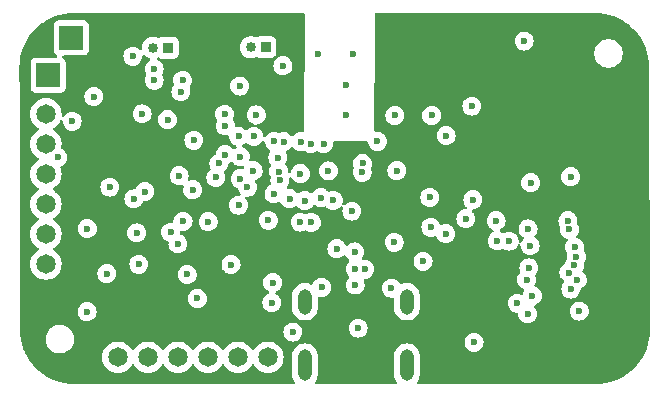
<source format=gbr>
%TF.GenerationSoftware,KiCad,Pcbnew,8.0.8*%
<<<<<<<< HEAD:Hardware/Gen3/OuterBoard/3.1b/gerbers/OuterBoard_rev3.1-In2_Cu.gbr
%TF.CreationDate,2025-02-18T00:45:43-08:00*%
========
%TF.CreationDate,2025-02-23T23:13:27-08:00*%
>>>>>>>> dcdd3553d01e5dd57f0d42a69398edb20d40e92e:Hardware/FabQuotes/JLCGen3/Gerber/OuterBoard_rev3.1-In2_Cu.gbr
%TF.ProjectId,OuterBoard_rev3.1,4f757465-7242-46f6-9172-645f72657633,rev?*%
%TF.SameCoordinates,Original*%
%TF.FileFunction,Copper,L3,Inr*%
%TF.FilePolarity,Positive*%
%FSLAX46Y46*%
G04 Gerber Fmt 4.6, Leading zero omitted, Abs format (unit mm)*
<<<<<<<< HEAD:Hardware/Gen3/OuterBoard/3.1b/gerbers/OuterBoard_rev3.1-In2_Cu.gbr
G04 Created by KiCad (PCBNEW 8.0.8) date 2025-02-18 00:45:43*
========
G04 Created by KiCad (PCBNEW 8.0.8) date 2025-02-23 23:13:27*
>>>>>>>> dcdd3553d01e5dd57f0d42a69398edb20d40e92e:Hardware/FabQuotes/JLCGen3/Gerber/OuterBoard_rev3.1-In2_Cu.gbr
%MOMM*%
%LPD*%
G01*
G04 APERTURE LIST*
%TA.AperFunction,ComponentPad*%
%ADD10R,0.850000X0.850000*%
%TD*%
%TA.AperFunction,ComponentPad*%
%ADD11C,0.850000*%
%TD*%
%TA.AperFunction,ComponentPad*%
%ADD12C,1.650000*%
%TD*%
%TA.AperFunction,ComponentPad*%
%ADD13R,2.000000X2.000000*%
%TD*%
%TA.AperFunction,ComponentPad*%
%ADD14O,1.168400X2.159000*%
%TD*%
%TA.AperFunction,ComponentPad*%
%ADD15O,1.168400X2.667000*%
%TD*%
%TA.AperFunction,ViaPad*%
%ADD16C,0.600000*%
%TD*%
G04 APERTURE END LIST*
D10*
%TO.N,+BATT2*%
%TO.C,J4*%
X128117600Y-77749400D03*
D11*
%TO.N,GNDPWR*%
X126867600Y-77749400D03*
%TD*%
D10*
%TO.N,+BATT1*%
%TO.C,J3*%
X119837200Y-77800200D03*
D11*
%TO.N,GNDPWR*%
X118587200Y-77800200D03*
%TD*%
D12*
%TO.N,GPIO45*%
%TO.C,J2*%
X115620800Y-104013000D03*
%TO.N,GPIO46*%
X118160800Y-104013000D03*
%TO.N,IO21{slash}USER_LED*%
X120700800Y-104013000D03*
%TO.N,D10{slash}A10{slash}MOSI*%
X123240800Y-104013000D03*
%TO.N,D9{slash}A9{slash}MISO*%
X125780800Y-104013000D03*
%TO.N,D8{slash}A8{slash}SCK*%
X128320800Y-104013000D03*
%TD*%
D13*
%TO.N,Net-(D1-K)*%
%TO.C,TP1*%
X109728000Y-80137000D03*
%TD*%
%TO.N,Net-(D2-K)*%
%TO.C,TP2*%
X111683800Y-76962000D03*
%TD*%
D12*
%TO.N,GNDPWR*%
%TO.C,J1*%
X109524800Y-96113600D03*
%TO.N,VDC*%
X109524800Y-93573600D03*
%TO.N,D1{slash}A1*%
X109524800Y-91033600D03*
%TO.N,GNDPWR*%
X109524800Y-88493600D03*
%TO.N,VDC*%
X109524800Y-85953600D03*
%TO.N,D0{slash}A0*%
X109524800Y-83413600D03*
%TD*%
D14*
%TO.N,N/C*%
%TO.C,J5*%
X131449998Y-99319300D03*
X140090002Y-99319300D03*
D15*
X131449998Y-104679300D03*
X140090002Y-104679300D03*
%TD*%
D16*
%TO.N,GND*%
X132860000Y-98100000D03*
X138780000Y-98160000D03*
%TO.N,USB_DP*%
X135962801Y-101549200D03*
X135712200Y-97890000D03*
%TO.N,GND*%
X147726400Y-94157800D03*
X114935000Y-89611200D03*
X121132600Y-92504600D03*
X142111489Y-93007223D03*
X121488200Y-97002600D03*
X145669000Y-90678000D03*
X154263252Y-96239441D03*
X123910000Y-88790000D03*
X120802400Y-88646600D03*
X110540800Y-87096600D03*
X150320000Y-100336400D03*
X145084800Y-92284600D03*
X150571200Y-89230200D03*
X113030000Y-93116400D03*
X128730000Y-97690000D03*
X142028800Y-90476900D03*
X147650200Y-92456000D03*
X117889684Y-89981291D03*
X123266200Y-92532200D03*
X131069477Y-88457575D03*
X111749000Y-84037600D03*
X139238800Y-88206400D03*
X122047000Y-85648800D03*
X128652394Y-99384806D03*
X135485000Y-78335000D03*
X132535000Y-78335000D03*
X134970000Y-80990000D03*
X134970000Y-83510000D03*
X114681000Y-96926400D03*
X125196600Y-96164400D03*
X122351800Y-99034600D03*
X135661400Y-95097600D03*
X139065000Y-83540600D03*
X117201071Y-93477539D03*
X145770600Y-102743000D03*
X121943122Y-89829707D03*
X142189200Y-83540600D03*
X150012400Y-77241400D03*
%TO.N,VCC*%
X120954800Y-81538800D03*
%TO.N,+2V8*%
X143408400Y-85242400D03*
X141452600Y-95885000D03*
%TO.N,VDC*%
X117396700Y-96139000D03*
X113004600Y-100152200D03*
X121107200Y-80568800D03*
X118688700Y-79618800D03*
%TO.N,Net-(D7-K)*%
X154686000Y-100101400D03*
%TO.N,+3.3V*%
X140944600Y-81584800D03*
X123266200Y-90954600D03*
X126100000Y-96920000D03*
X120802400Y-87096600D03*
X146098900Y-95123000D03*
X111988600Y-98348800D03*
X144909600Y-81965800D03*
X142087600Y-94589600D03*
X119483800Y-88793400D03*
X123153000Y-87031400D03*
X133527800Y-89662000D03*
X110515400Y-89814400D03*
X143078200Y-97866200D03*
%TO.N,+1V8*%
X153847800Y-93192600D03*
X120700800Y-94411800D03*
%TO.N,Net-(C38-Pad1)*%
X133444702Y-88239600D03*
%TO.N,+5V*%
X130429000Y-101879400D03*
%TO.N,IO21{slash}USER_LED*%
X125830000Y-85308799D03*
%TO.N,Net-(FB1-Pad2)*%
X153949400Y-88722200D03*
%TO.N,USB_DP*%
X135712200Y-96520000D03*
X126586400Y-89603665D03*
%TO.N,USB_DN*%
X136525000Y-96570800D03*
X125984000Y-88900000D03*
%TO.N,MTCK{slash}IO39{slash}CAM_SCL*%
X139013899Y-94285101D03*
X143370000Y-93550000D03*
%TO.N,IO38{slash}DVP_VSYNC*%
X133858000Y-90728800D03*
X153725086Y-92450272D03*
%TO.N,Net-(J10-Pad8)*%
X148742400Y-94183200D03*
%TO.N,IO47{slash}DVP_HREF*%
X131987500Y-92597090D03*
X150342600Y-93141800D03*
%TO.N,IO48{slash}DVP_Y9*%
X131054076Y-92574211D03*
X150520400Y-94564200D03*
%TO.N,IO10{slash}XMCLK*%
X127127615Y-85308799D03*
X154300000Y-94700000D03*
%TO.N,IO11{slash}DVP_Y8*%
X124715600Y-86848296D03*
X154440000Y-95490000D03*
%TO.N,IO12{slash}DVP_Y7*%
X153810000Y-96840000D03*
X125984000Y-87020400D03*
%TO.N,IO13{slash}DVP_PCLK*%
X129164567Y-87102167D03*
X150418800Y-96443800D03*
%TO.N,IO14{slash}DVP_Y6*%
X154514600Y-97455000D03*
X124160450Y-87606201D03*
%TO.N,IO15{slash}DVP_Y2*%
X127076200Y-88206000D03*
X150215600Y-97434400D03*
%TO.N,IO16{slash}DVP_Y5*%
X153970000Y-98240000D03*
X129235200Y-88288500D03*
%TO.N,IO17{slash}DVP_Y3*%
X129330301Y-89044545D03*
X150710000Y-98792400D03*
%TO.N,IO18{slash}DVP_Y4*%
X149450000Y-99441000D03*
X128839742Y-90170878D03*
%TO.N,CHIP_EN*%
X133030300Y-85939200D03*
X137591800Y-85725000D03*
%TO.N,BNO_INT*%
X120091200Y-93421200D03*
X125933200Y-81049800D03*
%TO.N,D1{slash}A1*%
X131108400Y-85750400D03*
%TO.N,D0{slash}A0*%
X129592400Y-79324200D03*
%TO.N,GPIO0*%
X131953000Y-85928200D03*
X145592800Y-82753200D03*
%TO.N,BNO_RST*%
X116967000Y-90601800D03*
X124661600Y-83439000D03*
%TO.N,D8{slash}A8{slash}SCK*%
X129641600Y-85750400D03*
%TO.N,D9{slash}A9{slash}MISO*%
X128843704Y-85733896D03*
%TO.N,D10{slash}A10{slash}MOSI*%
X124714000Y-84404200D03*
%TO.N,VDD_SPI*%
X125830000Y-91135200D03*
%TO.N,SPIHD*%
X128357314Y-92410849D03*
%TO.N,SPIWP*%
X134162800Y-94818200D03*
%TO.N,SPICS0*%
X135432900Y-91643200D03*
%TO.N,SPICLK*%
X130149600Y-90576400D03*
%TO.N,SPIQ*%
X132791200Y-90500200D03*
%TO.N,SPID*%
X131445000Y-90754200D03*
%TO.N,GNDPWR*%
X118688700Y-80568800D03*
X117668297Y-83398103D03*
X127345704Y-83494601D03*
X113583130Y-81940400D03*
X119820552Y-83885375D03*
X116890800Y-78536800D03*
%TO.N,GPIO45*%
X136304681Y-88357976D03*
%TO.N,GPIO46*%
X136330000Y-87606000D03*
%TD*%
%TA.AperFunction,Conductor*%
%TO.N,+3.3V*%
G36*
X131384180Y-74870785D02*
G01*
X131429935Y-74923589D01*
X131441140Y-74975641D01*
X131398067Y-84839257D01*
X131378090Y-84906210D01*
X131325086Y-84951734D01*
X131260185Y-84961936D01*
X131108404Y-84944835D01*
X131108396Y-84944835D01*
X130929150Y-84965030D01*
X130929145Y-84965031D01*
X130758876Y-85024611D01*
X130606137Y-85120584D01*
X130478584Y-85248137D01*
X130474241Y-85253584D01*
X130472695Y-85252351D01*
X130427653Y-85292188D01*
X130358599Y-85302833D01*
X130294752Y-85274454D01*
X130276296Y-85253155D01*
X130275759Y-85253584D01*
X130271415Y-85248137D01*
X130143862Y-85120584D01*
X129991123Y-85024611D01*
X129820854Y-84965031D01*
X129820849Y-84965030D01*
X129641604Y-84944835D01*
X129641596Y-84944835D01*
X129462350Y-84965030D01*
X129462345Y-84965031D01*
X129301820Y-85021202D01*
X129232041Y-85024763D01*
X129199513Y-85011096D01*
X129199499Y-85011127D01*
X129198894Y-85010835D01*
X129194894Y-85009155D01*
X129193226Y-85008107D01*
X129022958Y-84948527D01*
X129022953Y-84948526D01*
X128843708Y-84928331D01*
X128843700Y-84928331D01*
X128664454Y-84948526D01*
X128664449Y-84948527D01*
X128494180Y-85008107D01*
X128341441Y-85104080D01*
X128213886Y-85231635D01*
X128157026Y-85322128D01*
X128104692Y-85368418D01*
X128035638Y-85379066D01*
X127971790Y-85350691D01*
X127933418Y-85292301D01*
X127928813Y-85270038D01*
X127912984Y-85129549D01*
X127912983Y-85129544D01*
X127879556Y-85034015D01*
X127853404Y-84959277D01*
X127848664Y-84951734D01*
X127799124Y-84872891D01*
X127757431Y-84806537D01*
X127629877Y-84678983D01*
X127605904Y-84663920D01*
X127477134Y-84583008D01*
X127346479Y-84537289D01*
X127289703Y-84496567D01*
X127263956Y-84431615D01*
X127277413Y-84363053D01*
X127325800Y-84312650D01*
X127373549Y-84297028D01*
X127448303Y-84288605D01*
X127524954Y-84279970D01*
X127524957Y-84279969D01*
X127524959Y-84279969D01*
X127695226Y-84220390D01*
X127847966Y-84124417D01*
X127975520Y-83996863D01*
X128071493Y-83844123D01*
X128131072Y-83673856D01*
X128132091Y-83664814D01*
X128151269Y-83494604D01*
X128151269Y-83494597D01*
X128131073Y-83315351D01*
X128131072Y-83315346D01*
X128101920Y-83232035D01*
X128071493Y-83145079D01*
X127975520Y-82992339D01*
X127847966Y-82864785D01*
X127759478Y-82809184D01*
X127695227Y-82768812D01*
X127524958Y-82709232D01*
X127524953Y-82709231D01*
X127345708Y-82689036D01*
X127345700Y-82689036D01*
X127166454Y-82709231D01*
X127166449Y-82709232D01*
X126996180Y-82768812D01*
X126843441Y-82864785D01*
X126715888Y-82992338D01*
X126619915Y-83145077D01*
X126560335Y-83315346D01*
X126560334Y-83315351D01*
X126540139Y-83494597D01*
X126540139Y-83494604D01*
X126560334Y-83673850D01*
X126560335Y-83673855D01*
X126619915Y-83844124D01*
X126692032Y-83958896D01*
X126715888Y-83996863D01*
X126843442Y-84124417D01*
X126996182Y-84220390D01*
X126996184Y-84220391D01*
X127126839Y-84266110D01*
X127183615Y-84306831D01*
X127209362Y-84371784D01*
X127195906Y-84440346D01*
X127147518Y-84490748D01*
X127099767Y-84506371D01*
X126948365Y-84523429D01*
X126948360Y-84523430D01*
X126778091Y-84583010D01*
X126625354Y-84678982D01*
X126566488Y-84737848D01*
X126505164Y-84771332D01*
X126435473Y-84766347D01*
X126391126Y-84737847D01*
X126332262Y-84678983D01*
X126179523Y-84583010D01*
X126009254Y-84523430D01*
X126009249Y-84523429D01*
X125830004Y-84503234D01*
X125829996Y-84503234D01*
X125657448Y-84522675D01*
X125588626Y-84510620D01*
X125537247Y-84463271D01*
X125522722Y-84410851D01*
X125520345Y-84411119D01*
X125499369Y-84224950D01*
X125499368Y-84224945D01*
X125439788Y-84054675D01*
X125371424Y-83945876D01*
X125352423Y-83878639D01*
X125371423Y-83813930D01*
X125387389Y-83788522D01*
X125446968Y-83618255D01*
X125446969Y-83618249D01*
X125467165Y-83439003D01*
X125467165Y-83438996D01*
X125446969Y-83259750D01*
X125446968Y-83259745D01*
X125432659Y-83218853D01*
X125387389Y-83089478D01*
X125361690Y-83048579D01*
X125305103Y-82958521D01*
X125291416Y-82936738D01*
X125163862Y-82809184D01*
X125124118Y-82784211D01*
X125011123Y-82713211D01*
X124840854Y-82653631D01*
X124840849Y-82653630D01*
X124661604Y-82633435D01*
X124661596Y-82633435D01*
X124482350Y-82653630D01*
X124482345Y-82653631D01*
X124312076Y-82713211D01*
X124159337Y-82809184D01*
X124031784Y-82936737D01*
X123935811Y-83089476D01*
X123876231Y-83259745D01*
X123876230Y-83259750D01*
X123856035Y-83438996D01*
X123856035Y-83439003D01*
X123876230Y-83618249D01*
X123876231Y-83618254D01*
X123935811Y-83788523D01*
X124004176Y-83897324D01*
X124023176Y-83964560D01*
X124004178Y-84029264D01*
X123988210Y-84054678D01*
X123928633Y-84224937D01*
X123928630Y-84224950D01*
X123908435Y-84404196D01*
X123908435Y-84404203D01*
X123928630Y-84583449D01*
X123928631Y-84583454D01*
X123988211Y-84753723D01*
X124040388Y-84836761D01*
X124084184Y-84906462D01*
X124211738Y-85034016D01*
X124302080Y-85090782D01*
X124363777Y-85129549D01*
X124364478Y-85129989D01*
X124505509Y-85179338D01*
X124534745Y-85189568D01*
X124534750Y-85189569D01*
X124713996Y-85209765D01*
X124714000Y-85209765D01*
X124714004Y-85209765D01*
X124886552Y-85190324D01*
X124955374Y-85202379D01*
X125006753Y-85249728D01*
X125021277Y-85302147D01*
X125023655Y-85301880D01*
X125044630Y-85488048D01*
X125044631Y-85488053D01*
X125104211Y-85658322D01*
X125176052Y-85772655D01*
X125200184Y-85811061D01*
X125327738Y-85938615D01*
X125480478Y-86034588D01*
X125602154Y-86077164D01*
X125658930Y-86117886D01*
X125684678Y-86182838D01*
X125671222Y-86251400D01*
X125627173Y-86299199D01*
X125508419Y-86373818D01*
X125441182Y-86392819D01*
X125374347Y-86372452D01*
X125350550Y-86350747D01*
X125350340Y-86350958D01*
X125345754Y-86346372D01*
X125345504Y-86346144D01*
X125345417Y-86346035D01*
X125217862Y-86218480D01*
X125065123Y-86122507D01*
X124894854Y-86062927D01*
X124894849Y-86062926D01*
X124715604Y-86042731D01*
X124715596Y-86042731D01*
X124536350Y-86062926D01*
X124536345Y-86062927D01*
X124366076Y-86122507D01*
X124213337Y-86218480D01*
X124085784Y-86346033D01*
X123989810Y-86498774D01*
X123930230Y-86669046D01*
X123919058Y-86768203D01*
X123891991Y-86832617D01*
X123836797Y-86871359D01*
X123810927Y-86880412D01*
X123810925Y-86880413D01*
X123658187Y-86976385D01*
X123530634Y-87103938D01*
X123434661Y-87256677D01*
X123375081Y-87426946D01*
X123375080Y-87426951D01*
X123354885Y-87606197D01*
X123354885Y-87606204D01*
X123375080Y-87785450D01*
X123375083Y-87785463D01*
X123434659Y-87955720D01*
X123453175Y-87985189D01*
X123472174Y-88052426D01*
X123451805Y-88119261D01*
X123414155Y-88156151D01*
X123407740Y-88160181D01*
X123280184Y-88287737D01*
X123184211Y-88440476D01*
X123124631Y-88610745D01*
X123124630Y-88610750D01*
X123104435Y-88789996D01*
X123104435Y-88790003D01*
X123124630Y-88969249D01*
X123124631Y-88969254D01*
X123184211Y-89139523D01*
X123260967Y-89261678D01*
X123280184Y-89292262D01*
X123407738Y-89419816D01*
X123452575Y-89447989D01*
X123555830Y-89512869D01*
X123560478Y-89515789D01*
X123727710Y-89574306D01*
X123730745Y-89575368D01*
X123730750Y-89575369D01*
X123909996Y-89595565D01*
X123910000Y-89595565D01*
X123910004Y-89595565D01*
X124089249Y-89575369D01*
X124089252Y-89575368D01*
X124089255Y-89575368D01*
X124259522Y-89515789D01*
X124412262Y-89419816D01*
X124539816Y-89292262D01*
X124635789Y-89139522D01*
X124695368Y-88969255D01*
X124696429Y-88959837D01*
X124715565Y-88790003D01*
X124715565Y-88789996D01*
X124695369Y-88610750D01*
X124695366Y-88610737D01*
X124635790Y-88440481D01*
X124635789Y-88440477D01*
X124617275Y-88411013D01*
X124598275Y-88343777D01*
X124618642Y-88276941D01*
X124656297Y-88240047D01*
X124662712Y-88236017D01*
X124790266Y-88108463D01*
X124886239Y-87955723D01*
X124945818Y-87785456D01*
X124956990Y-87686290D01*
X124984055Y-87621881D01*
X125039254Y-87583136D01*
X125065122Y-87574085D01*
X125191182Y-87494875D01*
X125258418Y-87475876D01*
X125325254Y-87496244D01*
X125349049Y-87517948D01*
X125349260Y-87517738D01*
X125353852Y-87522330D01*
X125354103Y-87522559D01*
X125354180Y-87522655D01*
X125354184Y-87522662D01*
X125481738Y-87650216D01*
X125566916Y-87703737D01*
X125628810Y-87742628D01*
X125634478Y-87746189D01*
X125793094Y-87801691D01*
X125804745Y-87805768D01*
X125804750Y-87805769D01*
X125983996Y-87825965D01*
X125984000Y-87825965D01*
X125984004Y-87825965D01*
X126163248Y-87805769D01*
X126163249Y-87805768D01*
X126163255Y-87805768D01*
X126163259Y-87805766D01*
X126167202Y-87804867D01*
X126169829Y-87805027D01*
X126170175Y-87804989D01*
X126170181Y-87805049D01*
X126236941Y-87809140D01*
X126293299Y-87850438D01*
X126318383Y-87915650D01*
X126311838Y-87966712D01*
X126289067Y-88031789D01*
X126248345Y-88088565D01*
X126183393Y-88114313D01*
X126158142Y-88114055D01*
X125984004Y-88094435D01*
X125983996Y-88094435D01*
X125804750Y-88114630D01*
X125804745Y-88114631D01*
X125634476Y-88174211D01*
X125481737Y-88270184D01*
X125354184Y-88397737D01*
X125258211Y-88550476D01*
X125198631Y-88720745D01*
X125198630Y-88720750D01*
X125178435Y-88899996D01*
X125178435Y-88900003D01*
X125198630Y-89079249D01*
X125198631Y-89079254D01*
X125258211Y-89249523D01*
X125349035Y-89394067D01*
X125354184Y-89402262D01*
X125481738Y-89529816D01*
X125572080Y-89586582D01*
X125611264Y-89611203D01*
X125634478Y-89625789D01*
X125715895Y-89654277D01*
X125772670Y-89694998D01*
X125798160Y-89757436D01*
X125801030Y-89782914D01*
X125801031Y-89782919D01*
X125860611Y-89953188D01*
X125956584Y-90105927D01*
X125974193Y-90123536D01*
X126007678Y-90184859D01*
X126002694Y-90254551D01*
X125960822Y-90310484D01*
X125895358Y-90334901D01*
X125872630Y-90334438D01*
X125856645Y-90332637D01*
X125830000Y-90329635D01*
X125829998Y-90329635D01*
X125829997Y-90329635D01*
X125829996Y-90329635D01*
X125650750Y-90349830D01*
X125650745Y-90349831D01*
X125480476Y-90409411D01*
X125327737Y-90505384D01*
X125200184Y-90632937D01*
X125104211Y-90785676D01*
X125044631Y-90955945D01*
X125044630Y-90955950D01*
X125024435Y-91135196D01*
X125024435Y-91135203D01*
X125044630Y-91314449D01*
X125044631Y-91314454D01*
X125104211Y-91484723D01*
X125151673Y-91560257D01*
X125200184Y-91637462D01*
X125327738Y-91765016D01*
X125365660Y-91788844D01*
X125460477Y-91848422D01*
X125480478Y-91860989D01*
X125616505Y-91908587D01*
X125650745Y-91920568D01*
X125650750Y-91920569D01*
X125829996Y-91940765D01*
X125830000Y-91940765D01*
X125830004Y-91940765D01*
X126009249Y-91920569D01*
X126009252Y-91920568D01*
X126009255Y-91920568D01*
X126179522Y-91860989D01*
X126332262Y-91765016D01*
X126459816Y-91637462D01*
X126555789Y-91484722D01*
X126615368Y-91314455D01*
X126617709Y-91293678D01*
X126635565Y-91135203D01*
X126635565Y-91135196D01*
X126615369Y-90955950D01*
X126615368Y-90955945D01*
X126598613Y-90908062D01*
X126555789Y-90785678D01*
X126552880Y-90781049D01*
X126516582Y-90723280D01*
X126459816Y-90632938D01*
X126442206Y-90615328D01*
X126408721Y-90554005D01*
X126413705Y-90484313D01*
X126455577Y-90428380D01*
X126521041Y-90403963D01*
X126543771Y-90404427D01*
X126586398Y-90409230D01*
X126586400Y-90409230D01*
X126586404Y-90409230D01*
X126765649Y-90389034D01*
X126765652Y-90389033D01*
X126765655Y-90389033D01*
X126935922Y-90329454D01*
X127088662Y-90233481D01*
X127216216Y-90105927D01*
X127312189Y-89953187D01*
X127371768Y-89782920D01*
X127371769Y-89782914D01*
X127391965Y-89603668D01*
X127391965Y-89603661D01*
X127371769Y-89424415D01*
X127371768Y-89424410D01*
X127312188Y-89254140D01*
X127249337Y-89154115D01*
X127230336Y-89086878D01*
X127250703Y-89020043D01*
X127303971Y-88974828D01*
X127313363Y-88971104D01*
X127425722Y-88931789D01*
X127578462Y-88835816D01*
X127706016Y-88708262D01*
X127801989Y-88555522D01*
X127861568Y-88385255D01*
X127862985Y-88372678D01*
X127881765Y-88206003D01*
X127881765Y-88205996D01*
X127861569Y-88026750D01*
X127861568Y-88026745D01*
X127844180Y-87977053D01*
X127801989Y-87856478D01*
X127792958Y-87842106D01*
X127757367Y-87785463D01*
X127706016Y-87703738D01*
X127578462Y-87576184D01*
X127575118Y-87574083D01*
X127425723Y-87480211D01*
X127255454Y-87420631D01*
X127255449Y-87420630D01*
X127076204Y-87400435D01*
X127076196Y-87400435D01*
X126896941Y-87420631D01*
X126892987Y-87421534D01*
X126890362Y-87421372D01*
X126890025Y-87421411D01*
X126890018Y-87421351D01*
X126823249Y-87417255D01*
X126766894Y-87375952D01*
X126741816Y-87310739D01*
X126748363Y-87259686D01*
X126769366Y-87199662D01*
X126769369Y-87199649D01*
X126789565Y-87020403D01*
X126789565Y-87020396D01*
X126769369Y-86841150D01*
X126769368Y-86841145D01*
X126743844Y-86768203D01*
X126709789Y-86670878D01*
X126613816Y-86518138D01*
X126486262Y-86390584D01*
X126333523Y-86294611D01*
X126211844Y-86252034D01*
X126155068Y-86211312D01*
X126129321Y-86146359D01*
X126142777Y-86077797D01*
X126186827Y-86029998D01*
X126237239Y-85998322D01*
X126332262Y-85938615D01*
X126391129Y-85879747D01*
X126452448Y-85846265D01*
X126522140Y-85851249D01*
X126566488Y-85879750D01*
X126625353Y-85938615D01*
X126649203Y-85953601D01*
X126767240Y-86027769D01*
X126778093Y-86034588D01*
X126892218Y-86074522D01*
X126948360Y-86094167D01*
X126948365Y-86094168D01*
X127127611Y-86114364D01*
X127127615Y-86114364D01*
X127127619Y-86114364D01*
X127306864Y-86094168D01*
X127306867Y-86094167D01*
X127306870Y-86094167D01*
X127477137Y-86034588D01*
X127629877Y-85938615D01*
X127757431Y-85811061D01*
X127814292Y-85720566D01*
X127866625Y-85674276D01*
X127935678Y-85663627D01*
X127999527Y-85692002D01*
X128037899Y-85750392D01*
X128042505Y-85772655D01*
X128058334Y-85913146D01*
X128058335Y-85913150D01*
X128117915Y-86083419D01*
X128181523Y-86184649D01*
X128213888Y-86236158D01*
X128341442Y-86363712D01*
X128413008Y-86408680D01*
X128481440Y-86451679D01*
X128527731Y-86504014D01*
X128538379Y-86573068D01*
X128520462Y-86622645D01*
X128438778Y-86752643D01*
X128379198Y-86922912D01*
X128379197Y-86922917D01*
X128359002Y-87102163D01*
X128359002Y-87102170D01*
X128379197Y-87281416D01*
X128379198Y-87281421D01*
X128438778Y-87451690D01*
X128534751Y-87604429D01*
X128578360Y-87648038D01*
X128611845Y-87709361D01*
X128606861Y-87779053D01*
X128595673Y-87801691D01*
X128509411Y-87938976D01*
X128449831Y-88109245D01*
X128449830Y-88109250D01*
X128429635Y-88288496D01*
X128429635Y-88288503D01*
X128449830Y-88467749D01*
X128449831Y-88467754D01*
X128509411Y-88638023D01*
X128551535Y-88705062D01*
X128570535Y-88772298D01*
X128563583Y-88811987D01*
X128544932Y-88865290D01*
X128544932Y-88865291D01*
X128524736Y-89044541D01*
X128524736Y-89044548D01*
X128544931Y-89223794D01*
X128544934Y-89223807D01*
X128566995Y-89286851D01*
X128570558Y-89356629D01*
X128535829Y-89417257D01*
X128496247Y-89441571D01*
X128496488Y-89442071D01*
X128491614Y-89444417D01*
X128490922Y-89444843D01*
X128490222Y-89445087D01*
X128490217Y-89445090D01*
X128337479Y-89541062D01*
X128209926Y-89668615D01*
X128113953Y-89821354D01*
X128054373Y-89991623D01*
X128054372Y-89991628D01*
X128034177Y-90170874D01*
X128034177Y-90170881D01*
X128054372Y-90350127D01*
X128054373Y-90350132D01*
X128113953Y-90520401D01*
X128165100Y-90601800D01*
X128209926Y-90673140D01*
X128337480Y-90800694D01*
X128490220Y-90896667D01*
X128552581Y-90918488D01*
X128660487Y-90956246D01*
X128660492Y-90956247D01*
X128839738Y-90976443D01*
X128839742Y-90976443D01*
X128839746Y-90976443D01*
X129018991Y-90956247D01*
X129018994Y-90956246D01*
X129018997Y-90956246D01*
X129189264Y-90896667D01*
X129239312Y-90865220D01*
X129241486Y-90863854D01*
X129308723Y-90844853D01*
X129375558Y-90865220D01*
X129420773Y-90918488D01*
X129423294Y-90924849D01*
X129423812Y-90925924D01*
X129487651Y-91027523D01*
X129519784Y-91078662D01*
X129647338Y-91206216D01*
X129719980Y-91251860D01*
X129786529Y-91293676D01*
X129800078Y-91302189D01*
X129887131Y-91332650D01*
X129970345Y-91361768D01*
X129970350Y-91361769D01*
X130149596Y-91381965D01*
X130149600Y-91381965D01*
X130149604Y-91381965D01*
X130328849Y-91361769D01*
X130328852Y-91361768D01*
X130328855Y-91361768D01*
X130499122Y-91302189D01*
X130512671Y-91293676D01*
X130579220Y-91251860D01*
X130641325Y-91212836D01*
X130708561Y-91193836D01*
X130775396Y-91214203D01*
X130812292Y-91251860D01*
X130815182Y-91256460D01*
X130815184Y-91256462D01*
X130942738Y-91384016D01*
X130971904Y-91402342D01*
X131093959Y-91479035D01*
X131095478Y-91479989D01*
X131193156Y-91514168D01*
X131265745Y-91539568D01*
X131265750Y-91539569D01*
X131444996Y-91559765D01*
X131445000Y-91559765D01*
X131445004Y-91559765D01*
X131624249Y-91539569D01*
X131624252Y-91539568D01*
X131624255Y-91539568D01*
X131794522Y-91479989D01*
X131947262Y-91384016D01*
X132074816Y-91256462D01*
X132126415Y-91174341D01*
X132178748Y-91128051D01*
X132247801Y-91117402D01*
X132297378Y-91135319D01*
X132441678Y-91225989D01*
X132552148Y-91264644D01*
X132611945Y-91285568D01*
X132611950Y-91285569D01*
X132791196Y-91305765D01*
X132791200Y-91305765D01*
X132791204Y-91305765D01*
X132970449Y-91285569D01*
X132970452Y-91285568D01*
X132970455Y-91285568D01*
X132970456Y-91285567D01*
X132970459Y-91285567D01*
X133030252Y-91264644D01*
X133128213Y-91230365D01*
X133197990Y-91226803D01*
X133256848Y-91259726D01*
X133355738Y-91358616D01*
X133508478Y-91454589D01*
X133678745Y-91514168D01*
X133678750Y-91514169D01*
X133857996Y-91534365D01*
X133858000Y-91534365D01*
X133858004Y-91534365D01*
X134037249Y-91514169D01*
X134037252Y-91514168D01*
X134037255Y-91514168D01*
X134207522Y-91454589D01*
X134360262Y-91358616D01*
X134474698Y-91244179D01*
X134536017Y-91210697D01*
X134605709Y-91215681D01*
X134661643Y-91257552D01*
X134686060Y-91323016D01*
X134679418Y-91372817D01*
X134647532Y-91463942D01*
X134647530Y-91463950D01*
X134627335Y-91643196D01*
X134627335Y-91643203D01*
X134647530Y-91822449D01*
X134647531Y-91822454D01*
X134707111Y-91992723D01*
X134777877Y-92105345D01*
X134803084Y-92145462D01*
X134930638Y-92273016D01*
X134949074Y-92284600D01*
X135063393Y-92356432D01*
X135083378Y-92368989D01*
X135217676Y-92415982D01*
X135253645Y-92428568D01*
X135253650Y-92428569D01*
X135432896Y-92448765D01*
X135432900Y-92448765D01*
X135432904Y-92448765D01*
X135612149Y-92428569D01*
X135612152Y-92428568D01*
X135612155Y-92428568D01*
X135782422Y-92368989D01*
X135935162Y-92273016D01*
X136062716Y-92145462D01*
X136158689Y-91992722D01*
X136218268Y-91822455D01*
X136218269Y-91822449D01*
X136238465Y-91643203D01*
X136238465Y-91643196D01*
X136218269Y-91463950D01*
X136218268Y-91463945D01*
X136198470Y-91407365D01*
X136158689Y-91293678D01*
X136151643Y-91282465D01*
X136116157Y-91225989D01*
X136062716Y-91140938D01*
X135935162Y-91013384D01*
X135876371Y-90976443D01*
X135782423Y-90917411D01*
X135612154Y-90857831D01*
X135612149Y-90857830D01*
X135432904Y-90837635D01*
X135432896Y-90837635D01*
X135253650Y-90857830D01*
X135253645Y-90857831D01*
X135083376Y-90917411D01*
X134930639Y-91013383D01*
X134816204Y-91127818D01*
X134754881Y-91161302D01*
X134685189Y-91156318D01*
X134629256Y-91114446D01*
X134604839Y-91048982D01*
X134611482Y-90999181D01*
X134643366Y-90908062D01*
X134643369Y-90908049D01*
X134663565Y-90728803D01*
X134663565Y-90728796D01*
X134643369Y-90549550D01*
X134643368Y-90549545D01*
X134617947Y-90476896D01*
X141223235Y-90476896D01*
X141223235Y-90476903D01*
X141243430Y-90656149D01*
X141243431Y-90656154D01*
X141303011Y-90826423D01*
X141397276Y-90976443D01*
X141398984Y-90979162D01*
X141526538Y-91106716D01*
X141581002Y-91140938D01*
X141665188Y-91193836D01*
X141679278Y-91202689D01*
X141842280Y-91259726D01*
X141849545Y-91262268D01*
X141849550Y-91262269D01*
X142028796Y-91282465D01*
X142028800Y-91282465D01*
X142028804Y-91282465D01*
X142208049Y-91262269D01*
X142208052Y-91262268D01*
X142208055Y-91262268D01*
X142378322Y-91202689D01*
X142531062Y-91106716D01*
X142658616Y-90979162D01*
X142754589Y-90826422D01*
X142814168Y-90656155D01*
X142818768Y-90615328D01*
X142834365Y-90476903D01*
X142834365Y-90476896D01*
X142814169Y-90297650D01*
X142814168Y-90297645D01*
X142791716Y-90233480D01*
X142754589Y-90127378D01*
X142749374Y-90119079D01*
X142692404Y-90028411D01*
X142658616Y-89974638D01*
X142531062Y-89847084D01*
X142503571Y-89829810D01*
X142378323Y-89751111D01*
X142208054Y-89691531D01*
X142208049Y-89691530D01*
X142028804Y-89671335D01*
X142028796Y-89671335D01*
X141849550Y-89691530D01*
X141849545Y-89691531D01*
X141679276Y-89751111D01*
X141526537Y-89847084D01*
X141398984Y-89974637D01*
X141303011Y-90127376D01*
X141243431Y-90297645D01*
X141243430Y-90297650D01*
X141223235Y-90476896D01*
X134617947Y-90476896D01*
X134611868Y-90459523D01*
X134583789Y-90379278D01*
X134576902Y-90368318D01*
X134532499Y-90297650D01*
X134487816Y-90226538D01*
X134360262Y-90098984D01*
X134330140Y-90080057D01*
X134207523Y-90003011D01*
X134037254Y-89943431D01*
X134037249Y-89943430D01*
X133858004Y-89923235D01*
X133857996Y-89923235D01*
X133678750Y-89943430D01*
X133678745Y-89943431D01*
X133520987Y-89998634D01*
X133451208Y-90002195D01*
X133392351Y-89969273D01*
X133293462Y-89870384D01*
X133140723Y-89774411D01*
X132970454Y-89714831D01*
X132970449Y-89714830D01*
X132791204Y-89694635D01*
X132791196Y-89694635D01*
X132611950Y-89714830D01*
X132611945Y-89714831D01*
X132441676Y-89774411D01*
X132288937Y-89870384D01*
X132161384Y-89997937D01*
X132109785Y-90080057D01*
X132057450Y-90126348D01*
X131988396Y-90136996D01*
X131938819Y-90119079D01*
X131934547Y-90116395D01*
X131867296Y-90074138D01*
X131794523Y-90028411D01*
X131624254Y-89968831D01*
X131624249Y-89968830D01*
X131445004Y-89948635D01*
X131444996Y-89948635D01*
X131265750Y-89968830D01*
X131265745Y-89968831D01*
X131095476Y-90028411D01*
X130953274Y-90117763D01*
X130886037Y-90136763D01*
X130819202Y-90116395D01*
X130782308Y-90078741D01*
X130779415Y-90074137D01*
X130651862Y-89946584D01*
X130499123Y-89850611D01*
X130328854Y-89791031D01*
X130328849Y-89791030D01*
X130149604Y-89770835D01*
X130149596Y-89770835D01*
X130035723Y-89783665D01*
X129966901Y-89771610D01*
X129915522Y-89724261D01*
X129897898Y-89656651D01*
X129919625Y-89590245D01*
X129934150Y-89572773D01*
X129960117Y-89546807D01*
X130056090Y-89394067D01*
X130115669Y-89223800D01*
X130118810Y-89195922D01*
X130135866Y-89044548D01*
X130135866Y-89044542D01*
X130118686Y-88892065D01*
X130130740Y-88823243D01*
X130178090Y-88771863D01*
X130245700Y-88754239D01*
X130312106Y-88775966D01*
X130346900Y-88812209D01*
X130439661Y-88959837D01*
X130567215Y-89087391D01*
X130601507Y-89108938D01*
X130680990Y-89158881D01*
X130719955Y-89183364D01*
X130853793Y-89230196D01*
X130890222Y-89242943D01*
X130890227Y-89242944D01*
X131069473Y-89263140D01*
X131069477Y-89263140D01*
X131069481Y-89263140D01*
X131248726Y-89242944D01*
X131248729Y-89242943D01*
X131248732Y-89242943D01*
X131285161Y-89230196D01*
X149765635Y-89230196D01*
X149765635Y-89230203D01*
X149785830Y-89409449D01*
X149785831Y-89409454D01*
X149845411Y-89579723D01*
X149908427Y-89680011D01*
X149941384Y-89732462D01*
X150068938Y-89860016D01*
X150120846Y-89892632D01*
X150217218Y-89953187D01*
X150221678Y-89955989D01*
X150353727Y-90002195D01*
X150391945Y-90015568D01*
X150391950Y-90015569D01*
X150571196Y-90035765D01*
X150571200Y-90035765D01*
X150571204Y-90035765D01*
X150750449Y-90015569D01*
X150750452Y-90015568D01*
X150750455Y-90015568D01*
X150920722Y-89955989D01*
X151073462Y-89860016D01*
X151201016Y-89732462D01*
X151296989Y-89579722D01*
X151356568Y-89409455D01*
X151357283Y-89403108D01*
X151376765Y-89230203D01*
X151376765Y-89230196D01*
X151356569Y-89050950D01*
X151356568Y-89050945D01*
X151334469Y-88987791D01*
X151296989Y-88880678D01*
X151201016Y-88727938D01*
X151195274Y-88722196D01*
X153143835Y-88722196D01*
X153143835Y-88722203D01*
X153164030Y-88901449D01*
X153164031Y-88901454D01*
X153223611Y-89071723D01*
X153278377Y-89158882D01*
X153319584Y-89224462D01*
X153447138Y-89352016D01*
X153514062Y-89394067D01*
X153599061Y-89447476D01*
X153599878Y-89447989D01*
X153691889Y-89480185D01*
X153770145Y-89507568D01*
X153770150Y-89507569D01*
X153949396Y-89527765D01*
X153949400Y-89527765D01*
X153949404Y-89527765D01*
X154128649Y-89507569D01*
X154128652Y-89507568D01*
X154128655Y-89507568D01*
X154298922Y-89447989D01*
X154451662Y-89352016D01*
X154579216Y-89224462D01*
X154675189Y-89071722D01*
X154734768Y-88901455D01*
X154734932Y-88900000D01*
X154754965Y-88722203D01*
X154754965Y-88722196D01*
X154734769Y-88542950D01*
X154734768Y-88542945D01*
X154708458Y-88467755D01*
X154675189Y-88372678D01*
X154579216Y-88219938D01*
X154451662Y-88092384D01*
X154445584Y-88088565D01*
X154298923Y-87996411D01*
X154128654Y-87936831D01*
X154128649Y-87936830D01*
X153949404Y-87916635D01*
X153949396Y-87916635D01*
X153770150Y-87936830D01*
X153770145Y-87936831D01*
X153599876Y-87996411D01*
X153447137Y-88092384D01*
X153319584Y-88219937D01*
X153223611Y-88372676D01*
X153164031Y-88542945D01*
X153164030Y-88542950D01*
X153143835Y-88722196D01*
X151195274Y-88722196D01*
X151073462Y-88600384D01*
X151055539Y-88589122D01*
X150920723Y-88504411D01*
X150750454Y-88444831D01*
X150750449Y-88444830D01*
X150571204Y-88424635D01*
X150571196Y-88424635D01*
X150391950Y-88444830D01*
X150391945Y-88444831D01*
X150221676Y-88504411D01*
X150068937Y-88600384D01*
X149941384Y-88727937D01*
X149845411Y-88880676D01*
X149785831Y-89050945D01*
X149785830Y-89050950D01*
X149765635Y-89230196D01*
X131285161Y-89230196D01*
X131418999Y-89183364D01*
X131571739Y-89087391D01*
X131699293Y-88959837D01*
X131795266Y-88807097D01*
X131854845Y-88636830D01*
X131854846Y-88636824D01*
X131875042Y-88457578D01*
X131875042Y-88457571D01*
X131854846Y-88278325D01*
X131854845Y-88278320D01*
X131841295Y-88239596D01*
X132639137Y-88239596D01*
X132639137Y-88239603D01*
X132659332Y-88418849D01*
X132659333Y-88418854D01*
X132718913Y-88589123D01*
X132802533Y-88722203D01*
X132814886Y-88741862D01*
X132942440Y-88869416D01*
X132967896Y-88885411D01*
X133042342Y-88932189D01*
X133095180Y-88965389D01*
X133169424Y-88991368D01*
X133265447Y-89024968D01*
X133265452Y-89024969D01*
X133444698Y-89045165D01*
X133444702Y-89045165D01*
X133444706Y-89045165D01*
X133623951Y-89024969D01*
X133623954Y-89024968D01*
X133623957Y-89024968D01*
X133794224Y-88965389D01*
X133946964Y-88869416D01*
X134074518Y-88741862D01*
X134170491Y-88589122D01*
X134230070Y-88418855D01*
X134230954Y-88411013D01*
X134236930Y-88357972D01*
X135499116Y-88357972D01*
X135499116Y-88357979D01*
X135519311Y-88537225D01*
X135519312Y-88537230D01*
X135578892Y-88707499D01*
X135653246Y-88825832D01*
X135674865Y-88860238D01*
X135802419Y-88987792D01*
X135815678Y-88996123D01*
X135947979Y-89079254D01*
X135955159Y-89083765D01*
X136114503Y-89139522D01*
X136125426Y-89143344D01*
X136125431Y-89143345D01*
X136304677Y-89163541D01*
X136304681Y-89163541D01*
X136304685Y-89163541D01*
X136483930Y-89143345D01*
X136483933Y-89143344D01*
X136483936Y-89143344D01*
X136654203Y-89083765D01*
X136806943Y-88987792D01*
X136934497Y-88860238D01*
X137030470Y-88707498D01*
X137090049Y-88537231D01*
X137094965Y-88493600D01*
X137110246Y-88357979D01*
X137110246Y-88357972D01*
X137093168Y-88206396D01*
X138433235Y-88206396D01*
X138433235Y-88206403D01*
X138453430Y-88385649D01*
X138453431Y-88385654D01*
X138513011Y-88555923D01*
X138600414Y-88695023D01*
X138608984Y-88708662D01*
X138736538Y-88836216D01*
X138807296Y-88880676D01*
X138840363Y-88901454D01*
X138889278Y-88932189D01*
X139029869Y-88981384D01*
X139059545Y-88991768D01*
X139059550Y-88991769D01*
X139238796Y-89011965D01*
X139238800Y-89011965D01*
X139238804Y-89011965D01*
X139418049Y-88991769D01*
X139418052Y-88991768D01*
X139418055Y-88991768D01*
X139588322Y-88932189D01*
X139741062Y-88836216D01*
X139868616Y-88708662D01*
X139964589Y-88555922D01*
X140024168Y-88385655D01*
X140024213Y-88385255D01*
X140044365Y-88206403D01*
X140044365Y-88206396D01*
X140024169Y-88027150D01*
X140024168Y-88027145D01*
X140006640Y-87977053D01*
X139964589Y-87856878D01*
X139964336Y-87856476D01*
X139885988Y-87731786D01*
X139868616Y-87704138D01*
X139741062Y-87576584D01*
X139655082Y-87522559D01*
X139588323Y-87480611D01*
X139418054Y-87421031D01*
X139418049Y-87421030D01*
X139238804Y-87400835D01*
X139238796Y-87400835D01*
X139059550Y-87421030D01*
X139059545Y-87421031D01*
X138889276Y-87480611D01*
X138736537Y-87576584D01*
X138608984Y-87704137D01*
X138513011Y-87856876D01*
X138453431Y-88027145D01*
X138453430Y-88027150D01*
X138433235Y-88206396D01*
X137093168Y-88206396D01*
X137090050Y-88178726D01*
X137090047Y-88178713D01*
X137047353Y-88056701D01*
X137043791Y-87986922D01*
X137054118Y-87962450D01*
X137052766Y-87961799D01*
X137055782Y-87955531D01*
X137055789Y-87955522D01*
X137102374Y-87822389D01*
X137115366Y-87785262D01*
X137115369Y-87785249D01*
X137135565Y-87606003D01*
X137135565Y-87605996D01*
X137115369Y-87426750D01*
X137115368Y-87426745D01*
X137062567Y-87275849D01*
X137055789Y-87256478D01*
X136959816Y-87103738D01*
X136832262Y-86976184D01*
X136826986Y-86972869D01*
X136679523Y-86880211D01*
X136509254Y-86820631D01*
X136509249Y-86820630D01*
X136330004Y-86800435D01*
X136329996Y-86800435D01*
X136150750Y-86820630D01*
X136150745Y-86820631D01*
X135980476Y-86880211D01*
X135827737Y-86976184D01*
X135700184Y-87103737D01*
X135604211Y-87256476D01*
X135544631Y-87426745D01*
X135544630Y-87426750D01*
X135524435Y-87605996D01*
X135524435Y-87606003D01*
X135544630Y-87785249D01*
X135544633Y-87785262D01*
X135587328Y-87907274D01*
X135590890Y-87977053D01*
X135580611Y-88001555D01*
X135581912Y-88002182D01*
X135578891Y-88008454D01*
X135519314Y-88178713D01*
X135519311Y-88178726D01*
X135499116Y-88357972D01*
X134236930Y-88357972D01*
X134250267Y-88239603D01*
X134250267Y-88239596D01*
X134230071Y-88060350D01*
X134230070Y-88060345D01*
X134212997Y-88011554D01*
X134170491Y-87890078D01*
X134149377Y-87856476D01*
X134104753Y-87785457D01*
X134074518Y-87737338D01*
X133946964Y-87609784D01*
X133945508Y-87608869D01*
X133794225Y-87513811D01*
X133623956Y-87454231D01*
X133623951Y-87454230D01*
X133444706Y-87434035D01*
X133444698Y-87434035D01*
X133265452Y-87454230D01*
X133265447Y-87454231D01*
X133095178Y-87513811D01*
X132942439Y-87609784D01*
X132814886Y-87737337D01*
X132718913Y-87890076D01*
X132659333Y-88060345D01*
X132659332Y-88060350D01*
X132639137Y-88239596D01*
X131841295Y-88239596D01*
X131795266Y-88108053D01*
X131699293Y-87955313D01*
X131571739Y-87827759D01*
X131536741Y-87805768D01*
X131419000Y-87731786D01*
X131248731Y-87672206D01*
X131248726Y-87672205D01*
X131069481Y-87652010D01*
X131069473Y-87652010D01*
X130890227Y-87672205D01*
X130890222Y-87672206D01*
X130719953Y-87731786D01*
X130567214Y-87827759D01*
X130439661Y-87955312D01*
X130343688Y-88108051D01*
X130284106Y-88278327D01*
X130282819Y-88283967D01*
X130248708Y-88344944D01*
X130187045Y-88377800D01*
X130117408Y-88372102D01*
X130061906Y-88329660D01*
X130038709Y-88270253D01*
X130020569Y-88109250D01*
X130020568Y-88109245D01*
X130000686Y-88052426D01*
X129960989Y-87938978D01*
X129959639Y-87936830D01*
X129909151Y-87856478D01*
X129865016Y-87786238D01*
X129821406Y-87742628D01*
X129787921Y-87681305D01*
X129792905Y-87611613D01*
X129804093Y-87588975D01*
X129890356Y-87451689D01*
X129949935Y-87281422D01*
X129949936Y-87281416D01*
X129970132Y-87102170D01*
X129970132Y-87102163D01*
X129949936Y-86922917D01*
X129949935Y-86922912D01*
X129918339Y-86832617D01*
X129890356Y-86752645D01*
X129848844Y-86686579D01*
X129829844Y-86619343D01*
X129850212Y-86552507D01*
X129903479Y-86507293D01*
X129912878Y-86503567D01*
X129952650Y-86489650D01*
X129991120Y-86476190D01*
X129991122Y-86476189D01*
X130143862Y-86380216D01*
X130271416Y-86252662D01*
X130271419Y-86252656D01*
X130275759Y-86247216D01*
X130277306Y-86248450D01*
X130322333Y-86208617D01*
X130391386Y-86197964D01*
X130455236Y-86226335D01*
X130473701Y-86247645D01*
X130474241Y-86247216D01*
X130478584Y-86252662D01*
X130606138Y-86380216D01*
X130622639Y-86390584D01*
X130728515Y-86457111D01*
X130758878Y-86476189D01*
X130888175Y-86521432D01*
X130929145Y-86535768D01*
X130929150Y-86535769D01*
X131108396Y-86555965D01*
X131108400Y-86555965D01*
X131108404Y-86555965D01*
X131287649Y-86535769D01*
X131287650Y-86535768D01*
X131287655Y-86535768D01*
X131318441Y-86524994D01*
X131388219Y-86521432D01*
X131447077Y-86554355D01*
X131450738Y-86558016D01*
X131603478Y-86653989D01*
X131696615Y-86686579D01*
X131773745Y-86713568D01*
X131773750Y-86713569D01*
X131952996Y-86733765D01*
X131953000Y-86733765D01*
X131953004Y-86733765D01*
X132132249Y-86713569D01*
X132132252Y-86713568D01*
X132132255Y-86713568D01*
X132302522Y-86653989D01*
X132416925Y-86582104D01*
X132484159Y-86563104D01*
X132548866Y-86582103D01*
X132680778Y-86664989D01*
X132819609Y-86713568D01*
X132851045Y-86724568D01*
X132851050Y-86724569D01*
X133030296Y-86744765D01*
X133030300Y-86744765D01*
X133030304Y-86744765D01*
X133209549Y-86724569D01*
X133209552Y-86724568D01*
X133209555Y-86724568D01*
X133379822Y-86664989D01*
X133532562Y-86569016D01*
X133660116Y-86441462D01*
X133756089Y-86288722D01*
X133815668Y-86118455D01*
X133817756Y-86099922D01*
X133835865Y-85939203D01*
X133835865Y-85939197D01*
X133826036Y-85851965D01*
X133838090Y-85783143D01*
X133885439Y-85731764D01*
X133948721Y-85714083D01*
X136672351Y-85702443D01*
X136739472Y-85721841D01*
X136785452Y-85774449D01*
X136796099Y-85812558D01*
X136806430Y-85904250D01*
X136806431Y-85904254D01*
X136866011Y-86074523D01*
X136951962Y-86211312D01*
X136961984Y-86227262D01*
X137089538Y-86354816D01*
X137242278Y-86450789D01*
X137314870Y-86476190D01*
X137412545Y-86510368D01*
X137412550Y-86510369D01*
X137591796Y-86530565D01*
X137591800Y-86530565D01*
X137591804Y-86530565D01*
X137771049Y-86510369D01*
X137771052Y-86510368D01*
X137771055Y-86510368D01*
X137941322Y-86450789D01*
X138094062Y-86354816D01*
X138221616Y-86227262D01*
X138317589Y-86074522D01*
X138377168Y-85904255D01*
X138383060Y-85851965D01*
X138397365Y-85725003D01*
X138397365Y-85724996D01*
X138377169Y-85545750D01*
X138377168Y-85545745D01*
X138333747Y-85421655D01*
X138317589Y-85375478D01*
X138233968Y-85242396D01*
X142602835Y-85242396D01*
X142602835Y-85242403D01*
X142623030Y-85421649D01*
X142623031Y-85421654D01*
X142682611Y-85591923D01*
X142766231Y-85725003D01*
X142778584Y-85744662D01*
X142906138Y-85872216D01*
X142957118Y-85904249D01*
X143035656Y-85953598D01*
X143058878Y-85968189D01*
X143144996Y-85998323D01*
X143229145Y-86027768D01*
X143229150Y-86027769D01*
X143408396Y-86047965D01*
X143408400Y-86047965D01*
X143408404Y-86047965D01*
X143587649Y-86027769D01*
X143587652Y-86027768D01*
X143587655Y-86027768D01*
X143757922Y-85968189D01*
X143910662Y-85872216D01*
X144038216Y-85744662D01*
X144134189Y-85591922D01*
X144193768Y-85421655D01*
X144198971Y-85375476D01*
X144213965Y-85242403D01*
X144213965Y-85242396D01*
X144193769Y-85063150D01*
X144193768Y-85063145D01*
X144183575Y-85034015D01*
X144134189Y-84892878D01*
X144038216Y-84740138D01*
X143910662Y-84612584D01*
X143908402Y-84611164D01*
X143757923Y-84516611D01*
X143587654Y-84457031D01*
X143587649Y-84457030D01*
X143408404Y-84436835D01*
X143408396Y-84436835D01*
X143229150Y-84457030D01*
X143229145Y-84457031D01*
X143058876Y-84516611D01*
X142906137Y-84612584D01*
X142778584Y-84740137D01*
X142682611Y-84892876D01*
X142623031Y-85063145D01*
X142623030Y-85063150D01*
X142602835Y-85242396D01*
X138233968Y-85242396D01*
X138221616Y-85222738D01*
X138094062Y-85095184D01*
X137941323Y-84999211D01*
X137771054Y-84939631D01*
X137771049Y-84939630D01*
X137591804Y-84919435D01*
X137591795Y-84919435D01*
X137477639Y-84932296D01*
X137408817Y-84920241D01*
X137357439Y-84872891D01*
X137339757Y-84808805D01*
X137342544Y-83540596D01*
X138259435Y-83540596D01*
X138259435Y-83540603D01*
X138279630Y-83719849D01*
X138279631Y-83719854D01*
X138339211Y-83890123D01*
X138415830Y-84012061D01*
X138435184Y-84042862D01*
X138562738Y-84170416D01*
X138715478Y-84266389D01*
X138856015Y-84315565D01*
X138885745Y-84325968D01*
X138885750Y-84325969D01*
X139064996Y-84346165D01*
X139065000Y-84346165D01*
X139065004Y-84346165D01*
X139244249Y-84325969D01*
X139244252Y-84325968D01*
X139244255Y-84325968D01*
X139414522Y-84266389D01*
X139567262Y-84170416D01*
X139694816Y-84042862D01*
X139790789Y-83890122D01*
X139850368Y-83719855D01*
X139853816Y-83689255D01*
X139870565Y-83540603D01*
X139870565Y-83540596D01*
X141383635Y-83540596D01*
X141383635Y-83540603D01*
X141403830Y-83719849D01*
X141403831Y-83719854D01*
X141463411Y-83890123D01*
X141540030Y-84012061D01*
X141559384Y-84042862D01*
X141686938Y-84170416D01*
X141839678Y-84266389D01*
X141980215Y-84315565D01*
X142009945Y-84325968D01*
X142009950Y-84325969D01*
X142189196Y-84346165D01*
X142189200Y-84346165D01*
X142189204Y-84346165D01*
X142368449Y-84325969D01*
X142368452Y-84325968D01*
X142368455Y-84325968D01*
X142538722Y-84266389D01*
X142691462Y-84170416D01*
X142819016Y-84042862D01*
X142914989Y-83890122D01*
X142974568Y-83719855D01*
X142978016Y-83689255D01*
X142994765Y-83540603D01*
X142994765Y-83540596D01*
X142974569Y-83361350D01*
X142974568Y-83361345D01*
X142939018Y-83259750D01*
X142914989Y-83191078D01*
X142909630Y-83182550D01*
X142857765Y-83100007D01*
X142819016Y-83038338D01*
X142691462Y-82910784D01*
X142538723Y-82814811D01*
X142368454Y-82755231D01*
X142368449Y-82755230D01*
X142350396Y-82753196D01*
X144787235Y-82753196D01*
X144787235Y-82753203D01*
X144807430Y-82932449D01*
X144807431Y-82932454D01*
X144867011Y-83102723D01*
X144922529Y-83191078D01*
X144962984Y-83255462D01*
X145090538Y-83383016D01*
X145243278Y-83478989D01*
X145404311Y-83535337D01*
X145413545Y-83538568D01*
X145413550Y-83538569D01*
X145592796Y-83558765D01*
X145592800Y-83558765D01*
X145592804Y-83558765D01*
X145772049Y-83538569D01*
X145772052Y-83538568D01*
X145772055Y-83538568D01*
X145942322Y-83478989D01*
X146095062Y-83383016D01*
X146222616Y-83255462D01*
X146318589Y-83102722D01*
X146378168Y-82932455D01*
X146380610Y-82910784D01*
X146398365Y-82753203D01*
X146398365Y-82753196D01*
X146378169Y-82573950D01*
X146378168Y-82573945D01*
X146318588Y-82403676D01*
X146268630Y-82324169D01*
X146222616Y-82250938D01*
X146095062Y-82123384D01*
X146063019Y-82103250D01*
X145942323Y-82027411D01*
X145772054Y-81967831D01*
X145772049Y-81967830D01*
X145592804Y-81947635D01*
X145592796Y-81947635D01*
X145413550Y-81967830D01*
X145413545Y-81967831D01*
X145243276Y-82027411D01*
X145090537Y-82123384D01*
X144962984Y-82250937D01*
X144867011Y-82403676D01*
X144807431Y-82573945D01*
X144807430Y-82573950D01*
X144787235Y-82753196D01*
X142350396Y-82753196D01*
X142189204Y-82735035D01*
X142189196Y-82735035D01*
X142009950Y-82755230D01*
X142009945Y-82755231D01*
X141839676Y-82814811D01*
X141686937Y-82910784D01*
X141559384Y-83038337D01*
X141463411Y-83191076D01*
X141403831Y-83361345D01*
X141403830Y-83361350D01*
X141383635Y-83540596D01*
X139870565Y-83540596D01*
X139850369Y-83361350D01*
X139850368Y-83361345D01*
X139814818Y-83259750D01*
X139790789Y-83191078D01*
X139785430Y-83182550D01*
X139733565Y-83100007D01*
X139694816Y-83038338D01*
X139567262Y-82910784D01*
X139414523Y-82814811D01*
X139244254Y-82755231D01*
X139244249Y-82755230D01*
X139065004Y-82735035D01*
X139064996Y-82735035D01*
X138885750Y-82755230D01*
X138885745Y-82755231D01*
X138715476Y-82814811D01*
X138562737Y-82910784D01*
X138435184Y-83038337D01*
X138339211Y-83191076D01*
X138279631Y-83361345D01*
X138279630Y-83361350D01*
X138259435Y-83540596D01*
X137342544Y-83540596D01*
X137354308Y-78188313D01*
X155949300Y-78188313D01*
X155949300Y-78377286D01*
X155978859Y-78563918D01*
X156037254Y-78743636D01*
X156099842Y-78866470D01*
X156123040Y-78911999D01*
X156234110Y-79064873D01*
X156367727Y-79198490D01*
X156520601Y-79309560D01*
X156545346Y-79322168D01*
X156688963Y-79395345D01*
X156688965Y-79395345D01*
X156688968Y-79395347D01*
X156773850Y-79422927D01*
X156868681Y-79453740D01*
X157055314Y-79483300D01*
X157055319Y-79483300D01*
X157244286Y-79483300D01*
X157430918Y-79453740D01*
X157474605Y-79439545D01*
X157610632Y-79395347D01*
X157778999Y-79309560D01*
X157931873Y-79198490D01*
X158065490Y-79064873D01*
X158176560Y-78911999D01*
X158262347Y-78743632D01*
X158320740Y-78563918D01*
X158324713Y-78538831D01*
X158350300Y-78377286D01*
X158350300Y-78188313D01*
X158320740Y-78001681D01*
X158262345Y-77821963D01*
X158176559Y-77653600D01*
X158065490Y-77500727D01*
X157931873Y-77367110D01*
X157778999Y-77256040D01*
X157773441Y-77253208D01*
X157610636Y-77170254D01*
X157430918Y-77111859D01*
X157244286Y-77082300D01*
X157244281Y-77082300D01*
X157055319Y-77082300D01*
X157055314Y-77082300D01*
X156868681Y-77111859D01*
X156688963Y-77170254D01*
X156520600Y-77256040D01*
X156492400Y-77276529D01*
X156367727Y-77367110D01*
X156367725Y-77367112D01*
X156367724Y-77367112D01*
X156234112Y-77500724D01*
X156234112Y-77500725D01*
X156234110Y-77500727D01*
X156198578Y-77549632D01*
X156123040Y-77653600D01*
X156037254Y-77821963D01*
X155978859Y-78001681D01*
X155949300Y-78188313D01*
X137354308Y-78188313D01*
X137356389Y-77241396D01*
X149206835Y-77241396D01*
X149206835Y-77241403D01*
X149227030Y-77420649D01*
X149227031Y-77420654D01*
X149286611Y-77590923D01*
X149374776Y-77731235D01*
X149382584Y-77743662D01*
X149510138Y-77871216D01*
X149600480Y-77927982D01*
X149661644Y-77966414D01*
X149662878Y-77967189D01*
X149833145Y-78026768D01*
X149833150Y-78026769D01*
X150012396Y-78046965D01*
X150012400Y-78046965D01*
X150012404Y-78046965D01*
X150191649Y-78026769D01*
X150191652Y-78026768D01*
X150191655Y-78026768D01*
X150361922Y-77967189D01*
X150514662Y-77871216D01*
X150642216Y-77743662D01*
X150738189Y-77590922D01*
X150797768Y-77420655D01*
X150803375Y-77370892D01*
X150817965Y-77241403D01*
X150817965Y-77241396D01*
X150797769Y-77062150D01*
X150797768Y-77062145D01*
X150774020Y-76994278D01*
X150738189Y-76891878D01*
X150731422Y-76881109D01*
X150642215Y-76739137D01*
X150514662Y-76611584D01*
X150361923Y-76515611D01*
X150191654Y-76456031D01*
X150191649Y-76456030D01*
X150012404Y-76435835D01*
X150012396Y-76435835D01*
X149833150Y-76456030D01*
X149833145Y-76456031D01*
X149662876Y-76515611D01*
X149510137Y-76611584D01*
X149382584Y-76739137D01*
X149286611Y-76891876D01*
X149227031Y-77062145D01*
X149227030Y-77062150D01*
X149206835Y-77241396D01*
X137356389Y-77241396D01*
X137359831Y-75675518D01*
X137361371Y-74974827D01*
X137381203Y-74907831D01*
X137434108Y-74862193D01*
X137485371Y-74851100D01*
X155992318Y-74851100D01*
X156029494Y-74851100D01*
X156034902Y-74851218D01*
X156047239Y-74851756D01*
X156425523Y-74868272D01*
X156436260Y-74869212D01*
X156821229Y-74919894D01*
X156831855Y-74921767D01*
X157210947Y-75005810D01*
X157221367Y-75008602D01*
X157591684Y-75125362D01*
X157601838Y-75129058D01*
X157960559Y-75277646D01*
X157970350Y-75282212D01*
X158314742Y-75461491D01*
X158324109Y-75466898D01*
X158573340Y-75625676D01*
X158651577Y-75675518D01*
X158660438Y-75681723D01*
X158968467Y-75918082D01*
X158976754Y-75925036D01*
X159263009Y-76187341D01*
X159270658Y-76194990D01*
X159532963Y-76481245D01*
X159539917Y-76489532D01*
X159776276Y-76797561D01*
X159782481Y-76806422D01*
X159991100Y-77133889D01*
X159996508Y-77143257D01*
X160175784Y-77487642D01*
X160180356Y-77497446D01*
X160328940Y-77856159D01*
X160332640Y-77866324D01*
X160449392Y-78236614D01*
X160452192Y-78247064D01*
X160536229Y-78626131D01*
X160538107Y-78636784D01*
X160588785Y-79021719D01*
X160589728Y-79032495D01*
X160606782Y-79423097D01*
X160606900Y-79428506D01*
X160606900Y-79477000D01*
X160607019Y-79478196D01*
X160657692Y-101698780D01*
X160657574Y-101704472D01*
X160640528Y-102094904D01*
X160639585Y-102105680D01*
X160588907Y-102490615D01*
X160587029Y-102501268D01*
X160502992Y-102880335D01*
X160500192Y-102890785D01*
X160383440Y-103261075D01*
X160379740Y-103271240D01*
X160231156Y-103629953D01*
X160226584Y-103639757D01*
X160047308Y-103984142D01*
X160041900Y-103993510D01*
X159833281Y-104320977D01*
X159827076Y-104329838D01*
X159590717Y-104637867D01*
X159583763Y-104646154D01*
X159321458Y-104932409D01*
X159313809Y-104940058D01*
X159027554Y-105202363D01*
X159019267Y-105209317D01*
X158711238Y-105445676D01*
X158702377Y-105451881D01*
X158374910Y-105660500D01*
X158365542Y-105665908D01*
X158021157Y-105845184D01*
X158011353Y-105849756D01*
X157652640Y-105998340D01*
X157642475Y-106002040D01*
X157272185Y-106118792D01*
X157261735Y-106121592D01*
X156882668Y-106205629D01*
X156872015Y-106207507D01*
X156487080Y-106258185D01*
X156476304Y-106259128D01*
X156085703Y-106276182D01*
X156080294Y-106276300D01*
X141058239Y-106276300D01*
X140991200Y-106256615D01*
X140945445Y-106203811D01*
X140935501Y-106134653D01*
X140957921Y-106079414D01*
X141017721Y-105997107D01*
X141095233Y-105844980D01*
X141124624Y-105754523D01*
X141147992Y-105682605D01*
X141147992Y-105682604D01*
X141147993Y-105682601D01*
X141174702Y-105513968D01*
X141174702Y-103844632D01*
X141147993Y-103675999D01*
X141147992Y-103675995D01*
X141147992Y-103675994D01*
X141095234Y-103513622D01*
X141095232Y-103513619D01*
X141094333Y-103511853D01*
X141017721Y-103361493D01*
X140917365Y-103223365D01*
X140796637Y-103102637D01*
X140658509Y-103002281D01*
X140506382Y-102924769D01*
X140506379Y-102924767D01*
X140344006Y-102872009D01*
X140217528Y-102851977D01*
X140175370Y-102845300D01*
X140004634Y-102845300D01*
X139948423Y-102854203D01*
X139835999Y-102872009D01*
X139835996Y-102872009D01*
X139673624Y-102924767D01*
X139673621Y-102924769D01*
X139521494Y-103002281D01*
X139442687Y-103059538D01*
X139383367Y-103102637D01*
X139383365Y-103102639D01*
X139383364Y-103102639D01*
X139262641Y-103223362D01*
X139262641Y-103223363D01*
X139262639Y-103223365D01*
X139227977Y-103271073D01*
X139162283Y-103361492D01*
X139084771Y-103513619D01*
X139084769Y-103513622D01*
X139032011Y-103675994D01*
X139032011Y-103675997D01*
X139005302Y-103844632D01*
X139005302Y-105513967D01*
X139032011Y-105682602D01*
X139032011Y-105682605D01*
X139084769Y-105844977D01*
X139084771Y-105844980D01*
X139162283Y-105997107D01*
X139222083Y-106079414D01*
X139245563Y-106145221D01*
X139229738Y-106213275D01*
X139179632Y-106261969D01*
X139121765Y-106276300D01*
X132418235Y-106276300D01*
X132351196Y-106256615D01*
X132305441Y-106203811D01*
X132295497Y-106134653D01*
X132317917Y-106079414D01*
X132377717Y-105997107D01*
X132455229Y-105844980D01*
X132484620Y-105754523D01*
X132507988Y-105682605D01*
X132507988Y-105682604D01*
X132507989Y-105682601D01*
X132534698Y-105513968D01*
X132534698Y-103844632D01*
X132507989Y-103675999D01*
X132507988Y-103675995D01*
X132507988Y-103675994D01*
X132455230Y-103513622D01*
X132455228Y-103513619D01*
X132454329Y-103511853D01*
X132377717Y-103361493D01*
X132277361Y-103223365D01*
X132156633Y-103102637D01*
X132018505Y-103002281D01*
X131866378Y-102924769D01*
X131866375Y-102924767D01*
X131704002Y-102872009D01*
X131577524Y-102851977D01*
X131535366Y-102845300D01*
X131364630Y-102845300D01*
X131308419Y-102854203D01*
X131195995Y-102872009D01*
X131195992Y-102872009D01*
X131033620Y-102924767D01*
X131033617Y-102924769D01*
X130881490Y-103002281D01*
X130802683Y-103059538D01*
X130743363Y-103102637D01*
X130743361Y-103102639D01*
X130743360Y-103102639D01*
X130622637Y-103223362D01*
X130622637Y-103223363D01*
X130622635Y-103223365D01*
X130587973Y-103271073D01*
X130522279Y-103361492D01*
X130444767Y-103513619D01*
X130444765Y-103513622D01*
X130392007Y-103675994D01*
X130392007Y-103675997D01*
X130365298Y-103844632D01*
X130365298Y-105513967D01*
X130392007Y-105682602D01*
X130392007Y-105682605D01*
X130444765Y-105844977D01*
X130444767Y-105844980D01*
X130522279Y-105997107D01*
X130582079Y-106079414D01*
X130605559Y-106145221D01*
X130589734Y-106213275D01*
X130539628Y-106261969D01*
X130481761Y-106276300D01*
X111915106Y-106276300D01*
X111909697Y-106276182D01*
X111519095Y-106259128D01*
X111508319Y-106258185D01*
X111123384Y-106207507D01*
X111112731Y-106205629D01*
X110733664Y-106121592D01*
X110723214Y-106118792D01*
X110352924Y-106002040D01*
X110342759Y-105998340D01*
X109984046Y-105849756D01*
X109974242Y-105845184D01*
X109629857Y-105665908D01*
X109620489Y-105660500D01*
X109293022Y-105451881D01*
X109284161Y-105445676D01*
X108976132Y-105209317D01*
X108967845Y-105202363D01*
X108681590Y-104940058D01*
X108673941Y-104932409D01*
X108411636Y-104646154D01*
X108404682Y-104637867D01*
X108168323Y-104329838D01*
X108162118Y-104320977D01*
X108117387Y-104250764D01*
X107965914Y-104012998D01*
X114290237Y-104012998D01*
X114290237Y-104013001D01*
X114310450Y-104244044D01*
X114310451Y-104244051D01*
X114370478Y-104468074D01*
X114370479Y-104468076D01*
X114370480Y-104468079D01*
X114468499Y-104678282D01*
X114601530Y-104868269D01*
X114765531Y-105032270D01*
X114955518Y-105165301D01*
X115165721Y-105263320D01*
X115389750Y-105323349D01*
X115554785Y-105337787D01*
X115620798Y-105343563D01*
X115620800Y-105343563D01*
X115620802Y-105343563D01*
X115678562Y-105338509D01*
X115851850Y-105323349D01*
X116075879Y-105263320D01*
X116286082Y-105165301D01*
X116476069Y-105032270D01*
X116640070Y-104868269D01*
X116773101Y-104678282D01*
X116778418Y-104666878D01*
X116824590Y-104614440D01*
X116891784Y-104595288D01*
X116958665Y-104615504D01*
X117003181Y-104666878D01*
X117008499Y-104678282D01*
X117141530Y-104868269D01*
X117305531Y-105032270D01*
X117495518Y-105165301D01*
X117705721Y-105263320D01*
X117929750Y-105323349D01*
X118094785Y-105337787D01*
X118160798Y-105343563D01*
X118160800Y-105343563D01*
X118160802Y-105343563D01*
X118218562Y-105338509D01*
X118391850Y-105323349D01*
X118615879Y-105263320D01*
X118826082Y-105165301D01*
X119016069Y-105032270D01*
X119180070Y-104868269D01*
X119313101Y-104678282D01*
X119318418Y-104666878D01*
X119364590Y-104614440D01*
X119431784Y-104595288D01*
X119498665Y-104615504D01*
X119543181Y-104666878D01*
X119548499Y-104678282D01*
X119681530Y-104868269D01*
X119845531Y-105032270D01*
X120035518Y-105165301D01*
X120245721Y-105263320D01*
X120469750Y-105323349D01*
X120634785Y-105337787D01*
X120700798Y-105343563D01*
X120700800Y-105343563D01*
X120700802Y-105343563D01*
X120758562Y-105338509D01*
X120931850Y-105323349D01*
X121155879Y-105263320D01*
X121366082Y-105165301D01*
X121556069Y-105032270D01*
X121720070Y-104868269D01*
X121853101Y-104678282D01*
X121858418Y-104666878D01*
X121904590Y-104614440D01*
X121971784Y-104595288D01*
X122038665Y-104615504D01*
X122083181Y-104666878D01*
X122088499Y-104678282D01*
X122221530Y-104868269D01*
X122385531Y-105032270D01*
X122575518Y-105165301D01*
X122785721Y-105263320D01*
X123009750Y-105323349D01*
X123174785Y-105337787D01*
X123240798Y-105343563D01*
X123240800Y-105343563D01*
X123240802Y-105343563D01*
X123298562Y-105338509D01*
X123471850Y-105323349D01*
X123695879Y-105263320D01*
X123906082Y-105165301D01*
X124096069Y-105032270D01*
X124260070Y-104868269D01*
X124393101Y-104678282D01*
X124398418Y-104666878D01*
X124444590Y-104614440D01*
X124511784Y-104595288D01*
X124578665Y-104615504D01*
X124623181Y-104666878D01*
X124628499Y-104678282D01*
X124761530Y-104868269D01*
X124925531Y-105032270D01*
X125115518Y-105165301D01*
X125325721Y-105263320D01*
X125549750Y-105323349D01*
X125714785Y-105337787D01*
X125780798Y-105343563D01*
X125780800Y-105343563D01*
X125780802Y-105343563D01*
X125838562Y-105338509D01*
X126011850Y-105323349D01*
X126235879Y-105263320D01*
X126446082Y-105165301D01*
X126636069Y-105032270D01*
X126800070Y-104868269D01*
X126933101Y-104678282D01*
X126938418Y-104666878D01*
X126984590Y-104614440D01*
X127051784Y-104595288D01*
X127118665Y-104615504D01*
X127163181Y-104666878D01*
X127168499Y-104678282D01*
X127301530Y-104868269D01*
X127465531Y-105032270D01*
X127655518Y-105165301D01*
X127865721Y-105263320D01*
X128089750Y-105323349D01*
X128254785Y-105337787D01*
X128320798Y-105343563D01*
X128320800Y-105343563D01*
X128320802Y-105343563D01*
X128378562Y-105338509D01*
X128551850Y-105323349D01*
X128775879Y-105263320D01*
X128986082Y-105165301D01*
X129176069Y-105032270D01*
X129340070Y-104868269D01*
X129473101Y-104678282D01*
X129571120Y-104468079D01*
X129631149Y-104244050D01*
X129651363Y-104013000D01*
X129631149Y-103781950D01*
X129571120Y-103557921D01*
X129473101Y-103347719D01*
X129473099Y-103347716D01*
X129473098Y-103347714D01*
X129340073Y-103157735D01*
X129340068Y-103157729D01*
X129176069Y-102993730D01*
X129113376Y-102949832D01*
X128986082Y-102860699D01*
X128775879Y-102762680D01*
X128775876Y-102762679D01*
X128775874Y-102762678D01*
X128702420Y-102742996D01*
X144965035Y-102742996D01*
X144965035Y-102743003D01*
X144985230Y-102922249D01*
X144985231Y-102922254D01*
X145044811Y-103092523D01*
X145085787Y-103157735D01*
X145140784Y-103245262D01*
X145268338Y-103372816D01*
X145421078Y-103468789D01*
X145591345Y-103528368D01*
X145591350Y-103528369D01*
X145770596Y-103548565D01*
X145770600Y-103548565D01*
X145770604Y-103548565D01*
X145949849Y-103528369D01*
X145949852Y-103528368D01*
X145949855Y-103528368D01*
X146120122Y-103468789D01*
X146272862Y-103372816D01*
X146400416Y-103245262D01*
X146496389Y-103092522D01*
X146555968Y-102922255D01*
X146560096Y-102885619D01*
X146576165Y-102743003D01*
X146576165Y-102742996D01*
X146555969Y-102563750D01*
X146555968Y-102563745D01*
X146496388Y-102393476D01*
X146421937Y-102274989D01*
X146400416Y-102240738D01*
X146272862Y-102113184D01*
X146120123Y-102017211D01*
X145949854Y-101957631D01*
X145949849Y-101957630D01*
X145770604Y-101937435D01*
X145770596Y-101937435D01*
X145591350Y-101957630D01*
X145591345Y-101957631D01*
X145421076Y-102017211D01*
X145268337Y-102113184D01*
X145140784Y-102240737D01*
X145044811Y-102393476D01*
X144985231Y-102563745D01*
X144985230Y-102563750D01*
X144965035Y-102742996D01*
X128702420Y-102742996D01*
X128551851Y-102702651D01*
X128551844Y-102702650D01*
X128320802Y-102682437D01*
X128320798Y-102682437D01*
X128089755Y-102702650D01*
X128089748Y-102702651D01*
X127865717Y-102762681D01*
X127655518Y-102860699D01*
X127655514Y-102860701D01*
X127465535Y-102993726D01*
X127465529Y-102993731D01*
X127301531Y-103157729D01*
X127301526Y-103157735D01*
X127168501Y-103347714D01*
X127168498Y-103347720D01*
X127163181Y-103359123D01*
X127117007Y-103411562D01*
X127049813Y-103430712D01*
X126982933Y-103410495D01*
X126938419Y-103359123D01*
X126933101Y-103347720D01*
X126933098Y-103347714D01*
X126800073Y-103157735D01*
X126800068Y-103157729D01*
X126636069Y-102993730D01*
X126573376Y-102949832D01*
X126446082Y-102860699D01*
X126235879Y-102762680D01*
X126235876Y-102762679D01*
X126235874Y-102762678D01*
X126011851Y-102702651D01*
X126011844Y-102702650D01*
X125780802Y-102682437D01*
X125780798Y-102682437D01*
X125549755Y-102702650D01*
X125549748Y-102702651D01*
X125325717Y-102762681D01*
X125115518Y-102860699D01*
X125115514Y-102860701D01*
X124925535Y-102993726D01*
X124925529Y-102993731D01*
X124761531Y-103157729D01*
X124761526Y-103157735D01*
X124628501Y-103347714D01*
X124628498Y-103347720D01*
X124623181Y-103359123D01*
X124577007Y-103411562D01*
X124509813Y-103430712D01*
X124442933Y-103410495D01*
X124398419Y-103359123D01*
X124393101Y-103347720D01*
X124393098Y-103347714D01*
X124260073Y-103157735D01*
X124260068Y-103157729D01*
X124096069Y-102993730D01*
X124033376Y-102949832D01*
X123906082Y-102860699D01*
X123695879Y-102762680D01*
X123695876Y-102762679D01*
X123695874Y-102762678D01*
X123471851Y-102702651D01*
X123471844Y-102702650D01*
X123240802Y-102682437D01*
X123240798Y-102682437D01*
X123009755Y-102702650D01*
X123009748Y-102702651D01*
X122785717Y-102762681D01*
X122575518Y-102860699D01*
X122575514Y-102860701D01*
X122385535Y-102993726D01*
X122385529Y-102993731D01*
X122221531Y-103157729D01*
X122221526Y-103157735D01*
X122088501Y-103347714D01*
X122088498Y-103347720D01*
X122083181Y-103359123D01*
X122037007Y-103411562D01*
X121969813Y-103430712D01*
X121902933Y-103410495D01*
X121858419Y-103359123D01*
X121853101Y-103347720D01*
X121853098Y-103347714D01*
X121720073Y-103157735D01*
X121720068Y-103157729D01*
X121556069Y-102993730D01*
X121493376Y-102949832D01*
X121366082Y-102860699D01*
X121155879Y-102762680D01*
X121155876Y-102762679D01*
X121155874Y-102762678D01*
X120931851Y-102702651D01*
X120931844Y-102702650D01*
X120700802Y-102682437D01*
X120700798Y-102682437D01*
X120469755Y-102702650D01*
X120469748Y-102702651D01*
X120245717Y-102762681D01*
X120035518Y-102860699D01*
X120035514Y-102860701D01*
X119845535Y-102993726D01*
X119845529Y-102993731D01*
X119681531Y-103157729D01*
X119681526Y-103157735D01*
X119548501Y-103347714D01*
X119548498Y-103347720D01*
X119543181Y-103359123D01*
X119497007Y-103411562D01*
X119429813Y-103430712D01*
X119362933Y-103410495D01*
X119318419Y-103359123D01*
X119313101Y-103347720D01*
X119313098Y-103347714D01*
X119180073Y-103157735D01*
X119180068Y-103157729D01*
X119016069Y-102993730D01*
X118953376Y-102949832D01*
X118826082Y-102860699D01*
X118615879Y-102762680D01*
X118615876Y-102762679D01*
X118615874Y-102762678D01*
X118391851Y-102702651D01*
X118391844Y-102702650D01*
X118160802Y-102682437D01*
X118160798Y-102682437D01*
X117929755Y-102702650D01*
X117929748Y-102702651D01*
X117705717Y-102762681D01*
X117495518Y-102860699D01*
X117495514Y-102860701D01*
X117305535Y-102993726D01*
X117305529Y-102993731D01*
X117141531Y-103157729D01*
X117141526Y-103157735D01*
X117008501Y-103347714D01*
X117008498Y-103347720D01*
X117003181Y-103359123D01*
X116957007Y-103411562D01*
X116889813Y-103430712D01*
X116822933Y-103410495D01*
X116778419Y-103359123D01*
X116773101Y-103347720D01*
X116773098Y-103347714D01*
X116640073Y-103157735D01*
X116640068Y-103157729D01*
X116476069Y-102993730D01*
X116413376Y-102949832D01*
X116286082Y-102860699D01*
X116075879Y-102762680D01*
X116075876Y-102762679D01*
X116075874Y-102762678D01*
X115851851Y-102702651D01*
X115851844Y-102702650D01*
X115620802Y-102682437D01*
X115620798Y-102682437D01*
X115389755Y-102702650D01*
X115389748Y-102702651D01*
X115165717Y-102762681D01*
X114955518Y-102860699D01*
X114955514Y-102860701D01*
X114765535Y-102993726D01*
X114765529Y-102993731D01*
X114601531Y-103157729D01*
X114601526Y-103157735D01*
X114468501Y-103347714D01*
X114468499Y-103347718D01*
X114370481Y-103557917D01*
X114310451Y-103781948D01*
X114310450Y-103781955D01*
X114290237Y-104012998D01*
X107965914Y-104012998D01*
X107953498Y-103993509D01*
X107948091Y-103984142D01*
X107898448Y-103888778D01*
X107768812Y-103639750D01*
X107764243Y-103629953D01*
X107734406Y-103557921D01*
X107615658Y-103271238D01*
X107611959Y-103261075D01*
X107495202Y-102890767D01*
X107492410Y-102880347D01*
X107408367Y-102501255D01*
X107406494Y-102490629D01*
X107393840Y-102394513D01*
X109492700Y-102394513D01*
X109492700Y-102583486D01*
X109522259Y-102770118D01*
X109580654Y-102949836D01*
X109653357Y-103092522D01*
X109666440Y-103118199D01*
X109777510Y-103271073D01*
X109911127Y-103404690D01*
X110064001Y-103515760D01*
X110088746Y-103528368D01*
X110232363Y-103601545D01*
X110232365Y-103601545D01*
X110232368Y-103601547D01*
X110319792Y-103629953D01*
X110412081Y-103659940D01*
X110598714Y-103689500D01*
X110598719Y-103689500D01*
X110787686Y-103689500D01*
X110974318Y-103659940D01*
X111036434Y-103639757D01*
X111154032Y-103601547D01*
X111322399Y-103515760D01*
X111475273Y-103404690D01*
X111608890Y-103271073D01*
X111719960Y-103118199D01*
X111805747Y-102949832D01*
X111864140Y-102770118D01*
X111868436Y-102742996D01*
X111893700Y-102583486D01*
X111893700Y-102394513D01*
X111864140Y-102207881D01*
X111815653Y-102058655D01*
X111805747Y-102028168D01*
X111805745Y-102028165D01*
X111805745Y-102028163D01*
X111744209Y-101907392D01*
X111729944Y-101879396D01*
X129623435Y-101879396D01*
X129623435Y-101879403D01*
X129643630Y-102058649D01*
X129643631Y-102058654D01*
X129703211Y-102228923D01*
X129758914Y-102317573D01*
X129799184Y-102381662D01*
X129926738Y-102509216D01*
X130079478Y-102605189D01*
X130249745Y-102664768D01*
X130249750Y-102664769D01*
X130428996Y-102684965D01*
X130429000Y-102684965D01*
X130429004Y-102684965D01*
X130608249Y-102664769D01*
X130608252Y-102664768D01*
X130608255Y-102664768D01*
X130778522Y-102605189D01*
X130931262Y-102509216D01*
X131058816Y-102381662D01*
X131154789Y-102228922D01*
X131214368Y-102058655D01*
X131214369Y-102058649D01*
X131234565Y-101879403D01*
X131234565Y-101879396D01*
X131214369Y-101700150D01*
X131214368Y-101700145D01*
X131169987Y-101573312D01*
X131161549Y-101549196D01*
X135157236Y-101549196D01*
X135157236Y-101549203D01*
X135177431Y-101728449D01*
X135177432Y-101728454D01*
X135237012Y-101898723D01*
X135311464Y-102017211D01*
X135332985Y-102051462D01*
X135460539Y-102179016D01*
X135613279Y-102274989D01*
X135734977Y-102317573D01*
X135783546Y-102334568D01*
X135783551Y-102334569D01*
X135962797Y-102354765D01*
X135962801Y-102354765D01*
X135962805Y-102354765D01*
X136142050Y-102334569D01*
X136142053Y-102334568D01*
X136142056Y-102334568D01*
X136312323Y-102274989D01*
X136465063Y-102179016D01*
X136592617Y-102051462D01*
X136688590Y-101898722D01*
X136748169Y-101728455D01*
X136750595Y-101706924D01*
X136768366Y-101549203D01*
X136768366Y-101549196D01*
X136748170Y-101369950D01*
X136748169Y-101369945D01*
X136688589Y-101199676D01*
X136622208Y-101094032D01*
X136592617Y-101046938D01*
X136465063Y-100919384D01*
X136413155Y-100886768D01*
X136312324Y-100823411D01*
X136142055Y-100763831D01*
X136142050Y-100763830D01*
X135962805Y-100743635D01*
X135962797Y-100743635D01*
X135783551Y-100763830D01*
X135783546Y-100763831D01*
X135613277Y-100823411D01*
X135460538Y-100919384D01*
X135332985Y-101046937D01*
X135237012Y-101199676D01*
X135177432Y-101369945D01*
X135177431Y-101369950D01*
X135157236Y-101549196D01*
X131161549Y-101549196D01*
X131154789Y-101529878D01*
X131058816Y-101377138D01*
X130931262Y-101249584D01*
X130778523Y-101153611D01*
X130608254Y-101094031D01*
X130608249Y-101094030D01*
X130429004Y-101073835D01*
X130428996Y-101073835D01*
X130249750Y-101094030D01*
X130249745Y-101094031D01*
X130079476Y-101153611D01*
X129926737Y-101249584D01*
X129799184Y-101377137D01*
X129703211Y-101529876D01*
X129643631Y-101700145D01*
X129643630Y-101700150D01*
X129623435Y-101879396D01*
X111729944Y-101879396D01*
X111719960Y-101859801D01*
X111608890Y-101706927D01*
X111475273Y-101573310D01*
X111322399Y-101462240D01*
X111154036Y-101376454D01*
X110974318Y-101318059D01*
X110787686Y-101288500D01*
X110787681Y-101288500D01*
X110598719Y-101288500D01*
X110598714Y-101288500D01*
X110412081Y-101318059D01*
X110232363Y-101376454D01*
X110064000Y-101462240D01*
X109976779Y-101525610D01*
X109911127Y-101573310D01*
X109911125Y-101573312D01*
X109911124Y-101573312D01*
X109777512Y-101706924D01*
X109777512Y-101706925D01*
X109777510Y-101706927D01*
X109761870Y-101728454D01*
X109666440Y-101859800D01*
X109580654Y-102028163D01*
X109522259Y-102207881D01*
X109492700Y-102394513D01*
X107393840Y-102394513D01*
X107355812Y-102105660D01*
X107354872Y-102094923D01*
X107337933Y-101706927D01*
X107337818Y-101704301D01*
X107337700Y-101698893D01*
X107337700Y-101650333D01*
X107337579Y-101649139D01*
X107334165Y-100152196D01*
X112199035Y-100152196D01*
X112199035Y-100152203D01*
X112219230Y-100331449D01*
X112219231Y-100331454D01*
X112278811Y-100501723D01*
X112291072Y-100521236D01*
X112374784Y-100654462D01*
X112502338Y-100782016D01*
X112562519Y-100819830D01*
X112646485Y-100872590D01*
X112655078Y-100877989D01*
X112737887Y-100906965D01*
X112825345Y-100937568D01*
X112825350Y-100937569D01*
X113004596Y-100957765D01*
X113004600Y-100957765D01*
X113004604Y-100957765D01*
X113183849Y-100937569D01*
X113183852Y-100937568D01*
X113183855Y-100937568D01*
X113354122Y-100877989D01*
X113506862Y-100782016D01*
X113634416Y-100654462D01*
X113730389Y-100501722D01*
X113789968Y-100331455D01*
X113795692Y-100280654D01*
X113810165Y-100152203D01*
X113810165Y-100152196D01*
X113789969Y-99972950D01*
X113789968Y-99972945D01*
X113730388Y-99802676D01*
X113643513Y-99664416D01*
X113634416Y-99649938D01*
X113506862Y-99522384D01*
X113500186Y-99518189D01*
X113354123Y-99426411D01*
X113183854Y-99366831D01*
X113183849Y-99366830D01*
X113004604Y-99346635D01*
X113004596Y-99346635D01*
X112825350Y-99366830D01*
X112825345Y-99366831D01*
X112655076Y-99426411D01*
X112502337Y-99522384D01*
X112374784Y-99649937D01*
X112278811Y-99802676D01*
X112219231Y-99972945D01*
X112219230Y-99972950D01*
X112199035Y-100152196D01*
X107334165Y-100152196D01*
X107331616Y-99034596D01*
X121546235Y-99034596D01*
X121546235Y-99034603D01*
X121566430Y-99213849D01*
X121566431Y-99213854D01*
X121626011Y-99384123D01*
X121668361Y-99451522D01*
X121721984Y-99536862D01*
X121849538Y-99664416D01*
X121916648Y-99706584D01*
X121988729Y-99751876D01*
X122002278Y-99760389D01*
X122123133Y-99802678D01*
X122172545Y-99819968D01*
X122172550Y-99819969D01*
X122351796Y-99840165D01*
X122351800Y-99840165D01*
X122351804Y-99840165D01*
X122531049Y-99819969D01*
X122531052Y-99819968D01*
X122531055Y-99819968D01*
X122701322Y-99760389D01*
X122854062Y-99664416D01*
X122981616Y-99536862D01*
X123077162Y-99384802D01*
X127846829Y-99384802D01*
X127846829Y-99384809D01*
X127867024Y-99564055D01*
X127867025Y-99564060D01*
X127926605Y-99734329D01*
X127969551Y-99802676D01*
X128022578Y-99887068D01*
X128150132Y-100014622D01*
X128302872Y-100110595D01*
X128421781Y-100152203D01*
X128473139Y-100170174D01*
X128473144Y-100170175D01*
X128652390Y-100190371D01*
X128652394Y-100190371D01*
X128652398Y-100190371D01*
X128831643Y-100170175D01*
X128831646Y-100170174D01*
X128831649Y-100170174D01*
X129001916Y-100110595D01*
X129154656Y-100014622D01*
X129282210Y-99887068D01*
X129378183Y-99734328D01*
X129437762Y-99564061D01*
X129442458Y-99522384D01*
X129457959Y-99384809D01*
X129457959Y-99384802D01*
X129437763Y-99205556D01*
X129437762Y-99205551D01*
X129378183Y-99035284D01*
X129371952Y-99025368D01*
X129328186Y-98955715D01*
X129282210Y-98882544D01*
X129154656Y-98754990D01*
X129134400Y-98742262D01*
X129128623Y-98738632D01*
X130365298Y-98738632D01*
X130365298Y-99899968D01*
X130376857Y-99972950D01*
X130392007Y-100068602D01*
X130392007Y-100068605D01*
X130444765Y-100230977D01*
X130444767Y-100230980D01*
X130522279Y-100383107D01*
X130622635Y-100521235D01*
X130743363Y-100641963D01*
X130881491Y-100742319D01*
X131033618Y-100819831D01*
X131033620Y-100819832D01*
X131195993Y-100872590D01*
X131195994Y-100872590D01*
X131195997Y-100872591D01*
X131364630Y-100899300D01*
X131364631Y-100899300D01*
X131535365Y-100899300D01*
X131535366Y-100899300D01*
X131703999Y-100872591D01*
X131704002Y-100872590D01*
X131704003Y-100872590D01*
X131866375Y-100819832D01*
X131866375Y-100819831D01*
X131866378Y-100819831D01*
X132018505Y-100742319D01*
X132156633Y-100641963D01*
X132277361Y-100521235D01*
X132377717Y-100383107D01*
X132455229Y-100230980D01*
X132479218Y-100157150D01*
X132507988Y-100068605D01*
X132507988Y-100068604D01*
X132507989Y-100068601D01*
X132534698Y-99899968D01*
X132534698Y-99007525D01*
X132554383Y-98940486D01*
X132607187Y-98894731D01*
X132673759Y-98885158D01*
X132673824Y-98884589D01*
X132676009Y-98884835D01*
X132676345Y-98884787D01*
X132677521Y-98885005D01*
X132859996Y-98905565D01*
X132860000Y-98905565D01*
X132860004Y-98905565D01*
X133039249Y-98885369D01*
X133039252Y-98885368D01*
X133039255Y-98885368D01*
X133209522Y-98825789D01*
X133362262Y-98729816D01*
X133489816Y-98602262D01*
X133585789Y-98449522D01*
X133645368Y-98279255D01*
X133645369Y-98279249D01*
X133665565Y-98100003D01*
X133665565Y-98099996D01*
X133645369Y-97920750D01*
X133645368Y-97920745D01*
X133627351Y-97869255D01*
X133585789Y-97750478D01*
X133578765Y-97739300D01*
X133546582Y-97688080D01*
X133489816Y-97597738D01*
X133362262Y-97470184D01*
X133338097Y-97455000D01*
X133209523Y-97374211D01*
X133039254Y-97314631D01*
X133039249Y-97314630D01*
X132860004Y-97294435D01*
X132859996Y-97294435D01*
X132680750Y-97314630D01*
X132680745Y-97314631D01*
X132510476Y-97374211D01*
X132357737Y-97470184D01*
X132230184Y-97597737D01*
X132134210Y-97750478D01*
X132120279Y-97790290D01*
X132079556Y-97847065D01*
X132014603Y-97872811D01*
X131946944Y-97859818D01*
X131866384Y-97818771D01*
X131866375Y-97818767D01*
X131704002Y-97766009D01*
X131577524Y-97745977D01*
X131535366Y-97739300D01*
X131364630Y-97739300D01*
X131308419Y-97748203D01*
X131195995Y-97766009D01*
X131195992Y-97766009D01*
X131033620Y-97818767D01*
X131033617Y-97818769D01*
X130881490Y-97896281D01*
X130847819Y-97920745D01*
X130743363Y-97996637D01*
X130743361Y-97996639D01*
X130743360Y-97996639D01*
X130622637Y-98117362D01*
X130622637Y-98117363D01*
X130622635Y-98117365D01*
X130579536Y-98176685D01*
X130522279Y-98255492D01*
X130444767Y-98407619D01*
X130444765Y-98407622D01*
X130392007Y-98569994D01*
X130392007Y-98569997D01*
X130366694Y-98729815D01*
X130365298Y-98738632D01*
X129128623Y-98738632D01*
X128999063Y-98657224D01*
X128952772Y-98604889D01*
X128942124Y-98535835D01*
X128970499Y-98471987D01*
X129024081Y-98435188D01*
X129079522Y-98415789D01*
X129232262Y-98319816D01*
X129359816Y-98192262D01*
X129455789Y-98039522D01*
X129515368Y-97869255D01*
X129515369Y-97869249D01*
X129535565Y-97690003D01*
X129535565Y-97689996D01*
X129515369Y-97510750D01*
X129515368Y-97510745D01*
X129495862Y-97455000D01*
X129455789Y-97340478D01*
X129359816Y-97187738D01*
X129232262Y-97060184D01*
X129167124Y-97019255D01*
X129079523Y-96964211D01*
X128909254Y-96904631D01*
X128909249Y-96904630D01*
X128730004Y-96884435D01*
X128729996Y-96884435D01*
X128550750Y-96904630D01*
X128550745Y-96904631D01*
X128380476Y-96964211D01*
X128227737Y-97060184D01*
X128100184Y-97187737D01*
X128004211Y-97340476D01*
X127944631Y-97510745D01*
X127944630Y-97510750D01*
X127924435Y-97689996D01*
X127924435Y-97690003D01*
X127944630Y-97869249D01*
X127944631Y-97869254D01*
X128004211Y-98039523D01*
X128053123Y-98117365D01*
X128100184Y-98192262D01*
X128227738Y-98319816D01*
X128258675Y-98339255D01*
X128383330Y-98417581D01*
X128429621Y-98469916D01*
X128440269Y-98538969D01*
X128411894Y-98602818D01*
X128358313Y-98639616D01*
X128302874Y-98659015D01*
X128150131Y-98754990D01*
X128022578Y-98882543D01*
X127926605Y-99035282D01*
X127867025Y-99205551D01*
X127867024Y-99205556D01*
X127846829Y-99384802D01*
X123077162Y-99384802D01*
X123077589Y-99384122D01*
X123137168Y-99213855D01*
X123145273Y-99141922D01*
X123157365Y-99034603D01*
X123157365Y-99034596D01*
X123137169Y-98855350D01*
X123137168Y-98855345D01*
X123115144Y-98792403D01*
X123077589Y-98685078D01*
X123071488Y-98675369D01*
X123036520Y-98619717D01*
X122981616Y-98532338D01*
X122854062Y-98404784D01*
X122701323Y-98308811D01*
X122531054Y-98249231D01*
X122531049Y-98249230D01*
X122351804Y-98229035D01*
X122351796Y-98229035D01*
X122172550Y-98249230D01*
X122172545Y-98249231D01*
X122002276Y-98308811D01*
X121849537Y-98404784D01*
X121721984Y-98532337D01*
X121626011Y-98685076D01*
X121566431Y-98855345D01*
X121566430Y-98855350D01*
X121546235Y-99034596D01*
X107331616Y-99034596D01*
X107295994Y-83413598D01*
X108194237Y-83413598D01*
X108194237Y-83413601D01*
X108214450Y-83644644D01*
X108214451Y-83644651D01*
X108274478Y-83868674D01*
X108274479Y-83868676D01*
X108274480Y-83868679D01*
X108372499Y-84078882D01*
X108505530Y-84268869D01*
X108669531Y-84432870D01*
X108859518Y-84565901D01*
X108870921Y-84571218D01*
X108923360Y-84617390D01*
X108942512Y-84684584D01*
X108922296Y-84751465D01*
X108870923Y-84795981D01*
X108859520Y-84801298D01*
X108859514Y-84801301D01*
X108669535Y-84934326D01*
X108669529Y-84934331D01*
X108505531Y-85098329D01*
X108505526Y-85098335D01*
X108372501Y-85288314D01*
X108372499Y-85288318D01*
X108274481Y-85498517D01*
X108214451Y-85722548D01*
X108214450Y-85722555D01*
X108194237Y-85953598D01*
X108194237Y-85953601D01*
X108214450Y-86184644D01*
X108214451Y-86184651D01*
X108274478Y-86408674D01*
X108274479Y-86408676D01*
X108274480Y-86408679D01*
X108372499Y-86618882D01*
X108505530Y-86808869D01*
X108669531Y-86972870D01*
X108859518Y-87105901D01*
X108870921Y-87111218D01*
X108923360Y-87157390D01*
X108942512Y-87224584D01*
X108922296Y-87291465D01*
X108870923Y-87335981D01*
X108859520Y-87341298D01*
X108859514Y-87341301D01*
X108669535Y-87474326D01*
X108669529Y-87474331D01*
X108505531Y-87638329D01*
X108505526Y-87638335D01*
X108372501Y-87828314D01*
X108372499Y-87828318D01*
X108274481Y-88038517D01*
X108214451Y-88262548D01*
X108214450Y-88262555D01*
X108194237Y-88493598D01*
X108194237Y-88493601D01*
X108214450Y-88724644D01*
X108214451Y-88724651D01*
X108274478Y-88948674D01*
X108274479Y-88948676D01*
X108274480Y-88948679D01*
X108372499Y-89158882D01*
X108505530Y-89348869D01*
X108669531Y-89512870D01*
X108859518Y-89645901D01*
X108870921Y-89651218D01*
X108923360Y-89697390D01*
X108942512Y-89764584D01*
X108922296Y-89831465D01*
X108870923Y-89875981D01*
X108859520Y-89881298D01*
X108859514Y-89881301D01*
X108669535Y-90014326D01*
X108669529Y-90014331D01*
X108505531Y-90178329D01*
X108505526Y-90178335D01*
X108372501Y-90368314D01*
X108372499Y-90368318D01*
X108274481Y-90578517D01*
X108214451Y-90802548D01*
X108214450Y-90802555D01*
X108194237Y-91033598D01*
X108194237Y-91033601D01*
X108214450Y-91264644D01*
X108214451Y-91264651D01*
X108274478Y-91488674D01*
X108274479Y-91488676D01*
X108274480Y-91488679D01*
X108372499Y-91698882D01*
X108505530Y-91888869D01*
X108669531Y-92052870D01*
X108859518Y-92185901D01*
X108870921Y-92191218D01*
X108923360Y-92237390D01*
X108942512Y-92304584D01*
X108922296Y-92371465D01*
X108870923Y-92415981D01*
X108859520Y-92421298D01*
X108859514Y-92421301D01*
X108669535Y-92554326D01*
X108669529Y-92554331D01*
X108505531Y-92718329D01*
X108505526Y-92718335D01*
X108372501Y-92908314D01*
X108372499Y-92908318D01*
X108274481Y-93118517D01*
X108214451Y-93342548D01*
X108214450Y-93342555D01*
X108194237Y-93573598D01*
X108194237Y-93573601D01*
X108214450Y-93804644D01*
X108214451Y-93804651D01*
X108274478Y-94028674D01*
X108274479Y-94028676D01*
X108274480Y-94028679D01*
X108372499Y-94238882D01*
X108505530Y-94428869D01*
X108669531Y-94592870D01*
X108859518Y-94725901D01*
X108870921Y-94731218D01*
X108923360Y-94777390D01*
X108942512Y-94844584D01*
X108922296Y-94911465D01*
X108870923Y-94955981D01*
X108859520Y-94961298D01*
X108859514Y-94961301D01*
X108669535Y-95094326D01*
X108669529Y-95094331D01*
X108505531Y-95258329D01*
X108505526Y-95258335D01*
X108372501Y-95448314D01*
X108372499Y-95448318D01*
X108274481Y-95658517D01*
X108214451Y-95882548D01*
X108214450Y-95882555D01*
X108194237Y-96113598D01*
X108194237Y-96113601D01*
X108214450Y-96344644D01*
X108214451Y-96344651D01*
X108274478Y-96568674D01*
X108274479Y-96568676D01*
X108274480Y-96568679D01*
X108372499Y-96778882D01*
X108505530Y-96968869D01*
X108669531Y-97132870D01*
X108859518Y-97265901D01*
X109069721Y-97363920D01*
X109293750Y-97423949D01*
X109458785Y-97438387D01*
X109524798Y-97444163D01*
X109524800Y-97444163D01*
X109524802Y-97444163D01*
X109582562Y-97439109D01*
X109755850Y-97423949D01*
X109979879Y-97363920D01*
X110190082Y-97265901D01*
X110380069Y-97132870D01*
X110544070Y-96968869D01*
X110573810Y-96926396D01*
X113875435Y-96926396D01*
X113875435Y-96926403D01*
X113895630Y-97105649D01*
X113895631Y-97105654D01*
X113955211Y-97275923D01*
X114025469Y-97387737D01*
X114051184Y-97428662D01*
X114178738Y-97556216D01*
X114269080Y-97612982D01*
X114302934Y-97634254D01*
X114331478Y-97652189D01*
X114455737Y-97695669D01*
X114501745Y-97711768D01*
X114501750Y-97711769D01*
X114680996Y-97731965D01*
X114681000Y-97731965D01*
X114681004Y-97731965D01*
X114860249Y-97711769D01*
X114860252Y-97711768D01*
X114860255Y-97711768D01*
X115030522Y-97652189D01*
X115183262Y-97556216D01*
X115310816Y-97428662D01*
X115406789Y-97275922D01*
X115466368Y-97105655D01*
X115468709Y-97084878D01*
X115477980Y-97002596D01*
X120682635Y-97002596D01*
X120682635Y-97002603D01*
X120702830Y-97181849D01*
X120702831Y-97181854D01*
X120762411Y-97352123D01*
X120827055Y-97455003D01*
X120858384Y-97504862D01*
X120985938Y-97632416D01*
X120988865Y-97634255D01*
X121110605Y-97710750D01*
X121138678Y-97728389D01*
X121308945Y-97787968D01*
X121308950Y-97787969D01*
X121488196Y-97808165D01*
X121488200Y-97808165D01*
X121488204Y-97808165D01*
X121667449Y-97787969D01*
X121667452Y-97787968D01*
X121667455Y-97787968D01*
X121837722Y-97728389D01*
X121990462Y-97632416D01*
X122118016Y-97504862D01*
X122213989Y-97352122D01*
X122273568Y-97181855D01*
X122277178Y-97149816D01*
X122293765Y-97002603D01*
X122293765Y-97002596D01*
X122273569Y-96823350D01*
X122273568Y-96823345D01*
X122269933Y-96812958D01*
X122213989Y-96653078D01*
X122118016Y-96500338D01*
X121990462Y-96372784D01*
X121945687Y-96344650D01*
X121837723Y-96276811D01*
X121667454Y-96217231D01*
X121667449Y-96217230D01*
X121488204Y-96197035D01*
X121488196Y-96197035D01*
X121308950Y-96217230D01*
X121308945Y-96217231D01*
X121138676Y-96276811D01*
X120985937Y-96372784D01*
X120858384Y-96500337D01*
X120762411Y-96653076D01*
X120702831Y-96823345D01*
X120702830Y-96823350D01*
X120682635Y-97002596D01*
X115477980Y-97002596D01*
X115486565Y-96926403D01*
X115486565Y-96926396D01*
X115466369Y-96747150D01*
X115466368Y-96747145D01*
X115464464Y-96741703D01*
X115406789Y-96576878D01*
X115402967Y-96570796D01*
X115310815Y-96424137D01*
X115183262Y-96296584D01*
X115030523Y-96200611D01*
X114860254Y-96141031D01*
X114860249Y-96141030D01*
X114842196Y-96138996D01*
X116591135Y-96138996D01*
X116591135Y-96139003D01*
X116611330Y-96318249D01*
X116611331Y-96318254D01*
X116670911Y-96488523D01*
X116755440Y-96623049D01*
X116766884Y-96641262D01*
X116894438Y-96768816D01*
X116934862Y-96794216D01*
X117007726Y-96840000D01*
X117047178Y-96864789D01*
X117161037Y-96904630D01*
X117217445Y-96924368D01*
X117217450Y-96924369D01*
X117396696Y-96944565D01*
X117396700Y-96944565D01*
X117396704Y-96944565D01*
X117575949Y-96924369D01*
X117575952Y-96924368D01*
X117575955Y-96924368D01*
X117746222Y-96864789D01*
X117898962Y-96768816D01*
X118026516Y-96641262D01*
X118122489Y-96488522D01*
X118182068Y-96318255D01*
X118190949Y-96239437D01*
X118199404Y-96164396D01*
X124391035Y-96164396D01*
X124391035Y-96164403D01*
X124411230Y-96343649D01*
X124411231Y-96343654D01*
X124470811Y-96513923D01*
X124539380Y-96623049D01*
X124566784Y-96666662D01*
X124694338Y-96794216D01*
X124767196Y-96839996D01*
X124837920Y-96884435D01*
X124847078Y-96890189D01*
X125002476Y-96944565D01*
X125017345Y-96949768D01*
X125017350Y-96949769D01*
X125196596Y-96969965D01*
X125196600Y-96969965D01*
X125196604Y-96969965D01*
X125375849Y-96949769D01*
X125375852Y-96949768D01*
X125375855Y-96949768D01*
X125546122Y-96890189D01*
X125698862Y-96794216D01*
X125826416Y-96666662D01*
X125922389Y-96513922D01*
X125981968Y-96343655D01*
X125981969Y-96343649D01*
X126002165Y-96164403D01*
X126002165Y-96164396D01*
X125981969Y-95985150D01*
X125981968Y-95985145D01*
X125932933Y-95845011D01*
X125922389Y-95814878D01*
X125921827Y-95813984D01*
X125826415Y-95662137D01*
X125698862Y-95534584D01*
X125546123Y-95438611D01*
X125375854Y-95379031D01*
X125375849Y-95379030D01*
X125196604Y-95358835D01*
X125196596Y-95358835D01*
X125017350Y-95379030D01*
X125017345Y-95379031D01*
X124847076Y-95438611D01*
X124694337Y-95534584D01*
X124566784Y-95662137D01*
X124470811Y-95814876D01*
X124411231Y-95985145D01*
X124411230Y-95985150D01*
X124391035Y-96164396D01*
X118199404Y-96164396D01*
X118202265Y-96139003D01*
X118202265Y-96138996D01*
X118182069Y-95959750D01*
X118182068Y-95959745D01*
X118165475Y-95912325D01*
X118122489Y-95789478D01*
X118119945Y-95785430D01*
X118040203Y-95658521D01*
X118026516Y-95636738D01*
X117898962Y-95509184D01*
X117868425Y-95489996D01*
X117746223Y-95413211D01*
X117575954Y-95353631D01*
X117575949Y-95353630D01*
X117396704Y-95333435D01*
X117396696Y-95333435D01*
X117217450Y-95353630D01*
X117217445Y-95353631D01*
X117047176Y-95413211D01*
X116894437Y-95509184D01*
X116766884Y-95636737D01*
X116670911Y-95789476D01*
X116611331Y-95959745D01*
X116611330Y-95959750D01*
X116591135Y-96138996D01*
X114842196Y-96138996D01*
X114681004Y-96120835D01*
X114680996Y-96120835D01*
X114501750Y-96141030D01*
X114501745Y-96141031D01*
X114331476Y-96200611D01*
X114178737Y-96296584D01*
X114051184Y-96424137D01*
X113955211Y-96576876D01*
X113895631Y-96747145D01*
X113895630Y-96747150D01*
X113875435Y-96926396D01*
X110573810Y-96926396D01*
X110677101Y-96778882D01*
X110775120Y-96568679D01*
X110835149Y-96344650D01*
X110855363Y-96113600D01*
X110853672Y-96094276D01*
X110846976Y-96017738D01*
X110835149Y-95882550D01*
X110775120Y-95658521D01*
X110677101Y-95448319D01*
X110677099Y-95448316D01*
X110677098Y-95448314D01*
X110544073Y-95258335D01*
X110544068Y-95258329D01*
X110380069Y-95094330D01*
X110358797Y-95079435D01*
X110190082Y-94961299D01*
X110178678Y-94955981D01*
X110126240Y-94909810D01*
X110107088Y-94842616D01*
X110127304Y-94775735D01*
X110178678Y-94731218D01*
X110190082Y-94725901D01*
X110380069Y-94592870D01*
X110544070Y-94428869D01*
X110677101Y-94238882D01*
X110775120Y-94028679D01*
X110835149Y-93804650D01*
X110855363Y-93573600D01*
X110853408Y-93551259D01*
X110848165Y-93491322D01*
X110835149Y-93342550D01*
X110775120Y-93118521D01*
X110774129Y-93116396D01*
X112224435Y-93116396D01*
X112224435Y-93116403D01*
X112244630Y-93295649D01*
X112244631Y-93295654D01*
X112304211Y-93465923D01*
X112371870Y-93573601D01*
X112400184Y-93618662D01*
X112527738Y-93746216D01*
X112586022Y-93782838D01*
X112666929Y-93833676D01*
X112680478Y-93842189D01*
X112837442Y-93897113D01*
X112850745Y-93901768D01*
X112850750Y-93901769D01*
X113029996Y-93921965D01*
X113030000Y-93921965D01*
X113030004Y-93921965D01*
X113209249Y-93901769D01*
X113209252Y-93901768D01*
X113209255Y-93901768D01*
X113379522Y-93842189D01*
X113532262Y-93746216D01*
X113659816Y-93618662D01*
X113748492Y-93477535D01*
X116395506Y-93477535D01*
X116395506Y-93477542D01*
X116415701Y-93656788D01*
X116415702Y-93656793D01*
X116475282Y-93827062D01*
X116543467Y-93935577D01*
X116571255Y-93979801D01*
X116698809Y-94107355D01*
X116789151Y-94164121D01*
X116842652Y-94197738D01*
X116851549Y-94203328D01*
X116988851Y-94251372D01*
X117021816Y-94262907D01*
X117021821Y-94262908D01*
X117201067Y-94283104D01*
X117201071Y-94283104D01*
X117201075Y-94283104D01*
X117380320Y-94262908D01*
X117380323Y-94262907D01*
X117380326Y-94262907D01*
X117550593Y-94203328D01*
X117703333Y-94107355D01*
X117830887Y-93979801D01*
X117926860Y-93827061D01*
X117986439Y-93656794D01*
X117990014Y-93625068D01*
X118006636Y-93477542D01*
X118006636Y-93477535D01*
X118000288Y-93421196D01*
X119285635Y-93421196D01*
X119285635Y-93421203D01*
X119305830Y-93600449D01*
X119305831Y-93600454D01*
X119365411Y-93770723D01*
X119443145Y-93894435D01*
X119461384Y-93923462D01*
X119588938Y-94051016D01*
X119741678Y-94146989D01*
X119824778Y-94176067D01*
X119881553Y-94216787D01*
X119907301Y-94281740D01*
X119907043Y-94306991D01*
X119895235Y-94411795D01*
X119895235Y-94411803D01*
X119915430Y-94591049D01*
X119915431Y-94591054D01*
X119975011Y-94761323D01*
X120051837Y-94883590D01*
X120070984Y-94914062D01*
X120198538Y-95041616D01*
X120351278Y-95137589D01*
X120437396Y-95167723D01*
X120521545Y-95197168D01*
X120521550Y-95197169D01*
X120700796Y-95217365D01*
X120700800Y-95217365D01*
X120700804Y-95217365D01*
X120880049Y-95197169D01*
X120880052Y-95197168D01*
X120880055Y-95197168D01*
X121050322Y-95137589D01*
X121203062Y-95041616D01*
X121330616Y-94914062D01*
X121390853Y-94818196D01*
X133357235Y-94818196D01*
X133357235Y-94818203D01*
X133377430Y-94997449D01*
X133377431Y-94997454D01*
X133437011Y-95167723D01*
X133532984Y-95320462D01*
X133660538Y-95448016D01*
X133727349Y-95489996D01*
X133799729Y-95535476D01*
X133813278Y-95543989D01*
X133939509Y-95588159D01*
X133983545Y-95603568D01*
X133983550Y-95603569D01*
X134162796Y-95623765D01*
X134162800Y-95623765D01*
X134162804Y-95623765D01*
X134342049Y-95603569D01*
X134342052Y-95603568D01*
X134342055Y-95603568D01*
X134512322Y-95543989D01*
X134665062Y-95448016D01*
X134726171Y-95386906D01*
X134787490Y-95353424D01*
X134857182Y-95358408D01*
X134913116Y-95400279D01*
X134930889Y-95433632D01*
X134935608Y-95447118D01*
X135031584Y-95599862D01*
X135159137Y-95727415D01*
X135164584Y-95731759D01*
X135163716Y-95732847D01*
X135204922Y-95779421D01*
X135215578Y-95848473D01*
X135187211Y-95912325D01*
X135180347Y-95919775D01*
X135082383Y-96017739D01*
X134986411Y-96170476D01*
X134926831Y-96340745D01*
X134926830Y-96340750D01*
X134906635Y-96519996D01*
X134906635Y-96520003D01*
X134926830Y-96699249D01*
X134926831Y-96699254D01*
X134986411Y-96869523D01*
X135082384Y-97022262D01*
X135177441Y-97117319D01*
X135210926Y-97178642D01*
X135205942Y-97248334D01*
X135177441Y-97292681D01*
X135082384Y-97387737D01*
X134986411Y-97540476D01*
X134926831Y-97710745D01*
X134926830Y-97710750D01*
X134906635Y-97889996D01*
X134906635Y-97890003D01*
X134926830Y-98069249D01*
X134926831Y-98069254D01*
X134986411Y-98239523D01*
X135049077Y-98339254D01*
X135082384Y-98392262D01*
X135209938Y-98519816D01*
X135229865Y-98532337D01*
X135345330Y-98604889D01*
X135362678Y-98615789D01*
X135486211Y-98659015D01*
X135532945Y-98675368D01*
X135532950Y-98675369D01*
X135712196Y-98695565D01*
X135712200Y-98695565D01*
X135712204Y-98695565D01*
X135891449Y-98675369D01*
X135891452Y-98675368D01*
X135891455Y-98675368D01*
X136061722Y-98615789D01*
X136214462Y-98519816D01*
X136342016Y-98392262D01*
X136437989Y-98239522D01*
X136465816Y-98159996D01*
X137974435Y-98159996D01*
X137974435Y-98160003D01*
X137994630Y-98339249D01*
X137994631Y-98339254D01*
X138054211Y-98509523D01*
X138146017Y-98655630D01*
X138150184Y-98662262D01*
X138277738Y-98789816D01*
X138311745Y-98811184D01*
X138429809Y-98885369D01*
X138430478Y-98885789D01*
X138456033Y-98894731D01*
X138600745Y-98945368D01*
X138600750Y-98945369D01*
X138779996Y-98965565D01*
X138780000Y-98965565D01*
X138780002Y-98965565D01*
X138809233Y-98962271D01*
X138867419Y-98955715D01*
X138936240Y-98967769D01*
X138987619Y-99015118D01*
X139005302Y-99078935D01*
X139005302Y-99899968D01*
X139016861Y-99972950D01*
X139032011Y-100068602D01*
X139032011Y-100068605D01*
X139084769Y-100230977D01*
X139084771Y-100230980D01*
X139162283Y-100383107D01*
X139262639Y-100521235D01*
X139383367Y-100641963D01*
X139521495Y-100742319D01*
X139673622Y-100819831D01*
X139673624Y-100819832D01*
X139835997Y-100872590D01*
X139835998Y-100872590D01*
X139836001Y-100872591D01*
X140004634Y-100899300D01*
X140004635Y-100899300D01*
X140175369Y-100899300D01*
X140175370Y-100899300D01*
X140344003Y-100872591D01*
X140344006Y-100872590D01*
X140344007Y-100872590D01*
X140506379Y-100819832D01*
X140506379Y-100819831D01*
X140506382Y-100819831D01*
X140658509Y-100742319D01*
X140796637Y-100641963D01*
X140917365Y-100521235D01*
X141017721Y-100383107D01*
X141095233Y-100230980D01*
X141119222Y-100157150D01*
X141147992Y-100068605D01*
X141147992Y-100068604D01*
X141147993Y-100068601D01*
X141174702Y-99899968D01*
X141174702Y-99440996D01*
X148644435Y-99440996D01*
X148644435Y-99441003D01*
X148664630Y-99620249D01*
X148664631Y-99620254D01*
X148724211Y-99790523D01*
X148806915Y-99922145D01*
X148820184Y-99943262D01*
X148947738Y-100070816D01*
X148996406Y-100101396D01*
X149085137Y-100157150D01*
X149100478Y-100166789D01*
X149223631Y-100209882D01*
X149270745Y-100226368D01*
X149270749Y-100226369D01*
X149351368Y-100235452D01*
X149406746Y-100241691D01*
X149471159Y-100268757D01*
X149510714Y-100326351D01*
X149516082Y-100351027D01*
X149534630Y-100515650D01*
X149534631Y-100515654D01*
X149594211Y-100685923D01*
X149643165Y-100763832D01*
X149690184Y-100838662D01*
X149817738Y-100966216D01*
X149908080Y-101022982D01*
X149946204Y-101046937D01*
X149970478Y-101062189D01*
X150061480Y-101094032D01*
X150140745Y-101121768D01*
X150140750Y-101121769D01*
X150319996Y-101141965D01*
X150320000Y-101141965D01*
X150320004Y-101141965D01*
X150499249Y-101121769D01*
X150499252Y-101121768D01*
X150499255Y-101121768D01*
X150669522Y-101062189D01*
X150822262Y-100966216D01*
X150949816Y-100838662D01*
X151045789Y-100685922D01*
X151105368Y-100515655D01*
X151106938Y-100501722D01*
X151125565Y-100336403D01*
X151125565Y-100336396D01*
X151105369Y-100157150D01*
X151105368Y-100157145D01*
X151085862Y-100101400D01*
X151085861Y-100101396D01*
X153880435Y-100101396D01*
X153880435Y-100101403D01*
X153900630Y-100280649D01*
X153900631Y-100280654D01*
X153960211Y-100450923D01*
X154004392Y-100521236D01*
X154056184Y-100603662D01*
X154183738Y-100731216D01*
X154235646Y-100763832D01*
X154324767Y-100819831D01*
X154336478Y-100827189D01*
X154481653Y-100877988D01*
X154506745Y-100886768D01*
X154506750Y-100886769D01*
X154685996Y-100906965D01*
X154686000Y-100906965D01*
X154686004Y-100906965D01*
X154865249Y-100886769D01*
X154865252Y-100886768D01*
X154865255Y-100886768D01*
X155035522Y-100827189D01*
X155188262Y-100731216D01*
X155315816Y-100603662D01*
X155411789Y-100450922D01*
X155471368Y-100280655D01*
X155475209Y-100246565D01*
X155491565Y-100101403D01*
X155491565Y-100101396D01*
X155471369Y-99922150D01*
X155471368Y-99922145D01*
X155435615Y-99819968D01*
X155411789Y-99751878D01*
X155315816Y-99599138D01*
X155188262Y-99471584D01*
X155116370Y-99426411D01*
X155035523Y-99375611D01*
X154865254Y-99316031D01*
X154865249Y-99316030D01*
X154686004Y-99295835D01*
X154685996Y-99295835D01*
X154506750Y-99316030D01*
X154506745Y-99316031D01*
X154336476Y-99375611D01*
X154183737Y-99471584D01*
X154056184Y-99599137D01*
X153960211Y-99751876D01*
X153900631Y-99922145D01*
X153900630Y-99922150D01*
X153880435Y-100101396D01*
X151085861Y-100101396D01*
X151045789Y-99986878D01*
X151037037Y-99972950D01*
X150949815Y-99834137D01*
X150883746Y-99768068D01*
X150850261Y-99706745D01*
X150855245Y-99637053D01*
X150897117Y-99581120D01*
X150930471Y-99563345D01*
X151059522Y-99518189D01*
X151212262Y-99422216D01*
X151339816Y-99294662D01*
X151435789Y-99141922D01*
X151495368Y-98971655D01*
X151499077Y-98938737D01*
X151515565Y-98792403D01*
X151515565Y-98792396D01*
X151495369Y-98613150D01*
X151495368Y-98613145D01*
X151483504Y-98579241D01*
X151435789Y-98442878D01*
X151339816Y-98290138D01*
X151212262Y-98162584D01*
X151208143Y-98159996D01*
X151059523Y-98066611D01*
X150963836Y-98033129D01*
X150907060Y-97992407D01*
X150881313Y-97927454D01*
X150894769Y-97858892D01*
X150899798Y-97850115D01*
X150941387Y-97783926D01*
X150941388Y-97783923D01*
X150941389Y-97783922D01*
X151000968Y-97613655D01*
X151001359Y-97610184D01*
X151021165Y-97434403D01*
X151021165Y-97434396D01*
X151000969Y-97255150D01*
X151000967Y-97255142D01*
X150958934Y-97135017D01*
X150955373Y-97065239D01*
X150988293Y-97006384D01*
X151048616Y-96946062D01*
X151144589Y-96793322D01*
X151204168Y-96623055D01*
X151205550Y-96610788D01*
X151224365Y-96443803D01*
X151224365Y-96443796D01*
X151204169Y-96264550D01*
X151204168Y-96264545D01*
X151189028Y-96221278D01*
X151144589Y-96094278D01*
X151128415Y-96068538D01*
X151048615Y-95941537D01*
X150921062Y-95813984D01*
X150768323Y-95718011D01*
X150598054Y-95658431D01*
X150598049Y-95658430D01*
X150418804Y-95638235D01*
X150418796Y-95638235D01*
X150239550Y-95658430D01*
X150239545Y-95658431D01*
X150069276Y-95718011D01*
X149916537Y-95813984D01*
X149788984Y-95941537D01*
X149693011Y-96094276D01*
X149633431Y-96264545D01*
X149633430Y-96264550D01*
X149613235Y-96443796D01*
X149613235Y-96443803D01*
X149633430Y-96623049D01*
X149633432Y-96623057D01*
X149675465Y-96743180D01*
X149679026Y-96812958D01*
X149646106Y-96871814D01*
X149585784Y-96932136D01*
X149489811Y-97084876D01*
X149430231Y-97255145D01*
X149430230Y-97255150D01*
X149410035Y-97434396D01*
X149410035Y-97434403D01*
X149430230Y-97613649D01*
X149430231Y-97613654D01*
X149489811Y-97783923D01*
X149560411Y-97896281D01*
X149585784Y-97936662D01*
X149713338Y-98064216D01*
X149866078Y-98160189D01*
X149961762Y-98193670D01*
X150018538Y-98234392D01*
X150044286Y-98299344D01*
X150030830Y-98367906D01*
X150025803Y-98376683D01*
X149984210Y-98442879D01*
X149957289Y-98519816D01*
X149924632Y-98613145D01*
X149924631Y-98613147D01*
X149922333Y-98619717D01*
X149921122Y-98619293D01*
X149890565Y-98673911D01*
X149828900Y-98706763D01*
X149762836Y-98702374D01*
X149629254Y-98655631D01*
X149629249Y-98655630D01*
X149450004Y-98635435D01*
X149449996Y-98635435D01*
X149270750Y-98655630D01*
X149270745Y-98655631D01*
X149100476Y-98715211D01*
X148947737Y-98811184D01*
X148820184Y-98938737D01*
X148724211Y-99091476D01*
X148664631Y-99261745D01*
X148664630Y-99261750D01*
X148644435Y-99440996D01*
X141174702Y-99440996D01*
X141174702Y-98738632D01*
X141147993Y-98569999D01*
X141147992Y-98569995D01*
X141147992Y-98569994D01*
X141095234Y-98407622D01*
X141095232Y-98407619D01*
X141087408Y-98392262D01*
X141017721Y-98255493D01*
X140917365Y-98117365D01*
X140796637Y-97996637D01*
X140658509Y-97896281D01*
X140506382Y-97818769D01*
X140506379Y-97818767D01*
X140344006Y-97766009D01*
X140217528Y-97745977D01*
X140175370Y-97739300D01*
X140004634Y-97739300D01*
X139948423Y-97748203D01*
X139835999Y-97766009D01*
X139835996Y-97766009D01*
X139673623Y-97818768D01*
X139673621Y-97818768D01*
X139651421Y-97830080D01*
X139582752Y-97842975D01*
X139518012Y-97816697D01*
X139490137Y-97785568D01*
X139409816Y-97657738D01*
X139282262Y-97530184D01*
X139251325Y-97510745D01*
X139129523Y-97434211D01*
X138959254Y-97374631D01*
X138959249Y-97374630D01*
X138780004Y-97354435D01*
X138779996Y-97354435D01*
X138600750Y-97374630D01*
X138600745Y-97374631D01*
X138430476Y-97434211D01*
X138277737Y-97530184D01*
X138150184Y-97657737D01*
X138054211Y-97810476D01*
X137994631Y-97980745D01*
X137994630Y-97980750D01*
X137974435Y-98159996D01*
X136465816Y-98159996D01*
X136497568Y-98069255D01*
X136498136Y-98064215D01*
X136517765Y-97890003D01*
X136517765Y-97889996D01*
X136497569Y-97710750D01*
X136497566Y-97710737D01*
X136437398Y-97538787D01*
X136433836Y-97469008D01*
X136468564Y-97408381D01*
X136530558Y-97376153D01*
X136540549Y-97374613D01*
X136635445Y-97363921D01*
X136704249Y-97356169D01*
X136704252Y-97356168D01*
X136704255Y-97356168D01*
X136874522Y-97296589D01*
X137027262Y-97200616D01*
X137154816Y-97073062D01*
X137250789Y-96920322D01*
X137310368Y-96750055D01*
X137310369Y-96750049D01*
X137330565Y-96570803D01*
X137330565Y-96570796D01*
X137310369Y-96391550D01*
X137310368Y-96391545D01*
X137293957Y-96344644D01*
X137250789Y-96221278D01*
X137248245Y-96217230D01*
X137180923Y-96110087D01*
X137154816Y-96068538D01*
X137027262Y-95940984D01*
X136981652Y-95912325D01*
X136938158Y-95884996D01*
X140647035Y-95884996D01*
X140647035Y-95885003D01*
X140667230Y-96064249D01*
X140667231Y-96064254D01*
X140726811Y-96234523D01*
X140795380Y-96343649D01*
X140822784Y-96387262D01*
X140950338Y-96514816D01*
X141103078Y-96610789D01*
X141223933Y-96653078D01*
X141273345Y-96670368D01*
X141273350Y-96670369D01*
X141452596Y-96690565D01*
X141452600Y-96690565D01*
X141452604Y-96690565D01*
X141631849Y-96670369D01*
X141631852Y-96670368D01*
X141631855Y-96670368D01*
X141802122Y-96610789D01*
X141954862Y-96514816D01*
X142082416Y-96387262D01*
X142178389Y-96234522D01*
X142237968Y-96064255D01*
X142238426Y-96060190D01*
X142258165Y-95885003D01*
X142258165Y-95884996D01*
X142237969Y-95705750D01*
X142237968Y-95705745D01*
X142181367Y-95543989D01*
X142178389Y-95535478D01*
X142177827Y-95534584D01*
X142123620Y-95448314D01*
X142082416Y-95382738D01*
X141954862Y-95255184D01*
X141933627Y-95241841D01*
X141802123Y-95159211D01*
X141631854Y-95099631D01*
X141631849Y-95099630D01*
X141452604Y-95079435D01*
X141452596Y-95079435D01*
X141273350Y-95099630D01*
X141273345Y-95099631D01*
X141103076Y-95159211D01*
X140950337Y-95255184D01*
X140822784Y-95382737D01*
X140726811Y-95535476D01*
X140667231Y-95705745D01*
X140667230Y-95705750D01*
X140647035Y-95884996D01*
X136938158Y-95884996D01*
X136874523Y-95845011D01*
X136704254Y-95785431D01*
X136704249Y-95785430D01*
X136525004Y-95765235D01*
X136524995Y-95765235D01*
X136417444Y-95777352D01*
X136348623Y-95765297D01*
X136297244Y-95717948D01*
X136279620Y-95650337D01*
X136298569Y-95588159D01*
X136387188Y-95447124D01*
X136409718Y-95382737D01*
X136446768Y-95276855D01*
X136448855Y-95258331D01*
X136466965Y-95097603D01*
X136466965Y-95097596D01*
X136446769Y-94918350D01*
X136446768Y-94918345D01*
X136420958Y-94844584D01*
X136387189Y-94748078D01*
X136384280Y-94743449D01*
X136291215Y-94595337D01*
X136163662Y-94467784D01*
X136010923Y-94371811D01*
X135840654Y-94312231D01*
X135840649Y-94312230D01*
X135661404Y-94292035D01*
X135661396Y-94292035D01*
X135482150Y-94312230D01*
X135482145Y-94312231D01*
X135311876Y-94371811D01*
X135159139Y-94467783D01*
X135098031Y-94528891D01*
X135036707Y-94562375D01*
X134967016Y-94557390D01*
X134911082Y-94515519D01*
X134893309Y-94482164D01*
X134888590Y-94468680D01*
X134888589Y-94468678D01*
X134792616Y-94315938D01*
X134761775Y-94285097D01*
X138208334Y-94285097D01*
X138208334Y-94285104D01*
X138228529Y-94464350D01*
X138228530Y-94464355D01*
X138288110Y-94634624D01*
X138367720Y-94761322D01*
X138384083Y-94787363D01*
X138511637Y-94914917D01*
X138597022Y-94968568D01*
X138642993Y-94997454D01*
X138664377Y-95010890D01*
X138752184Y-95041615D01*
X138834644Y-95070469D01*
X138834649Y-95070470D01*
X139013895Y-95090666D01*
X139013899Y-95090666D01*
X139013903Y-95090666D01*
X139193148Y-95070470D01*
X139193151Y-95070469D01*
X139193154Y-95070469D01*
X139363421Y-95010890D01*
X139516161Y-94914917D01*
X139643715Y-94787363D01*
X139739688Y-94634623D01*
X139799267Y-94464356D01*
X139802667Y-94434183D01*
X139819464Y-94285104D01*
X139819464Y-94285097D01*
X139799268Y-94105851D01*
X139799267Y-94105846D01*
X139783903Y-94061938D01*
X139739688Y-93935579D01*
X139732074Y-93923462D01*
X139675658Y-93833676D01*
X139643715Y-93782839D01*
X139516161Y-93655285D01*
X139457876Y-93618662D01*
X139363422Y-93559312D01*
X139193153Y-93499732D01*
X139193148Y-93499731D01*
X139013903Y-93479536D01*
X139013895Y-93479536D01*
X138834649Y-93499731D01*
X138834644Y-93499732D01*
X138664375Y-93559312D01*
X138511636Y-93655285D01*
X138384083Y-93782838D01*
X138288110Y-93935577D01*
X138228530Y-94105846D01*
X138228529Y-94105851D01*
X138208334Y-94285097D01*
X134761775Y-94285097D01*
X134665062Y-94188384D01*
X134616382Y-94157796D01*
X134512323Y-94092411D01*
X134342054Y-94032831D01*
X134342049Y-94032830D01*
X134162804Y-94012635D01*
X134162796Y-94012635D01*
X133983550Y-94032830D01*
X133983545Y-94032831D01*
X133813276Y-94092411D01*
X133660537Y-94188384D01*
X133532984Y-94315937D01*
X133437011Y-94468676D01*
X133377431Y-94638945D01*
X133377430Y-94638950D01*
X133357235Y-94818196D01*
X121390853Y-94818196D01*
X121426589Y-94761322D01*
X121486168Y-94591055D01*
X121486169Y-94591049D01*
X121506365Y-94411803D01*
X121506365Y-94411796D01*
X121486169Y-94232550D01*
X121486168Y-94232545D01*
X121477078Y-94206568D01*
X121426589Y-94062278D01*
X121426375Y-94061938D01*
X121371253Y-93974211D01*
X121330616Y-93909538D01*
X121203062Y-93781984D01*
X121050321Y-93686010D01*
X120967222Y-93656933D01*
X120910446Y-93616211D01*
X120884698Y-93551259D01*
X120884956Y-93526007D01*
X120887917Y-93499733D01*
X120895574Y-93431771D01*
X120897545Y-93414280D01*
X120899083Y-93414453D01*
X120916450Y-93355310D01*
X120969254Y-93309555D01*
X121034648Y-93299129D01*
X121132596Y-93310165D01*
X121132600Y-93310165D01*
X121132604Y-93310165D01*
X121311849Y-93289969D01*
X121311852Y-93289968D01*
X121311855Y-93289968D01*
X121482122Y-93230389D01*
X121634862Y-93134416D01*
X121762416Y-93006862D01*
X121858389Y-92854122D01*
X121917968Y-92683855D01*
X121920915Y-92657699D01*
X121935056Y-92532196D01*
X122460635Y-92532196D01*
X122460635Y-92532203D01*
X122480830Y-92711449D01*
X122480831Y-92711454D01*
X122540411Y-92881723D01*
X122619270Y-93007226D01*
X122636384Y-93034462D01*
X122763938Y-93162016D01*
X122830798Y-93204027D01*
X122881531Y-93235905D01*
X122916678Y-93257989D01*
X123086945Y-93317568D01*
X123086950Y-93317569D01*
X123266196Y-93337765D01*
X123266200Y-93337765D01*
X123266204Y-93337765D01*
X123445449Y-93317569D01*
X123445452Y-93317568D01*
X123445455Y-93317568D01*
X123615722Y-93257989D01*
X123768462Y-93162016D01*
X123896016Y-93034462D01*
X123991989Y-92881722D01*
X124051568Y-92711455D01*
X124054678Y-92683854D01*
X124071765Y-92532203D01*
X124071765Y-92532196D01*
X124058092Y-92410845D01*
X127551749Y-92410845D01*
X127551749Y-92410852D01*
X127571944Y-92590098D01*
X127571945Y-92590103D01*
X127631525Y-92760372D01*
X127713074Y-92890155D01*
X127727498Y-92913111D01*
X127855052Y-93040665D01*
X127901689Y-93069969D01*
X128004255Y-93134416D01*
X128007792Y-93136638D01*
X128150224Y-93186477D01*
X128178059Y-93196217D01*
X128178064Y-93196218D01*
X128357310Y-93216414D01*
X128357314Y-93216414D01*
X128357318Y-93216414D01*
X128536563Y-93196218D01*
X128536566Y-93196217D01*
X128536569Y-93196217D01*
X128706836Y-93136638D01*
X128859576Y-93040665D01*
X128987130Y-92913111D01*
X129083103Y-92760371D01*
X129142682Y-92590104D01*
X129142683Y-92590098D01*
X129144473Y-92574207D01*
X130248511Y-92574207D01*
X130248511Y-92574214D01*
X130268706Y-92753460D01*
X130268707Y-92753465D01*
X130328287Y-92923734D01*
X130420173Y-93069968D01*
X130424260Y-93076473D01*
X130551814Y-93204027D01*
X130605570Y-93237804D01*
X130703167Y-93299129D01*
X130704554Y-93300000D01*
X130812480Y-93337765D01*
X130874821Y-93359579D01*
X130874826Y-93359580D01*
X131054072Y-93379776D01*
X131054076Y-93379776D01*
X131054080Y-93379776D01*
X131233325Y-93359580D01*
X131233328Y-93359579D01*
X131233331Y-93359579D01*
X131403598Y-93300000D01*
X131403600Y-93299999D01*
X131436609Y-93279258D01*
X131503846Y-93260257D01*
X131568554Y-93279257D01*
X131635073Y-93321054D01*
X131637978Y-93322879D01*
X131779592Y-93372432D01*
X131808245Y-93382458D01*
X131808250Y-93382459D01*
X131987496Y-93402655D01*
X131987500Y-93402655D01*
X131987504Y-93402655D01*
X132166749Y-93382459D01*
X132166752Y-93382458D01*
X132166755Y-93382458D01*
X132337022Y-93322879D01*
X132489762Y-93226906D01*
X132617316Y-93099352D01*
X132675207Y-93007219D01*
X141305924Y-93007219D01*
X141305924Y-93007226D01*
X141326119Y-93186472D01*
X141326120Y-93186477D01*
X141385700Y-93356746D01*
X141454301Y-93465923D01*
X141481673Y-93509485D01*
X141609227Y-93637039D01*
X141679090Y-93680937D01*
X141759490Y-93731456D01*
X141761967Y-93733012D01*
X141932228Y-93792589D01*
X141932234Y-93792591D01*
X141932239Y-93792592D01*
X142111485Y-93812788D01*
X142111489Y-93812788D01*
X142111493Y-93812788D01*
X142290738Y-93792592D01*
X142290740Y-93792591D01*
X142290744Y-93792591D01*
X142290747Y-93792589D01*
X142290751Y-93792589D01*
X142455275Y-93735019D01*
X142525054Y-93731456D01*
X142585681Y-93766185D01*
X142613271Y-93811105D01*
X142644209Y-93899519D01*
X142710829Y-94005544D01*
X142740184Y-94052262D01*
X142867738Y-94179816D01*
X142923224Y-94214680D01*
X142981618Y-94251372D01*
X143020478Y-94275789D01*
X143190745Y-94335368D01*
X143190750Y-94335369D01*
X143369996Y-94355565D01*
X143370000Y-94355565D01*
X143370004Y-94355565D01*
X143549249Y-94335369D01*
X143549252Y-94335368D01*
X143549255Y-94335368D01*
X143719522Y-94275789D01*
X143872262Y-94179816D01*
X143999816Y-94052262D01*
X144095789Y-93899522D01*
X144155368Y-93729255D01*
X144159243Y-93694862D01*
X144175565Y-93550003D01*
X144175565Y-93549996D01*
X144155369Y-93370750D01*
X144155368Y-93370745D01*
X144136761Y-93317569D01*
X144095789Y-93200478D01*
X144093112Y-93196218D01*
X144032247Y-93099352D01*
X143999816Y-93047738D01*
X143872262Y-92920184D01*
X143853379Y-92908319D01*
X143719523Y-92824211D01*
X143549254Y-92764631D01*
X143549249Y-92764630D01*
X143370004Y-92744435D01*
X143369996Y-92744435D01*
X143190750Y-92764630D01*
X143190742Y-92764632D01*
X143026212Y-92822204D01*
X142956434Y-92825765D01*
X142895806Y-92791036D01*
X142868216Y-92746117D01*
X142837278Y-92657701D01*
X142829791Y-92645786D01*
X142772326Y-92554331D01*
X142741305Y-92504961D01*
X142613751Y-92377407D01*
X142604294Y-92371465D01*
X142466044Y-92284596D01*
X144279235Y-92284596D01*
X144279235Y-92284603D01*
X144299430Y-92463849D01*
X144299431Y-92463854D01*
X144359011Y-92634123D01*
X144438339Y-92760372D01*
X144454984Y-92786862D01*
X144582538Y-92914416D01*
X144659135Y-92962545D01*
X144729664Y-93006862D01*
X144735278Y-93010389D01*
X144905545Y-93069968D01*
X144905550Y-93069969D01*
X145084796Y-93090165D01*
X145084800Y-93090165D01*
X145084804Y-93090165D01*
X145264049Y-93069969D01*
X145264052Y-93069968D01*
X145264055Y-93069968D01*
X145434322Y-93010389D01*
X145587062Y-92914416D01*
X145714616Y-92786862D01*
X145810589Y-92634122D01*
X145870168Y-92463855D01*
X145871053Y-92456000D01*
X145871053Y-92455996D01*
X146844635Y-92455996D01*
X146844635Y-92456003D01*
X146864830Y-92635249D01*
X146864831Y-92635254D01*
X146924411Y-92805523D01*
X147007115Y-92937145D01*
X147020384Y-92958262D01*
X147147938Y-93085816D01*
X147300678Y-93181789D01*
X147363177Y-93203658D01*
X147419953Y-93244379D01*
X147445701Y-93309332D01*
X147432245Y-93377894D01*
X147383858Y-93428297D01*
X147377258Y-93431771D01*
X147224137Y-93527984D01*
X147096584Y-93655537D01*
X147000611Y-93808276D01*
X146941031Y-93978545D01*
X146941030Y-93978550D01*
X146920835Y-94157796D01*
X146920835Y-94157803D01*
X146941030Y-94337049D01*
X146941031Y-94337054D01*
X147000611Y-94507323D01*
X147080600Y-94634624D01*
X147096584Y-94660062D01*
X147224138Y-94787616D01*
X147376878Y-94883589D01*
X147547139Y-94943166D01*
X147547145Y-94943168D01*
X147547150Y-94943169D01*
X147726396Y-94963365D01*
X147726400Y-94963365D01*
X147726404Y-94963365D01*
X147905649Y-94943169D01*
X147905651Y-94943168D01*
X147905655Y-94943168D01*
X147905658Y-94943166D01*
X147905662Y-94943166D01*
X148004830Y-94908465D01*
X148075922Y-94883589D01*
X148148217Y-94838161D01*
X148215450Y-94819162D01*
X148280158Y-94838162D01*
X148320133Y-94863280D01*
X148392875Y-94908988D01*
X148563145Y-94968568D01*
X148563150Y-94968569D01*
X148742396Y-94988765D01*
X148742400Y-94988765D01*
X148742404Y-94988765D01*
X148921649Y-94968569D01*
X148921652Y-94968568D01*
X148921655Y-94968568D01*
X149091922Y-94908989D01*
X149244662Y-94813016D01*
X149372216Y-94685462D01*
X149468189Y-94532722D01*
X149473793Y-94516707D01*
X149514514Y-94459931D01*
X149579467Y-94434183D01*
X149648028Y-94447639D01*
X149698432Y-94496025D01*
X149714835Y-94557661D01*
X149714835Y-94564203D01*
X149735030Y-94743449D01*
X149735031Y-94743454D01*
X149794611Y-94913723D01*
X149890584Y-95066462D01*
X150018138Y-95194016D01*
X150055298Y-95217365D01*
X150157415Y-95281530D01*
X150170878Y-95289989D01*
X150230210Y-95310750D01*
X150341145Y-95349568D01*
X150341150Y-95349569D01*
X150520396Y-95369765D01*
X150520400Y-95369765D01*
X150520404Y-95369765D01*
X150699649Y-95349569D01*
X150699652Y-95349568D01*
X150699655Y-95349568D01*
X150869922Y-95289989D01*
X151022662Y-95194016D01*
X151150216Y-95066462D01*
X151246189Y-94913722D01*
X151305768Y-94743455D01*
X151310665Y-94699996D01*
X151325965Y-94564203D01*
X151325965Y-94564196D01*
X151305769Y-94384950D01*
X151305768Y-94384945D01*
X151293707Y-94350476D01*
X151246189Y-94214678D01*
X151239057Y-94203328D01*
X151155397Y-94070184D01*
X151150216Y-94061938D01*
X151022662Y-93934384D01*
X150945168Y-93885691D01*
X150898878Y-93833357D01*
X150888230Y-93764304D01*
X150916605Y-93700455D01*
X150923449Y-93693028D01*
X150972416Y-93644062D01*
X151068389Y-93491322D01*
X151127968Y-93321055D01*
X151129837Y-93304466D01*
X151148165Y-93141803D01*
X151148165Y-93141796D01*
X151127969Y-92962550D01*
X151127968Y-92962545D01*
X151111127Y-92914416D01*
X151068389Y-92792278D01*
X151067827Y-92791384D01*
X151007523Y-92695411D01*
X150972416Y-92639538D01*
X150844862Y-92511984D01*
X150833115Y-92504603D01*
X150746642Y-92450268D01*
X152919521Y-92450268D01*
X152919521Y-92450275D01*
X152939716Y-92629521D01*
X152939717Y-92629526D01*
X152999297Y-92799795D01*
X153056074Y-92890155D01*
X153075074Y-92957392D01*
X153068123Y-92997077D01*
X153062431Y-93013343D01*
X153062431Y-93013346D01*
X153042235Y-93192596D01*
X153042235Y-93192603D01*
X153062430Y-93371849D01*
X153062431Y-93371854D01*
X153122011Y-93542123D01*
X153196218Y-93660222D01*
X153217984Y-93694862D01*
X153345538Y-93822416D01*
X153370994Y-93838411D01*
X153492298Y-93914632D01*
X153498278Y-93918389D01*
X153564883Y-93941695D01*
X153646291Y-93970181D01*
X153703067Y-94010903D01*
X153728814Y-94075856D01*
X153715358Y-94144418D01*
X153693019Y-94174903D01*
X153670183Y-94197739D01*
X153574211Y-94350476D01*
X153514631Y-94520745D01*
X153514630Y-94520750D01*
X153494435Y-94699996D01*
X153494435Y-94700003D01*
X153514630Y-94879249D01*
X153514631Y-94879254D01*
X153574211Y-95049523D01*
X153652806Y-95174605D01*
X153671806Y-95241841D01*
X153664854Y-95281530D01*
X153654631Y-95310745D01*
X153654631Y-95310746D01*
X153634435Y-95489996D01*
X153634435Y-95490003D01*
X153653040Y-95655131D01*
X153640985Y-95723953D01*
X153634814Y-95734986D01*
X153537462Y-95889919D01*
X153477883Y-96060190D01*
X153477830Y-96060423D01*
X153477754Y-96060558D01*
X153475585Y-96066758D01*
X153474498Y-96066377D01*
X153443716Y-96121399D01*
X153422914Y-96137813D01*
X153307739Y-96210182D01*
X153180184Y-96337737D01*
X153084211Y-96490476D01*
X153024631Y-96660745D01*
X153024630Y-96660750D01*
X153004435Y-96839996D01*
X153004435Y-96840003D01*
X153024630Y-97019249D01*
X153024631Y-97019254D01*
X153084211Y-97189523D01*
X153138500Y-97275922D01*
X153180184Y-97342262D01*
X153307738Y-97469816D01*
X153308324Y-97470184D01*
X153360542Y-97502995D01*
X153406833Y-97555330D01*
X153417481Y-97624384D01*
X153389106Y-97688232D01*
X153382252Y-97695669D01*
X153340184Y-97737737D01*
X153244211Y-97890476D01*
X153184631Y-98060745D01*
X153184630Y-98060750D01*
X153164435Y-98239996D01*
X153164435Y-98240003D01*
X153184630Y-98419249D01*
X153184631Y-98419254D01*
X153244211Y-98589523D01*
X153304253Y-98685078D01*
X153340184Y-98742262D01*
X153467738Y-98869816D01*
X153493159Y-98885789D01*
X153620121Y-98965565D01*
X153620478Y-98965789D01*
X153739753Y-99007525D01*
X153790745Y-99025368D01*
X153790750Y-99025369D01*
X153969996Y-99045565D01*
X153970000Y-99045565D01*
X153970004Y-99045565D01*
X154149249Y-99025369D01*
X154149252Y-99025368D01*
X154149255Y-99025368D01*
X154319522Y-98965789D01*
X154472262Y-98869816D01*
X154599816Y-98742262D01*
X154695789Y-98589522D01*
X154755368Y-98419255D01*
X154756999Y-98404784D01*
X154770152Y-98288043D01*
X154797218Y-98223629D01*
X154852420Y-98184884D01*
X154858571Y-98182731D01*
X154864122Y-98180789D01*
X155016862Y-98084816D01*
X155144416Y-97957262D01*
X155240389Y-97804522D01*
X155299968Y-97634255D01*
X155299969Y-97634249D01*
X155320165Y-97455003D01*
X155320165Y-97454996D01*
X155299969Y-97275750D01*
X155299968Y-97275745D01*
X155273679Y-97200615D01*
X155240389Y-97105478D01*
X155144416Y-96952738D01*
X155016862Y-96825184D01*
X154995495Y-96811758D01*
X154949205Y-96759424D01*
X154938557Y-96690370D01*
X154956474Y-96640793D01*
X154967618Y-96623057D01*
X154989041Y-96588963D01*
X155048620Y-96418696D01*
X155057076Y-96343649D01*
X155068817Y-96239444D01*
X155068817Y-96239437D01*
X155050212Y-96074310D01*
X155062267Y-96005488D01*
X155068438Y-95994455D01*
X155102036Y-95940984D01*
X155165789Y-95839522D01*
X155225368Y-95669255D01*
X155226170Y-95662137D01*
X155245565Y-95490003D01*
X155245565Y-95489996D01*
X155225369Y-95310750D01*
X155225368Y-95310745D01*
X155207029Y-95258335D01*
X155165789Y-95140478D01*
X155140122Y-95099630D01*
X155087193Y-95015393D01*
X155068193Y-94948156D01*
X155075145Y-94908469D01*
X155085368Y-94879255D01*
X155087168Y-94863280D01*
X155105565Y-94700003D01*
X155105565Y-94699996D01*
X155085369Y-94520750D01*
X155085368Y-94520745D01*
X155065636Y-94464355D01*
X155025789Y-94350478D01*
X155016295Y-94335369D01*
X154970764Y-94262907D01*
X154929816Y-94197738D01*
X154802262Y-94070184D01*
X154673539Y-93989302D01*
X154649519Y-93974209D01*
X154501508Y-93922417D01*
X154444732Y-93881695D01*
X154418985Y-93816743D01*
X154432441Y-93748181D01*
X154454777Y-93717700D01*
X154477616Y-93694862D01*
X154573589Y-93542122D01*
X154633168Y-93371855D01*
X154633293Y-93370745D01*
X154653365Y-93192603D01*
X154653365Y-93192596D01*
X154633169Y-93013350D01*
X154633168Y-93013345D01*
X154573588Y-92843075D01*
X154516811Y-92752717D01*
X154497810Y-92685480D01*
X154504763Y-92645789D01*
X154510454Y-92629527D01*
X154512020Y-92615635D01*
X154530651Y-92450275D01*
X154530651Y-92450268D01*
X154510455Y-92271022D01*
X154510454Y-92271017D01*
X154482531Y-92191218D01*
X154450875Y-92100750D01*
X154447153Y-92094827D01*
X154406380Y-92029937D01*
X154354902Y-91948010D01*
X154227348Y-91820456D01*
X154177038Y-91788844D01*
X154074609Y-91724483D01*
X153904340Y-91664903D01*
X153904335Y-91664902D01*
X153725090Y-91644707D01*
X153725082Y-91644707D01*
X153545836Y-91664902D01*
X153545831Y-91664903D01*
X153375562Y-91724483D01*
X153222823Y-91820456D01*
X153095270Y-91948009D01*
X152999297Y-92100748D01*
X152939717Y-92271017D01*
X152939716Y-92271022D01*
X152919521Y-92450268D01*
X150746642Y-92450268D01*
X150692123Y-92416011D01*
X150521854Y-92356431D01*
X150521849Y-92356430D01*
X150342604Y-92336235D01*
X150342596Y-92336235D01*
X150163350Y-92356430D01*
X150163345Y-92356431D01*
X149993076Y-92416011D01*
X149840337Y-92511984D01*
X149712784Y-92639537D01*
X149616811Y-92792276D01*
X149557231Y-92962545D01*
X149557230Y-92962550D01*
X149537035Y-93141796D01*
X149537035Y-93141803D01*
X149557230Y-93321049D01*
X149557231Y-93321054D01*
X149616811Y-93491323D01*
X149708371Y-93637039D01*
X149712784Y-93644062D01*
X149840338Y-93771616D01*
X149917830Y-93820308D01*
X149964121Y-93872642D01*
X149974769Y-93941695D01*
X149946394Y-94005544D01*
X149939540Y-94012981D01*
X149890584Y-94061937D01*
X149794609Y-94214680D01*
X149789006Y-94230693D01*
X149748284Y-94287469D01*
X149683332Y-94313216D01*
X149614770Y-94299760D01*
X149564367Y-94251372D01*
X149547965Y-94189738D01*
X149547965Y-94183196D01*
X149527769Y-94003950D01*
X149527768Y-94003945D01*
X149503845Y-93935577D01*
X149468189Y-93833678D01*
X149467987Y-93833357D01*
X149404936Y-93733011D01*
X149372216Y-93680938D01*
X149244662Y-93553384D01*
X149194454Y-93521836D01*
X149091923Y-93457411D01*
X148921654Y-93397831D01*
X148921649Y-93397830D01*
X148742404Y-93377635D01*
X148742396Y-93377635D01*
X148563150Y-93397830D01*
X148563145Y-93397831D01*
X148392874Y-93457412D01*
X148320582Y-93502836D01*
X148253345Y-93521836D01*
X148188639Y-93502836D01*
X148183697Y-93499731D01*
X148148384Y-93477542D01*
X148075923Y-93432011D01*
X148013421Y-93410141D01*
X147956645Y-93369419D01*
X147930898Y-93304466D01*
X147944354Y-93235905D01*
X147992741Y-93185502D01*
X147999347Y-93182024D01*
X147999719Y-93181789D01*
X147999722Y-93181789D01*
X148152462Y-93085816D01*
X148280016Y-92958262D01*
X148375989Y-92805522D01*
X148435568Y-92635255D01*
X148435696Y-92634122D01*
X148455765Y-92456003D01*
X148455765Y-92455996D01*
X148435569Y-92276750D01*
X148435568Y-92276745D01*
X148433564Y-92271017D01*
X148375989Y-92106478D01*
X148347617Y-92061325D01*
X148280015Y-91953737D01*
X148152462Y-91826184D01*
X147999723Y-91730211D01*
X147829454Y-91670631D01*
X147829449Y-91670630D01*
X147650204Y-91650435D01*
X147650196Y-91650435D01*
X147470950Y-91670630D01*
X147470945Y-91670631D01*
X147300676Y-91730211D01*
X147147937Y-91826184D01*
X147020384Y-91953737D01*
X146924411Y-92106476D01*
X146864831Y-92276745D01*
X146864830Y-92276750D01*
X146844635Y-92455996D01*
X145871053Y-92455996D01*
X145890365Y-92284603D01*
X145890365Y-92284596D01*
X145870169Y-92105350D01*
X145870168Y-92105345D01*
X145843782Y-92029938D01*
X145810589Y-91935078D01*
X145801472Y-91920569D01*
X145739823Y-91822455D01*
X145714616Y-91782338D01*
X145623550Y-91691272D01*
X145590065Y-91629949D01*
X145595049Y-91560257D01*
X145636921Y-91504324D01*
X145697348Y-91480371D01*
X145848249Y-91463369D01*
X145848252Y-91463368D01*
X145848255Y-91463368D01*
X146018522Y-91403789D01*
X146171262Y-91307816D01*
X146298816Y-91180262D01*
X146394789Y-91027522D01*
X146454368Y-90857255D01*
X146454369Y-90857249D01*
X146474565Y-90678003D01*
X146474565Y-90677996D01*
X146454369Y-90498750D01*
X146454368Y-90498745D01*
X146415978Y-90389033D01*
X146394789Y-90328478D01*
X146375418Y-90297650D01*
X146355582Y-90266080D01*
X146298816Y-90175738D01*
X146171262Y-90048184D01*
X146151497Y-90035765D01*
X146018523Y-89952211D01*
X145848254Y-89892631D01*
X145848249Y-89892630D01*
X145669004Y-89872435D01*
X145668996Y-89872435D01*
X145489750Y-89892630D01*
X145489745Y-89892631D01*
X145319476Y-89952211D01*
X145166737Y-90048184D01*
X145039184Y-90175737D01*
X144943211Y-90328476D01*
X144883631Y-90498745D01*
X144883630Y-90498750D01*
X144863435Y-90677996D01*
X144863435Y-90678003D01*
X144883630Y-90857249D01*
X144883631Y-90857254D01*
X144943211Y-91027523D01*
X145039184Y-91180262D01*
X145130249Y-91271327D01*
X145163734Y-91332650D01*
X145158750Y-91402342D01*
X145116878Y-91458275D01*
X145056452Y-91482228D01*
X144905549Y-91499230D01*
X144905545Y-91499231D01*
X144735276Y-91558811D01*
X144582537Y-91654784D01*
X144454984Y-91782337D01*
X144359011Y-91935076D01*
X144299431Y-92105345D01*
X144299430Y-92105350D01*
X144279235Y-92284596D01*
X142466044Y-92284596D01*
X142461012Y-92281434D01*
X142290743Y-92221854D01*
X142290738Y-92221853D01*
X142111493Y-92201658D01*
X142111485Y-92201658D01*
X141932239Y-92221853D01*
X141932234Y-92221854D01*
X141761965Y-92281434D01*
X141609226Y-92377407D01*
X141481673Y-92504960D01*
X141385700Y-92657699D01*
X141326120Y-92827968D01*
X141326119Y-92827973D01*
X141305924Y-93007219D01*
X132675207Y-93007219D01*
X132713289Y-92946612D01*
X132772868Y-92776345D01*
X132775446Y-92753465D01*
X132793065Y-92597093D01*
X132793065Y-92597086D01*
X132772869Y-92417840D01*
X132772868Y-92417835D01*
X132742494Y-92331031D01*
X132713289Y-92247568D01*
X132697132Y-92221855D01*
X132672515Y-92182676D01*
X132617316Y-92094828D01*
X132489762Y-91967274D01*
X132459102Y-91948009D01*
X132337023Y-91871301D01*
X132166754Y-91811721D01*
X132166749Y-91811720D01*
X131987504Y-91791525D01*
X131987496Y-91791525D01*
X131808250Y-91811720D01*
X131808237Y-91811723D01*
X131637979Y-91871299D01*
X131604964Y-91892044D01*
X131537727Y-91911043D01*
X131473023Y-91892043D01*
X131403603Y-91848424D01*
X131403594Y-91848420D01*
X131233338Y-91788844D01*
X131233325Y-91788841D01*
X131054080Y-91768646D01*
X131054072Y-91768646D01*
X130874826Y-91788841D01*
X130874821Y-91788842D01*
X130704552Y-91848422D01*
X130551813Y-91944395D01*
X130424260Y-92071948D01*
X130328287Y-92224687D01*
X130268707Y-92394956D01*
X130268706Y-92394961D01*
X130248511Y-92574207D01*
X129144473Y-92574207D01*
X129162879Y-92410852D01*
X129162879Y-92410845D01*
X129142683Y-92231599D01*
X129142682Y-92231594D01*
X129126693Y-92185900D01*
X129083103Y-92061327D01*
X129077788Y-92052869D01*
X129039996Y-91992722D01*
X128987130Y-91908587D01*
X128859576Y-91781033D01*
X128834084Y-91765015D01*
X128706837Y-91685060D01*
X128536568Y-91625480D01*
X128536563Y-91625479D01*
X128357318Y-91605284D01*
X128357310Y-91605284D01*
X128178064Y-91625479D01*
X128178059Y-91625480D01*
X128007790Y-91685060D01*
X127855051Y-91781033D01*
X127727498Y-91908586D01*
X127631525Y-92061325D01*
X127571945Y-92231594D01*
X127571944Y-92231599D01*
X127551749Y-92410845D01*
X124058092Y-92410845D01*
X124051569Y-92352950D01*
X124051568Y-92352945D01*
X124024904Y-92276745D01*
X123991989Y-92182678D01*
X123974645Y-92155076D01*
X123944108Y-92106476D01*
X123896016Y-92029938D01*
X123768462Y-91902384D01*
X123752006Y-91892044D01*
X123615723Y-91806411D01*
X123445454Y-91746831D01*
X123445449Y-91746830D01*
X123266204Y-91726635D01*
X123266196Y-91726635D01*
X123086950Y-91746830D01*
X123086945Y-91746831D01*
X122916676Y-91806411D01*
X122763937Y-91902384D01*
X122636384Y-92029937D01*
X122540411Y-92182676D01*
X122480831Y-92352945D01*
X122480830Y-92352950D01*
X122460635Y-92532196D01*
X121935056Y-92532196D01*
X121938165Y-92504603D01*
X121938165Y-92504596D01*
X121917969Y-92325350D01*
X121917968Y-92325345D01*
X121899657Y-92273015D01*
X121858389Y-92155078D01*
X121762416Y-92002338D01*
X121634862Y-91874784D01*
X121629316Y-91871299D01*
X121482123Y-91778811D01*
X121311854Y-91719231D01*
X121311849Y-91719230D01*
X121132604Y-91699035D01*
X121132596Y-91699035D01*
X120953350Y-91719230D01*
X120953345Y-91719231D01*
X120783076Y-91778811D01*
X120630337Y-91874784D01*
X120502784Y-92002337D01*
X120406811Y-92155076D01*
X120347231Y-92325345D01*
X120347230Y-92325350D01*
X120326255Y-92511519D01*
X120324716Y-92511345D01*
X120307350Y-92570489D01*
X120254546Y-92616244D01*
X120189153Y-92626670D01*
X120091205Y-92615635D01*
X120091196Y-92615635D01*
X119911950Y-92635830D01*
X119911945Y-92635831D01*
X119741676Y-92695411D01*
X119588937Y-92791384D01*
X119461384Y-92918937D01*
X119365411Y-93071676D01*
X119305831Y-93241945D01*
X119305830Y-93241950D01*
X119285635Y-93421196D01*
X118000288Y-93421196D01*
X117986440Y-93298289D01*
X117986439Y-93298284D01*
X117983529Y-93289968D01*
X117926860Y-93128017D01*
X117919562Y-93116403D01*
X117852949Y-93010389D01*
X117830887Y-92975277D01*
X117703333Y-92847723D01*
X117662720Y-92822204D01*
X117550594Y-92751750D01*
X117380325Y-92692170D01*
X117380320Y-92692169D01*
X117201075Y-92671974D01*
X117201067Y-92671974D01*
X117021821Y-92692169D01*
X117021816Y-92692170D01*
X116851547Y-92751750D01*
X116698808Y-92847723D01*
X116571255Y-92975276D01*
X116475282Y-93128015D01*
X116415702Y-93298284D01*
X116415701Y-93298289D01*
X116395506Y-93477535D01*
X113748492Y-93477535D01*
X113755789Y-93465922D01*
X113815368Y-93295655D01*
X113816009Y-93289968D01*
X113835565Y-93116403D01*
X113835565Y-93116396D01*
X113815369Y-92937150D01*
X113815368Y-92937145D01*
X113784078Y-92847723D01*
X113755789Y-92766878D01*
X113754376Y-92764630D01*
X113703622Y-92683855D01*
X113659816Y-92614138D01*
X113532262Y-92486584D01*
X113496089Y-92463855D01*
X113379523Y-92390611D01*
X113209254Y-92331031D01*
X113209249Y-92331030D01*
X113030004Y-92310835D01*
X113029996Y-92310835D01*
X112850750Y-92331030D01*
X112850745Y-92331031D01*
X112680476Y-92390611D01*
X112527737Y-92486584D01*
X112400184Y-92614137D01*
X112304211Y-92766876D01*
X112244631Y-92937145D01*
X112244630Y-92937150D01*
X112224435Y-93116396D01*
X110774129Y-93116396D01*
X110677101Y-92908319D01*
X110677099Y-92908316D01*
X110677098Y-92908314D01*
X110544073Y-92718335D01*
X110544068Y-92718329D01*
X110380069Y-92554330D01*
X110380063Y-92554326D01*
X110190082Y-92421299D01*
X110178678Y-92415981D01*
X110126240Y-92369810D01*
X110107088Y-92302616D01*
X110127304Y-92235735D01*
X110178678Y-92191218D01*
X110190082Y-92185901D01*
X110380069Y-92052870D01*
X110544070Y-91888869D01*
X110677101Y-91698882D01*
X110775120Y-91488679D01*
X110835149Y-91264650D01*
X110855363Y-91033600D01*
X110835149Y-90802550D01*
X110781357Y-90601796D01*
X116161435Y-90601796D01*
X116161435Y-90601803D01*
X116181630Y-90781049D01*
X116181631Y-90781054D01*
X116241211Y-90951323D01*
X116292910Y-91033601D01*
X116337184Y-91104062D01*
X116464738Y-91231616D01*
X116517313Y-91264651D01*
X116577052Y-91302188D01*
X116617478Y-91327589D01*
X116706148Y-91358616D01*
X116787745Y-91387168D01*
X116787750Y-91387169D01*
X116966996Y-91407365D01*
X116967000Y-91407365D01*
X116967004Y-91407365D01*
X117146249Y-91387169D01*
X117146252Y-91387168D01*
X117146255Y-91387168D01*
X117316522Y-91327589D01*
X117469262Y-91231616D01*
X117596816Y-91104062D01*
X117692789Y-90951322D01*
X117722963Y-90865088D01*
X117763685Y-90808313D01*
X117828637Y-90782565D01*
X117853889Y-90782823D01*
X117889682Y-90786856D01*
X117889684Y-90786856D01*
X117889688Y-90786856D01*
X118068933Y-90766660D01*
X118068936Y-90766659D01*
X118068939Y-90766659D01*
X118239206Y-90707080D01*
X118391946Y-90611107D01*
X118519500Y-90483553D01*
X118615473Y-90330813D01*
X118675052Y-90160546D01*
X118676164Y-90150678D01*
X118695249Y-89981294D01*
X118695249Y-89981287D01*
X118675053Y-89802041D01*
X118675052Y-89802036D01*
X118659446Y-89757436D01*
X118615473Y-89631769D01*
X118592724Y-89595565D01*
X118558478Y-89541062D01*
X118519500Y-89479029D01*
X118391946Y-89351475D01*
X118353701Y-89327444D01*
X118239207Y-89255502D01*
X118068938Y-89195922D01*
X118068933Y-89195921D01*
X117889688Y-89175726D01*
X117889680Y-89175726D01*
X117710434Y-89195921D01*
X117710429Y-89195922D01*
X117540160Y-89255502D01*
X117387421Y-89351475D01*
X117259868Y-89479028D01*
X117163892Y-89631771D01*
X117133719Y-89718002D01*
X117092997Y-89774778D01*
X117028044Y-89800525D01*
X117002797Y-89800268D01*
X116989251Y-89798742D01*
X116967000Y-89796235D01*
X116966998Y-89796235D01*
X116966997Y-89796235D01*
X116966996Y-89796235D01*
X116787750Y-89816430D01*
X116787745Y-89816431D01*
X116617476Y-89876011D01*
X116464737Y-89971984D01*
X116337184Y-90099537D01*
X116241211Y-90252276D01*
X116181631Y-90422545D01*
X116181630Y-90422550D01*
X116161435Y-90601796D01*
X110781357Y-90601796D01*
X110775120Y-90578521D01*
X110677101Y-90368319D01*
X110677099Y-90368316D01*
X110677098Y-90368314D01*
X110544073Y-90178335D01*
X110544068Y-90178329D01*
X110380069Y-90014330D01*
X110363904Y-90003011D01*
X110190082Y-89881299D01*
X110178678Y-89875981D01*
X110126240Y-89829810D01*
X110107088Y-89762616D01*
X110127304Y-89695735D01*
X110178678Y-89651218D01*
X110190082Y-89645901D01*
X110239646Y-89611196D01*
X114129435Y-89611196D01*
X114129435Y-89611203D01*
X114149630Y-89790449D01*
X114149631Y-89790454D01*
X114209211Y-89960723D01*
X114259637Y-90040975D01*
X114305184Y-90113462D01*
X114432738Y-90241016D01*
X114454279Y-90254551D01*
X114577488Y-90331969D01*
X114585478Y-90336989D01*
X114706333Y-90379278D01*
X114755745Y-90396568D01*
X114755750Y-90396569D01*
X114934996Y-90416765D01*
X114935000Y-90416765D01*
X114935004Y-90416765D01*
X115114249Y-90396569D01*
X115114252Y-90396568D01*
X115114255Y-90396568D01*
X115284522Y-90336989D01*
X115437262Y-90241016D01*
X115564816Y-90113462D01*
X115660789Y-89960722D01*
X115720368Y-89790455D01*
X115721133Y-89783665D01*
X115740565Y-89611203D01*
X115740565Y-89611196D01*
X115720369Y-89431950D01*
X115720368Y-89431945D01*
X115694014Y-89356629D01*
X115660789Y-89261678D01*
X115656908Y-89255502D01*
X115596197Y-89158881D01*
X115564816Y-89108938D01*
X115437262Y-88981384D01*
X115385214Y-88948680D01*
X115284523Y-88885411D01*
X115114254Y-88825831D01*
X115114249Y-88825830D01*
X114935004Y-88805635D01*
X114934996Y-88805635D01*
X114755750Y-88825830D01*
X114755745Y-88825831D01*
X114585476Y-88885411D01*
X114432737Y-88981384D01*
X114305184Y-89108937D01*
X114209211Y-89261676D01*
X114149631Y-89431945D01*
X114149630Y-89431950D01*
X114129435Y-89611196D01*
X110239646Y-89611196D01*
X110380069Y-89512870D01*
X110544070Y-89348869D01*
X110677101Y-89158882D01*
X110775120Y-88948679D01*
X110835149Y-88724650D01*
X110841978Y-88646596D01*
X119996835Y-88646596D01*
X119996835Y-88646603D01*
X120017030Y-88825849D01*
X120017031Y-88825854D01*
X120076611Y-88996123D01*
X120144344Y-89103918D01*
X120172584Y-89148862D01*
X120300138Y-89276416D01*
X120325357Y-89292262D01*
X120420454Y-89352016D01*
X120452878Y-89372389D01*
X120601560Y-89424415D01*
X120623145Y-89431968D01*
X120623150Y-89431969D01*
X120802396Y-89452165D01*
X120802400Y-89452165D01*
X120802404Y-89452165D01*
X120981649Y-89431969D01*
X120981652Y-89431968D01*
X120981655Y-89431968D01*
X120981656Y-89431967D01*
X120981659Y-89431967D01*
X121026400Y-89416311D01*
X121096179Y-89412748D01*
X121156807Y-89447476D01*
X121189034Y-89509470D01*
X121184398Y-89574306D01*
X121157754Y-89650449D01*
X121157752Y-89650457D01*
X121137557Y-89829703D01*
X121137557Y-89829710D01*
X121157752Y-90008956D01*
X121157753Y-90008961D01*
X121217333Y-90179230D01*
X121264661Y-90254551D01*
X121313306Y-90331969D01*
X121440860Y-90459523D01*
X121593600Y-90555496D01*
X121659402Y-90578521D01*
X121763867Y-90615075D01*
X121763872Y-90615076D01*
X121943118Y-90635272D01*
X121943122Y-90635272D01*
X121943126Y-90635272D01*
X122122371Y-90615076D01*
X122122374Y-90615075D01*
X122122377Y-90615075D01*
X122292644Y-90555496D01*
X122445384Y-90459523D01*
X122572938Y-90331969D01*
X122668911Y-90179229D01*
X122728490Y-90008962D01*
X122729161Y-90003011D01*
X122748687Y-89829710D01*
X122748687Y-89829703D01*
X122728491Y-89650457D01*
X122728490Y-89650452D01*
X122714754Y-89611196D01*
X122668911Y-89480185D01*
X122646857Y-89445087D01*
X122601178Y-89372389D01*
X122572938Y-89327445D01*
X122445384Y-89199891D01*
X122439066Y-89195921D01*
X122292645Y-89103918D01*
X122122376Y-89044338D01*
X122122371Y-89044337D01*
X121943126Y-89024142D01*
X121943118Y-89024142D01*
X121763872Y-89044337D01*
X121763861Y-89044340D01*
X121719118Y-89059996D01*
X121649339Y-89063557D01*
X121588712Y-89028827D01*
X121556486Y-88966834D01*
X121561124Y-88901998D01*
X121561315Y-88901454D01*
X121584143Y-88836215D01*
X121587767Y-88825859D01*
X121587769Y-88825849D01*
X121607965Y-88646603D01*
X121607965Y-88646596D01*
X121587769Y-88467350D01*
X121587768Y-88467345D01*
X121570800Y-88418854D01*
X121528189Y-88297078D01*
X121522320Y-88287738D01*
X121450986Y-88174211D01*
X121432216Y-88144338D01*
X121304662Y-88016784D01*
X121224973Y-87966712D01*
X121151923Y-87920811D01*
X120981654Y-87861231D01*
X120981649Y-87861230D01*
X120802404Y-87841035D01*
X120802396Y-87841035D01*
X120623150Y-87861230D01*
X120623145Y-87861231D01*
X120452876Y-87920811D01*
X120300137Y-88016784D01*
X120172584Y-88144337D01*
X120076611Y-88297076D01*
X120017031Y-88467345D01*
X120017030Y-88467350D01*
X119996835Y-88646596D01*
X110841978Y-88646596D01*
X110855363Y-88493600D01*
X110853066Y-88467350D01*
X110843498Y-88357979D01*
X110835149Y-88262550D01*
X110775120Y-88038521D01*
X110762543Y-88011550D01*
X110752052Y-87942477D01*
X110780571Y-87878692D01*
X110833971Y-87842106D01*
X110890322Y-87822389D01*
X111043062Y-87726416D01*
X111170616Y-87598862D01*
X111266589Y-87446122D01*
X111326168Y-87275855D01*
X111328329Y-87256677D01*
X111346365Y-87096603D01*
X111346365Y-87096596D01*
X111326169Y-86917350D01*
X111326168Y-86917345D01*
X111296520Y-86832617D01*
X111266589Y-86747078D01*
X111170616Y-86594338D01*
X111043062Y-86466784D01*
X110890322Y-86370811D01*
X110890321Y-86370810D01*
X110890320Y-86370810D01*
X110889837Y-86370577D01*
X110889578Y-86370343D01*
X110884426Y-86367106D01*
X110884993Y-86366203D01*
X110837977Y-86323754D01*
X110819665Y-86256327D01*
X110823865Y-86226762D01*
X110835147Y-86184657D01*
X110835146Y-86184657D01*
X110835149Y-86184650D01*
X110855363Y-85953600D01*
X110854103Y-85939203D01*
X110846471Y-85851965D01*
X110835149Y-85722550D01*
X110815386Y-85648796D01*
X121241435Y-85648796D01*
X121241435Y-85648803D01*
X121261630Y-85828049D01*
X121261631Y-85828054D01*
X121321211Y-85998323D01*
X121394125Y-86114364D01*
X121417184Y-86151062D01*
X121544738Y-86278616D01*
X121570194Y-86294611D01*
X121691463Y-86370810D01*
X121697478Y-86374589D01*
X121867745Y-86434168D01*
X121867750Y-86434169D01*
X122046996Y-86454365D01*
X122047000Y-86454365D01*
X122047004Y-86454365D01*
X122226249Y-86434169D01*
X122226252Y-86434168D01*
X122226255Y-86434168D01*
X122396522Y-86374589D01*
X122549262Y-86278616D01*
X122676816Y-86151062D01*
X122772789Y-85998322D01*
X122832368Y-85828055D01*
X122834283Y-85811058D01*
X122852565Y-85648803D01*
X122852565Y-85648796D01*
X122832369Y-85469550D01*
X122832368Y-85469545D01*
X122815951Y-85422628D01*
X122772789Y-85299278D01*
X122772227Y-85298384D01*
X122711903Y-85202379D01*
X122676816Y-85146538D01*
X122549262Y-85018984D01*
X122531951Y-85008107D01*
X122396523Y-84923011D01*
X122226254Y-84863431D01*
X122226249Y-84863430D01*
X122047004Y-84843235D01*
X122046996Y-84843235D01*
X121867750Y-84863430D01*
X121867745Y-84863431D01*
X121697476Y-84923011D01*
X121544737Y-85018984D01*
X121417184Y-85146537D01*
X121321211Y-85299276D01*
X121261631Y-85469545D01*
X121261630Y-85469550D01*
X121241435Y-85648796D01*
X110815386Y-85648796D01*
X110775120Y-85498521D01*
X110677101Y-85288319D01*
X110677099Y-85288316D01*
X110677098Y-85288314D01*
X110544073Y-85098335D01*
X110544068Y-85098329D01*
X110380069Y-84934330D01*
X110358797Y-84919435D01*
X110190082Y-84801299D01*
X110178678Y-84795981D01*
X110126240Y-84749810D01*
X110107088Y-84682616D01*
X110127304Y-84615735D01*
X110178678Y-84571218D01*
X110190082Y-84565901D01*
X110380069Y-84432870D01*
X110544070Y-84268869D01*
X110677101Y-84078882D01*
X110709094Y-84010270D01*
X110755264Y-83957834D01*
X110822457Y-83938681D01*
X110889339Y-83958896D01*
X110934674Y-84012061D01*
X110944695Y-84048793D01*
X110963630Y-84216850D01*
X110963631Y-84216854D01*
X111023211Y-84387123D01*
X111103682Y-84515191D01*
X111119184Y-84539862D01*
X111246738Y-84667416D01*
X111303815Y-84703280D01*
X111384094Y-84753723D01*
X111399478Y-84763389D01*
X111569745Y-84822968D01*
X111569750Y-84822969D01*
X111748996Y-84843165D01*
X111749000Y-84843165D01*
X111749004Y-84843165D01*
X111928249Y-84822969D01*
X111928252Y-84822968D01*
X111928255Y-84822968D01*
X112098522Y-84763389D01*
X112251262Y-84667416D01*
X112378816Y-84539862D01*
X112474789Y-84387122D01*
X112534368Y-84216855D01*
X112535854Y-84203668D01*
X112554565Y-84037603D01*
X112554565Y-84037596D01*
X112534369Y-83858350D01*
X112534368Y-83858345D01*
X112529392Y-83844124D01*
X112474789Y-83688078D01*
X112378816Y-83535338D01*
X112251262Y-83407784D01*
X112235855Y-83398103D01*
X112235849Y-83398099D01*
X116862732Y-83398099D01*
X116862732Y-83398106D01*
X116882927Y-83577352D01*
X116882928Y-83577357D01*
X116942508Y-83747626D01*
X117036570Y-83897324D01*
X117038481Y-83900365D01*
X117166035Y-84027919D01*
X117318775Y-84123892D01*
X117451730Y-84170415D01*
X117489042Y-84183471D01*
X117489047Y-84183472D01*
X117668293Y-84203668D01*
X117668297Y-84203668D01*
X117668301Y-84203668D01*
X117847546Y-84183472D01*
X117847549Y-84183471D01*
X117847552Y-84183471D01*
X118017819Y-84123892D01*
X118170559Y-84027919D01*
X118298113Y-83900365D01*
X118307534Y-83885371D01*
X119014987Y-83885371D01*
X119014987Y-83885378D01*
X119035182Y-84064624D01*
X119035183Y-84064629D01*
X119094763Y-84234898D01*
X119135774Y-84300166D01*
X119190736Y-84387637D01*
X119318290Y-84515191D01*
X119471030Y-84611164D01*
X119621798Y-84663920D01*
X119641297Y-84670743D01*
X119641302Y-84670744D01*
X119820548Y-84690940D01*
X119820552Y-84690940D01*
X119820556Y-84690940D01*
X119999801Y-84670744D01*
X119999804Y-84670743D01*
X119999807Y-84670743D01*
X120170074Y-84611164D01*
X120322814Y-84515191D01*
X120450368Y-84387637D01*
X120546341Y-84234897D01*
X120605920Y-84064630D01*
X120605921Y-84064624D01*
X120626117Y-83885378D01*
X120626117Y-83885371D01*
X120605921Y-83706125D01*
X120605920Y-83706120D01*
X120575174Y-83618254D01*
X120546341Y-83535853D01*
X120546017Y-83535338D01*
X120465870Y-83407784D01*
X120450368Y-83383113D01*
X120322814Y-83255559D01*
X120264389Y-83218848D01*
X120170075Y-83159586D01*
X119999806Y-83100006D01*
X119999801Y-83100005D01*
X119820556Y-83079810D01*
X119820548Y-83079810D01*
X119641302Y-83100005D01*
X119641297Y-83100006D01*
X119471028Y-83159586D01*
X119318289Y-83255559D01*
X119190736Y-83383112D01*
X119094763Y-83535851D01*
X119035183Y-83706120D01*
X119035182Y-83706125D01*
X119014987Y-83885371D01*
X118307534Y-83885371D01*
X118394086Y-83747625D01*
X118453665Y-83577358D01*
X118455760Y-83558765D01*
X118473862Y-83398106D01*
X118473862Y-83398099D01*
X118453666Y-83218853D01*
X118453665Y-83218848D01*
X118443947Y-83191076D01*
X118394086Y-83048581D01*
X118298113Y-82895841D01*
X118170559Y-82768287D01*
X118117639Y-82735035D01*
X118017820Y-82672314D01*
X117847551Y-82612734D01*
X117847546Y-82612733D01*
X117668301Y-82592538D01*
X117668293Y-82592538D01*
X117489047Y-82612733D01*
X117489042Y-82612734D01*
X117318773Y-82672314D01*
X117166034Y-82768287D01*
X117038481Y-82895840D01*
X116942508Y-83048579D01*
X116882928Y-83218848D01*
X116882927Y-83218853D01*
X116862732Y-83398099D01*
X112235849Y-83398099D01*
X112098523Y-83311811D01*
X111928254Y-83252231D01*
X111928249Y-83252230D01*
X111749004Y-83232035D01*
X111748996Y-83232035D01*
X111569750Y-83252230D01*
X111569745Y-83252231D01*
X111399476Y-83311811D01*
X111246737Y-83407784D01*
X111119184Y-83535337D01*
X111119182Y-83535340D01*
X111073604Y-83607876D01*
X111021269Y-83654167D01*
X110952215Y-83664814D01*
X110888367Y-83636438D01*
X110849996Y-83578048D01*
X110845083Y-83531098D01*
X110855363Y-83413600D01*
X110854007Y-83398106D01*
X110841903Y-83259750D01*
X110835149Y-83182550D01*
X110775120Y-82958521D01*
X110677101Y-82748319D01*
X110677099Y-82748316D01*
X110677098Y-82748314D01*
X110544073Y-82558335D01*
X110544068Y-82558329D01*
X110380069Y-82394330D01*
X110279869Y-82324169D01*
X110190082Y-82261299D01*
X109979879Y-82163280D01*
X109979876Y-82163279D01*
X109979874Y-82163278D01*
X109755851Y-82103251D01*
X109755844Y-82103250D01*
X109524802Y-82083037D01*
X109524798Y-82083037D01*
X109293755Y-82103250D01*
X109293748Y-82103251D01*
X109069717Y-82163281D01*
X108859518Y-82261299D01*
X108859514Y-82261301D01*
X108669535Y-82394326D01*
X108669529Y-82394331D01*
X108505531Y-82558329D01*
X108505526Y-82558335D01*
X108372501Y-82748314D01*
X108372499Y-82748318D01*
X108274481Y-82958517D01*
X108214451Y-83182548D01*
X108214450Y-83182555D01*
X108194237Y-83413598D01*
X107295994Y-83413598D01*
X107292634Y-81940396D01*
X112777565Y-81940396D01*
X112777565Y-81940403D01*
X112797760Y-82119649D01*
X112797761Y-82119654D01*
X112857341Y-82289923D01*
X112928817Y-82403676D01*
X112953314Y-82442662D01*
X113080868Y-82570216D01*
X113148533Y-82612733D01*
X113213623Y-82653632D01*
X113233608Y-82666189D01*
X113403875Y-82725768D01*
X113403880Y-82725769D01*
X113583126Y-82745965D01*
X113583130Y-82745965D01*
X113583134Y-82745965D01*
X113762379Y-82725769D01*
X113762382Y-82725768D01*
X113762385Y-82725768D01*
X113932652Y-82666189D01*
X114085392Y-82570216D01*
X114212946Y-82442662D01*
X114308919Y-82289922D01*
X114368498Y-82119655D01*
X114368499Y-82119649D01*
X114388695Y-81940403D01*
X114388695Y-81940396D01*
X114368499Y-81761150D01*
X114368498Y-81761144D01*
X114308918Y-81590876D01*
X114276194Y-81538796D01*
X120149235Y-81538796D01*
X120149235Y-81538803D01*
X120169430Y-81718049D01*
X120169431Y-81718054D01*
X120229011Y-81888323D01*
X120278969Y-81967830D01*
X120324984Y-82041062D01*
X120452538Y-82168616D01*
X120542880Y-82225382D01*
X120583552Y-82250938D01*
X120605278Y-82264589D01*
X120775545Y-82324168D01*
X120775550Y-82324169D01*
X120954796Y-82344365D01*
X120954800Y-82344365D01*
X120954804Y-82344365D01*
X121134049Y-82324169D01*
X121134052Y-82324168D01*
X121134055Y-82324168D01*
X121304322Y-82264589D01*
X121457062Y-82168616D01*
X121584616Y-82041062D01*
X121680589Y-81888322D01*
X121740168Y-81718055D01*
X121740169Y-81718049D01*
X121760365Y-81538803D01*
X121760365Y-81538796D01*
X121740169Y-81359550D01*
X121740166Y-81359537D01*
X121690306Y-81217048D01*
X121686743Y-81147270D01*
X121719668Y-81088410D01*
X121737015Y-81071063D01*
X121750376Y-81049800D01*
X121750379Y-81049796D01*
X125127635Y-81049796D01*
X125127635Y-81049803D01*
X125147830Y-81229049D01*
X125147831Y-81229054D01*
X125207411Y-81399323D01*
X125265809Y-81492262D01*
X125303384Y-81552062D01*
X125430938Y-81679616D01*
X125488507Y-81715789D01*
X125560690Y-81761145D01*
X125583678Y-81775589D01*
X125753945Y-81835168D01*
X125753950Y-81835169D01*
X125933196Y-81855365D01*
X125933200Y-81855365D01*
X125933204Y-81855365D01*
X126112449Y-81835169D01*
X126112452Y-81835168D01*
X126112455Y-81835168D01*
X126282722Y-81775589D01*
X126435462Y-81679616D01*
X126563016Y-81552062D01*
X126658989Y-81399322D01*
X126718568Y-81229055D01*
X126719921Y-81217048D01*
X126738765Y-81049803D01*
X126738765Y-81049796D01*
X126718569Y-80870550D01*
X126718568Y-80870545D01*
X126675707Y-80748055D01*
X126658989Y-80700278D01*
X126563016Y-80547538D01*
X126435462Y-80419984D01*
X126387019Y-80389545D01*
X126282723Y-80324011D01*
X126112454Y-80264431D01*
X126112449Y-80264430D01*
X125933204Y-80244235D01*
X125933196Y-80244235D01*
X125753950Y-80264430D01*
X125753945Y-80264431D01*
X125583676Y-80324011D01*
X125430937Y-80419984D01*
X125303384Y-80547537D01*
X125207411Y-80700276D01*
X125147831Y-80870545D01*
X125147830Y-80870550D01*
X125127635Y-81049796D01*
X121750379Y-81049796D01*
X121832989Y-80918322D01*
X121892568Y-80748055D01*
X121897951Y-80700278D01*
X121912765Y-80568803D01*
X121912765Y-80568796D01*
X121892569Y-80389550D01*
X121892568Y-80389545D01*
X121848789Y-80264432D01*
X121832989Y-80219278D01*
X121832986Y-80219274D01*
X121764054Y-80109569D01*
X121737016Y-80066538D01*
X121609462Y-79938984D01*
X121456723Y-79843011D01*
X121286454Y-79783431D01*
X121286449Y-79783430D01*
X121107204Y-79763235D01*
X121107196Y-79763235D01*
X120927950Y-79783430D01*
X120927945Y-79783431D01*
X120757676Y-79843011D01*
X120604937Y-79938984D01*
X120477384Y-80066537D01*
X120381411Y-80219276D01*
X120321831Y-80389545D01*
X120321830Y-80389550D01*
X120301635Y-80568796D01*
X120301635Y-80568803D01*
X120321830Y-80748049D01*
X120321833Y-80748062D01*
X120371693Y-80890551D01*
X120375255Y-80960330D01*
X120342335Y-81019185D01*
X120324986Y-81036534D01*
X120229011Y-81189276D01*
X120169431Y-81359545D01*
X120169430Y-81359550D01*
X120149235Y-81538796D01*
X114276194Y-81538796D01*
X114248390Y-81494547D01*
X114212946Y-81438138D01*
X114085392Y-81310584D01*
X114059935Y-81294588D01*
X113932653Y-81214611D01*
X113762384Y-81155031D01*
X113762379Y-81155030D01*
X113583134Y-81134835D01*
X113583126Y-81134835D01*
X113403880Y-81155030D01*
X113403875Y-81155031D01*
X113233606Y-81214611D01*
X113080867Y-81310584D01*
X112953314Y-81438137D01*
X112857341Y-81590876D01*
X112797762Y-81761144D01*
X112797760Y-81761150D01*
X112777565Y-81940396D01*
X107292634Y-81940396D01*
X107286906Y-79428598D01*
X107287024Y-79422927D01*
X107301598Y-79089135D01*
X108227500Y-79089135D01*
X108227500Y-81184870D01*
X108227501Y-81184876D01*
X108233908Y-81244483D01*
X108284202Y-81379328D01*
X108284206Y-81379335D01*
X108370452Y-81494544D01*
X108370455Y-81494547D01*
X108485664Y-81580793D01*
X108485671Y-81580797D01*
X108620517Y-81631091D01*
X108620516Y-81631091D01*
X108627444Y-81631835D01*
X108680127Y-81637500D01*
X110775872Y-81637499D01*
X110835483Y-81631091D01*
X110970331Y-81580796D01*
X111085546Y-81494546D01*
X111171796Y-81379331D01*
X111222091Y-81244483D01*
X111228500Y-81184873D01*
X111228499Y-79089128D01*
X111222091Y-79029517D01*
X111221185Y-79027089D01*
X111171797Y-78894671D01*
X111171793Y-78894664D01*
X111085547Y-78779455D01*
X111085544Y-78779452D01*
X110963231Y-78687888D01*
X110964751Y-78685857D01*
X110924816Y-78645914D01*
X110909972Y-78577640D01*
X110925211Y-78536796D01*
X116085235Y-78536796D01*
X116085235Y-78536803D01*
X116105430Y-78716049D01*
X116105431Y-78716054D01*
X116165011Y-78886323D01*
X116229518Y-78988984D01*
X116260984Y-79039062D01*
X116388538Y-79166616D01*
X116541278Y-79262589D01*
X116711545Y-79322168D01*
X116711550Y-79322169D01*
X116890796Y-79342365D01*
X116890800Y-79342365D01*
X116890804Y-79342365D01*
X117070049Y-79322169D01*
X117070052Y-79322168D01*
X117070055Y-79322168D01*
X117240322Y-79262589D01*
X117393062Y-79166616D01*
X117520616Y-79039062D01*
X117616589Y-78886322D01*
X117676168Y-78716055D01*
X117678610Y-78694384D01*
X117696365Y-78536803D01*
X117696365Y-78536800D01*
X117695491Y-78529046D01*
X117707543Y-78460227D01*
X117754891Y-78408846D01*
X117822500Y-78391219D01*
X117888907Y-78412943D01*
X117910861Y-78432189D01*
X117964502Y-78491764D01*
X117964505Y-78491766D01*
X117964508Y-78491769D01*
X118121901Y-78606122D01*
X118299629Y-78685251D01*
X118299631Y-78685251D01*
X118303889Y-78687147D01*
X118357126Y-78732397D01*
X118377448Y-78799246D01*
X118358403Y-78866470D01*
X118319427Y-78905420D01*
X118186439Y-78988982D01*
X118058884Y-79116537D01*
X117962911Y-79269276D01*
X117903331Y-79439545D01*
X117903330Y-79439550D01*
X117883135Y-79618796D01*
X117883135Y-79618803D01*
X117903330Y-79798049D01*
X117903331Y-79798054D01*
X117962912Y-79968325D01*
X118000300Y-80027829D01*
X118019300Y-80095066D01*
X118000300Y-80159771D01*
X117962912Y-80219274D01*
X117903331Y-80389545D01*
X117903330Y-80389550D01*
X117883135Y-80568796D01*
X117883135Y-80568803D01*
X117903330Y-80748049D01*
X117903331Y-80748054D01*
X117962911Y-80918323D01*
X118037191Y-81036538D01*
X118058884Y-81071062D01*
X118186438Y-81198616D01*
X118339178Y-81294589D01*
X118467589Y-81339522D01*
X118509445Y-81354168D01*
X118509450Y-81354169D01*
X118688696Y-81374365D01*
X118688700Y-81374365D01*
X118688704Y-81374365D01*
X118867949Y-81354169D01*
X118867952Y-81354168D01*
X118867955Y-81354168D01*
X119038222Y-81294589D01*
X119190962Y-81198616D01*
X119318516Y-81071062D01*
X119414489Y-80918322D01*
X119474068Y-80748055D01*
X119479451Y-80700278D01*
X119494265Y-80568803D01*
X119494265Y-80568796D01*
X119474069Y-80389550D01*
X119474068Y-80389545D01*
X119430289Y-80264432D01*
X119414489Y-80219278D01*
X119377097Y-80159769D01*
X119358097Y-80092537D01*
X119377097Y-80027830D01*
X119414489Y-79968322D01*
X119474068Y-79798055D01*
X119475716Y-79783430D01*
X119494265Y-79618803D01*
X119494265Y-79618796D01*
X119474069Y-79439550D01*
X119474068Y-79439545D01*
X119433707Y-79324200D01*
X119433706Y-79324196D01*
X128786835Y-79324196D01*
X128786835Y-79324203D01*
X128807030Y-79503449D01*
X128807031Y-79503454D01*
X128866611Y-79673723D01*
X128922856Y-79763235D01*
X128962584Y-79826462D01*
X129090138Y-79954016D01*
X129112903Y-79968320D01*
X129207610Y-80027829D01*
X129242878Y-80049989D01*
X129364473Y-80092537D01*
X129413145Y-80109568D01*
X129413150Y-80109569D01*
X129592396Y-80129765D01*
X129592400Y-80129765D01*
X129592404Y-80129765D01*
X129771649Y-80109569D01*
X129771652Y-80109568D01*
X129771655Y-80109568D01*
X129941922Y-80049989D01*
X130094662Y-79954016D01*
X130222216Y-79826462D01*
X130318189Y-79673722D01*
X130377768Y-79503455D01*
X130382024Y-79465682D01*
X130397965Y-79324203D01*
X130397965Y-79324196D01*
X130377769Y-79144950D01*
X130377768Y-79144945D01*
X130358235Y-79089123D01*
X130318189Y-78974678D01*
X130311992Y-78964816D01*
X130266874Y-78893011D01*
X130222216Y-78821938D01*
X130094662Y-78694384D01*
X130078967Y-78684522D01*
X129941923Y-78598411D01*
X129771654Y-78538831D01*
X129771649Y-78538830D01*
X129592404Y-78518635D01*
X129592396Y-78518635D01*
X129413150Y-78538830D01*
X129413145Y-78538831D01*
X129242876Y-78598411D01*
X129090137Y-78694384D01*
X128962584Y-78821937D01*
X128866611Y-78974676D01*
X128807031Y-79144945D01*
X128807030Y-79144950D01*
X128786835Y-79324196D01*
X119433706Y-79324196D01*
X119414489Y-79269278D01*
X119410285Y-79262588D01*
X119333613Y-79140565D01*
X119318516Y-79116538D01*
X119190962Y-78988984D01*
X119152499Y-78964816D01*
X119038221Y-78893010D01*
X118980383Y-78872772D01*
X118923606Y-78832050D01*
X118897859Y-78767097D01*
X118911315Y-78698536D01*
X118959702Y-78648133D01*
X118970893Y-78642454D01*
X119006947Y-78626402D01*
X119076196Y-78617119D01*
X119131691Y-78640416D01*
X119169194Y-78668491D01*
X119169868Y-78668995D01*
X119169871Y-78668997D01*
X119304717Y-78719291D01*
X119304716Y-78719291D01*
X119311644Y-78720035D01*
X119364327Y-78725700D01*
X120310072Y-78725699D01*
X120369683Y-78719291D01*
X120504531Y-78668996D01*
X120619746Y-78582746D01*
X120705996Y-78467531D01*
X120756291Y-78332683D01*
X120762700Y-78273073D01*
X120762699Y-77749400D01*
X125937002Y-77749400D01*
X125957338Y-77942883D01*
X126017456Y-78127910D01*
X126017457Y-78127911D01*
X126097759Y-78266997D01*
X126114730Y-78296392D01*
X126135578Y-78319546D01*
X126244902Y-78440964D01*
X126244905Y-78440966D01*
X126244908Y-78440969D01*
X126314824Y-78491766D01*
X126402302Y-78555323D01*
X126447853Y-78575603D01*
X126580029Y-78634451D01*
X126770326Y-78674900D01*
X126964874Y-78674900D01*
X127155171Y-78634451D01*
X127287347Y-78575602D01*
X127356595Y-78566319D01*
X127412091Y-78589616D01*
X127448830Y-78617119D01*
X127450268Y-78618195D01*
X127450271Y-78618197D01*
X127585117Y-78668491D01*
X127585116Y-78668491D01*
X127589814Y-78668996D01*
X127644727Y-78674900D01*
X128590472Y-78674899D01*
X128650083Y-78668491D01*
X128784931Y-78618196D01*
X128900146Y-78531946D01*
X128986396Y-78416731D01*
X129036691Y-78281883D01*
X129043100Y-78222273D01*
X129043099Y-77276528D01*
X129036691Y-77216917D01*
X129031279Y-77202408D01*
X128986397Y-77082071D01*
X128986393Y-77082064D01*
X128900147Y-76966855D01*
X128900144Y-76966852D01*
X128784935Y-76880606D01*
X128784928Y-76880602D01*
X128650082Y-76830308D01*
X128650083Y-76830308D01*
X128590483Y-76823901D01*
X128590481Y-76823900D01*
X128590473Y-76823900D01*
X128590464Y-76823900D01*
X127644729Y-76823900D01*
X127644723Y-76823901D01*
X127585116Y-76830308D01*
X127450271Y-76880602D01*
X127450265Y-76880605D01*
X127412089Y-76909184D01*
X127346625Y-76933600D01*
X127287345Y-76923196D01*
X127236892Y-76900733D01*
X127155171Y-76864349D01*
X127155169Y-76864348D01*
X126964874Y-76823900D01*
X126770326Y-76823900D01*
X126580031Y-76864348D01*
X126402302Y-76943476D01*
X126244905Y-77057833D01*
X126244902Y-77057835D01*
X126114729Y-77202409D01*
X126017457Y-77370888D01*
X126017456Y-77370889D01*
X125957338Y-77555916D01*
X125937002Y-77749400D01*
X120762699Y-77749400D01*
X120762699Y-77327328D01*
X120756291Y-77267717D01*
X120750879Y-77253208D01*
X120705997Y-77132871D01*
X120705993Y-77132864D01*
X120619747Y-77017655D01*
X120619744Y-77017652D01*
X120504535Y-76931406D01*
X120504528Y-76931402D01*
X120369682Y-76881108D01*
X120369683Y-76881108D01*
X120310083Y-76874701D01*
X120310081Y-76874700D01*
X120310073Y-76874700D01*
X120310064Y-76874700D01*
X119364329Y-76874700D01*
X119364323Y-76874701D01*
X119304716Y-76881108D01*
X119169871Y-76931402D01*
X119169865Y-76931405D01*
X119131689Y-76959984D01*
X119066225Y-76984400D01*
X119006945Y-76973996D01*
X118911285Y-76931406D01*
X118874771Y-76915149D01*
X118874769Y-76915148D01*
X118684474Y-76874700D01*
X118489926Y-76874700D01*
X118299631Y-76915148D01*
X118121902Y-76994276D01*
X117964505Y-77108633D01*
X117964502Y-77108635D01*
X117834329Y-77253209D01*
X117737057Y-77421688D01*
X117737056Y-77421689D01*
X117676938Y-77606716D01*
X117656602Y-77800200D01*
X117663494Y-77865772D01*
X117650924Y-77934501D01*
X117603192Y-77985525D01*
X117535452Y-78002643D01*
X117469211Y-77980420D01*
X117452492Y-77966414D01*
X117393062Y-77906984D01*
X117240323Y-77811011D01*
X117070054Y-77751431D01*
X117070049Y-77751430D01*
X116890804Y-77731235D01*
X116890796Y-77731235D01*
X116711550Y-77751430D01*
X116711545Y-77751431D01*
X116541276Y-77811011D01*
X116388537Y-77906984D01*
X116260984Y-78034537D01*
X116165011Y-78187276D01*
X116105431Y-78357545D01*
X116105430Y-78357550D01*
X116085235Y-78536796D01*
X110925211Y-78536796D01*
X110934396Y-78512178D01*
X110990334Y-78470313D01*
X111033650Y-78462499D01*
X112731672Y-78462499D01*
X112791283Y-78456091D01*
X112926131Y-78405796D01*
X113041346Y-78319546D01*
X113127596Y-78204331D01*
X113177891Y-78069483D01*
X113184300Y-78009873D01*
X113184299Y-75914128D01*
X113177891Y-75854517D01*
X113127596Y-75719669D01*
X113127595Y-75719668D01*
X113127593Y-75719664D01*
X113041347Y-75604455D01*
X113041344Y-75604452D01*
X112926135Y-75518206D01*
X112926128Y-75518202D01*
X112791282Y-75467908D01*
X112791283Y-75467908D01*
X112731683Y-75461501D01*
X112731681Y-75461500D01*
X112731673Y-75461500D01*
X112731664Y-75461500D01*
X110635929Y-75461500D01*
X110635923Y-75461501D01*
X110576316Y-75467908D01*
X110441471Y-75518202D01*
X110441464Y-75518206D01*
X110326255Y-75604452D01*
X110326252Y-75604455D01*
X110240006Y-75719664D01*
X110240002Y-75719671D01*
X110189708Y-75854517D01*
X110184341Y-75904441D01*
X110183301Y-75914123D01*
X110183300Y-75914135D01*
X110183300Y-78009870D01*
X110183301Y-78009876D01*
X110189708Y-78069483D01*
X110240002Y-78204328D01*
X110240006Y-78204335D01*
X110326252Y-78319544D01*
X110326255Y-78319547D01*
X110448569Y-78411112D01*
X110447047Y-78413144D01*
X110486977Y-78453075D01*
X110501828Y-78521348D01*
X110477410Y-78586812D01*
X110421476Y-78628682D01*
X110378144Y-78636500D01*
X108680129Y-78636500D01*
X108680123Y-78636501D01*
X108620516Y-78642908D01*
X108485671Y-78693202D01*
X108485664Y-78693206D01*
X108370455Y-78779452D01*
X108370452Y-78779455D01*
X108284206Y-78894664D01*
X108284202Y-78894671D01*
X108233908Y-79029517D01*
X108230107Y-79064875D01*
X108227501Y-79089123D01*
X108227500Y-79089135D01*
X107301598Y-79089135D01*
X107304072Y-79032473D01*
X107305012Y-79021741D01*
X107355695Y-78636766D01*
X107357567Y-78626147D01*
X107441611Y-78247046D01*
X107444400Y-78236638D01*
X107561164Y-77866307D01*
X107564859Y-77856159D01*
X107713449Y-77497431D01*
X107718007Y-77487657D01*
X107897297Y-77143245D01*
X107902692Y-77133900D01*
X108111325Y-76806411D01*
X108117515Y-76797572D01*
X108353889Y-76489523D01*
X108360827Y-76481254D01*
X108623151Y-76194979D01*
X108630779Y-76187351D01*
X108917054Y-75925027D01*
X108925323Y-75918089D01*
X109233372Y-75681715D01*
X109242211Y-75675525D01*
X109569700Y-75466892D01*
X109579045Y-75461497D01*
X109923457Y-75282207D01*
X109933231Y-75277649D01*
X110291968Y-75129055D01*
X110302107Y-75125364D01*
X110672438Y-75008600D01*
X110682846Y-75005811D01*
X111061947Y-74921767D01*
X111072566Y-74919895D01*
X111457541Y-74869212D01*
X111468274Y-74868272D01*
X111847124Y-74851732D01*
X111858898Y-74851218D01*
X111864306Y-74851100D01*
X111901482Y-74851100D01*
X131317141Y-74851100D01*
X131384180Y-74870785D01*
G37*
%TD.AperFunction*%
%TD*%
M02*

</source>
